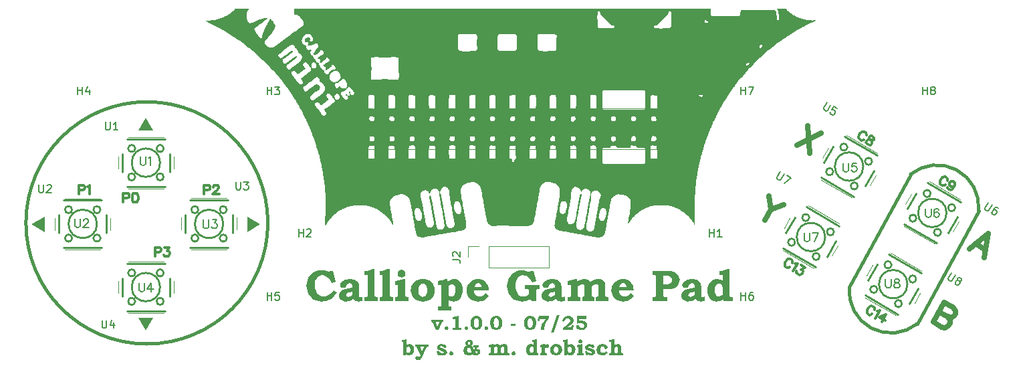
<source format=gbr>
%TF.GenerationSoftware,KiCad,Pcbnew,9.0.3*%
%TF.CreationDate,2025-07-14T12:36:22+02:00*%
%TF.ProjectId,CalliopeGamePad,43616c6c-696f-4706-9547-616d65506164,rev?*%
%TF.SameCoordinates,Original*%
%TF.FileFunction,Legend,Top*%
%TF.FilePolarity,Positive*%
%FSLAX46Y46*%
G04 Gerber Fmt 4.6, Leading zero omitted, Abs format (unit mm)*
G04 Created by KiCad (PCBNEW 9.0.3) date 2025-07-14 12:36:22*
%MOMM*%
%LPD*%
G01*
G04 APERTURE LIST*
%ADD10C,0.300000*%
%ADD11C,0.152400*%
%ADD12C,0.700000*%
%ADD13C,0.254000*%
%ADD14C,0.400000*%
%ADD15C,0.000000*%
%ADD16C,0.150000*%
%ADD17C,0.120000*%
G04 APERTURE END LIST*
D10*
G36*
X140855863Y-117970050D02*
G01*
X141508724Y-117970050D01*
X141508724Y-118209212D01*
X141412883Y-118214158D01*
X141392597Y-118223760D01*
X141369139Y-118243504D01*
X141347873Y-118270699D01*
X141323087Y-118315605D01*
X140920929Y-119194000D01*
X140591421Y-119194000D01*
X140172117Y-118289006D01*
X140133979Y-118236250D01*
X140093422Y-118214158D01*
X140003736Y-118209212D01*
X140003736Y-117970050D01*
X140757494Y-117970050D01*
X140757494Y-118209212D01*
X140718147Y-118209212D01*
X140652523Y-118212921D01*
X140628351Y-118220203D01*
X140610514Y-118237505D01*
X140604940Y-118258122D01*
X140620987Y-118315605D01*
X140811570Y-118782499D01*
X141009516Y-118315495D01*
X141026772Y-118255594D01*
X141020599Y-118234653D01*
X141000943Y-118218994D01*
X140975290Y-118212408D01*
X140913675Y-118209212D01*
X140855863Y-118209212D01*
X140855863Y-117970050D01*
G37*
G36*
X141939678Y-118764914D02*
G01*
X142000078Y-118772449D01*
X142053350Y-118794540D01*
X142101355Y-118831958D01*
X142138779Y-118879961D01*
X142160867Y-118933198D01*
X142168400Y-118993525D01*
X142160869Y-119053856D01*
X142138783Y-119107131D01*
X142101355Y-119155202D01*
X142053358Y-119192554D01*
X142000086Y-119214611D01*
X141939678Y-119222136D01*
X141878468Y-119214581D01*
X141824773Y-119192493D01*
X141776683Y-119155202D01*
X141739321Y-119107139D01*
X141717268Y-119053863D01*
X141709748Y-118993525D01*
X141717270Y-118933191D01*
X141739325Y-118879953D01*
X141776683Y-118831958D01*
X141824781Y-118794601D01*
X141878475Y-118772479D01*
X141939678Y-118764914D01*
G37*
G36*
X143458954Y-117449519D02*
G01*
X143458954Y-118794040D01*
X143461546Y-118872810D01*
X143466318Y-118898344D01*
X143481828Y-118924720D01*
X143505666Y-118941978D01*
X143539991Y-118950829D01*
X143610190Y-118954837D01*
X143783517Y-118954837D01*
X143783517Y-119194000D01*
X142723551Y-119194000D01*
X142723551Y-118954837D01*
X142898197Y-118954837D01*
X142982205Y-118950996D01*
X143016240Y-118943187D01*
X143038740Y-118927939D01*
X143054928Y-118905158D01*
X143063716Y-118871472D01*
X143067897Y-118794150D01*
X143067897Y-117836400D01*
X142723551Y-117836400D01*
X142723551Y-117597237D01*
X142949855Y-117566463D01*
X143069209Y-117539369D01*
X143200668Y-117502496D01*
X143338384Y-117449519D01*
X143458954Y-117449519D01*
G37*
G36*
X144459678Y-118764914D02*
G01*
X144520078Y-118772449D01*
X144573350Y-118794540D01*
X144621355Y-118831958D01*
X144658779Y-118879961D01*
X144680867Y-118933198D01*
X144688400Y-118993525D01*
X144680869Y-119053856D01*
X144658783Y-119107131D01*
X144621355Y-119155202D01*
X144573358Y-119192554D01*
X144520086Y-119214611D01*
X144459678Y-119222136D01*
X144398468Y-119214581D01*
X144344773Y-119192493D01*
X144296683Y-119155202D01*
X144259321Y-119107139D01*
X144237268Y-119053863D01*
X144229748Y-118993525D01*
X144237270Y-118933191D01*
X144259325Y-118879953D01*
X144296683Y-118831958D01*
X144344781Y-118794601D01*
X144398475Y-118772479D01*
X144459678Y-118764914D01*
G37*
G36*
X145872797Y-117461342D02*
G01*
X146003056Y-117495155D01*
X146117220Y-117549647D01*
X146218526Y-117625210D01*
X146304515Y-117720240D01*
X146376057Y-117837169D01*
X146425678Y-117965454D01*
X146457850Y-118122534D01*
X146469480Y-118314286D01*
X146458080Y-118532296D01*
X146427803Y-118696524D01*
X146383421Y-118818000D01*
X146309013Y-118943436D01*
X146221666Y-119043098D01*
X146120847Y-119120250D01*
X146006492Y-119175319D01*
X145872441Y-119209906D01*
X145714513Y-119222136D01*
X145560586Y-119210282D01*
X145429742Y-119176742D01*
X145317960Y-119123328D01*
X145219320Y-119048471D01*
X145134037Y-118952039D01*
X145061542Y-118830969D01*
X145011319Y-118698516D01*
X144978708Y-118536118D01*
X144966910Y-118337696D01*
X144966982Y-118336487D01*
X145397315Y-118336487D01*
X145404841Y-118516206D01*
X145424689Y-118650147D01*
X145453362Y-118747588D01*
X145488319Y-118816571D01*
X145539473Y-118879789D01*
X145593871Y-118921978D01*
X145652437Y-118946557D01*
X145717041Y-118954837D01*
X145782079Y-118946396D01*
X145841391Y-118921259D01*
X145896853Y-118877951D01*
X145949389Y-118812834D01*
X145985624Y-118741925D01*
X146015033Y-118643925D01*
X146035211Y-118511569D01*
X146042812Y-118336487D01*
X146034868Y-118161000D01*
X146013609Y-118026069D01*
X145982294Y-117924070D01*
X145943234Y-117848380D01*
X145893685Y-117789095D01*
X145839307Y-117748841D01*
X145779045Y-117724972D01*
X145710886Y-117716819D01*
X145648848Y-117725014D01*
X145592012Y-117749488D01*
X145538574Y-117791826D01*
X145487660Y-117855744D01*
X145452956Y-117924943D01*
X145424487Y-118022592D01*
X145404784Y-118156697D01*
X145397315Y-118336487D01*
X144966982Y-118336487D01*
X144978708Y-118138296D01*
X145011191Y-117976472D01*
X145060992Y-117845742D01*
X145133141Y-117726450D01*
X145219942Y-117629426D01*
X145322247Y-117552175D01*
X145437815Y-117496352D01*
X145570245Y-117461667D01*
X145723086Y-117449519D01*
X145872797Y-117461342D01*
G37*
G36*
X146979678Y-118764914D02*
G01*
X147040078Y-118772449D01*
X147093350Y-118794540D01*
X147141355Y-118831958D01*
X147178779Y-118879961D01*
X147200867Y-118933198D01*
X147208400Y-118993525D01*
X147200869Y-119053856D01*
X147178783Y-119107131D01*
X147141355Y-119155202D01*
X147093358Y-119192554D01*
X147040086Y-119214611D01*
X146979678Y-119222136D01*
X146918468Y-119214581D01*
X146864773Y-119192493D01*
X146816683Y-119155202D01*
X146779321Y-119107139D01*
X146757268Y-119053863D01*
X146749748Y-118993525D01*
X146757270Y-118933191D01*
X146779325Y-118879953D01*
X146816683Y-118831958D01*
X146864781Y-118794601D01*
X146918475Y-118772479D01*
X146979678Y-118764914D01*
G37*
G36*
X148392797Y-117461342D02*
G01*
X148523056Y-117495155D01*
X148637220Y-117549647D01*
X148738526Y-117625210D01*
X148824515Y-117720240D01*
X148896057Y-117837169D01*
X148945678Y-117965454D01*
X148977850Y-118122534D01*
X148989480Y-118314286D01*
X148978080Y-118532296D01*
X148947803Y-118696524D01*
X148903421Y-118818000D01*
X148829013Y-118943436D01*
X148741666Y-119043098D01*
X148640847Y-119120250D01*
X148526492Y-119175319D01*
X148392441Y-119209906D01*
X148234513Y-119222136D01*
X148080586Y-119210282D01*
X147949742Y-119176742D01*
X147837960Y-119123328D01*
X147739320Y-119048471D01*
X147654037Y-118952039D01*
X147581542Y-118830969D01*
X147531319Y-118698516D01*
X147498708Y-118536118D01*
X147486910Y-118337696D01*
X147486982Y-118336487D01*
X147917315Y-118336487D01*
X147924841Y-118516206D01*
X147944689Y-118650147D01*
X147973362Y-118747588D01*
X148008319Y-118816571D01*
X148059473Y-118879789D01*
X148113871Y-118921978D01*
X148172437Y-118946557D01*
X148237041Y-118954837D01*
X148302079Y-118946396D01*
X148361391Y-118921259D01*
X148416853Y-118877951D01*
X148469389Y-118812834D01*
X148505624Y-118741925D01*
X148535033Y-118643925D01*
X148555211Y-118511569D01*
X148562812Y-118336487D01*
X148554868Y-118161000D01*
X148533609Y-118026069D01*
X148502294Y-117924070D01*
X148463234Y-117848380D01*
X148413685Y-117789095D01*
X148359307Y-117748841D01*
X148299045Y-117724972D01*
X148230886Y-117716819D01*
X148168848Y-117725014D01*
X148112012Y-117749488D01*
X148058574Y-117791826D01*
X148007660Y-117855744D01*
X147972956Y-117924943D01*
X147944487Y-118022592D01*
X147924784Y-118156697D01*
X147917315Y-118336487D01*
X147486982Y-118336487D01*
X147498708Y-118138296D01*
X147531191Y-117976472D01*
X147580992Y-117845742D01*
X147653141Y-117726450D01*
X147739942Y-117629426D01*
X147842247Y-117552175D01*
X147957815Y-117496352D01*
X148090245Y-117461667D01*
X148243086Y-117449519D01*
X148392797Y-117461342D01*
G37*
G36*
X150047466Y-118420238D02*
G01*
X150713956Y-118420238D01*
X150713956Y-118715674D01*
X150047466Y-118715674D01*
X150047466Y-118420238D01*
G37*
G36*
X152674862Y-117461342D02*
G01*
X152805122Y-117495155D01*
X152919286Y-117549647D01*
X153020592Y-117625210D01*
X153106580Y-117720240D01*
X153178122Y-117837169D01*
X153227744Y-117965454D01*
X153259916Y-118122534D01*
X153271545Y-118314286D01*
X153260145Y-118532296D01*
X153229869Y-118696524D01*
X153185486Y-118818000D01*
X153111078Y-118943436D01*
X153023732Y-119043098D01*
X152922913Y-119120250D01*
X152808557Y-119175319D01*
X152674507Y-119209906D01*
X152516578Y-119222136D01*
X152362652Y-119210282D01*
X152231808Y-119176742D01*
X152120026Y-119123328D01*
X152021385Y-119048471D01*
X151936103Y-118952039D01*
X151863607Y-118830969D01*
X151813384Y-118698516D01*
X151780773Y-118536118D01*
X151768975Y-118337696D01*
X151769047Y-118336487D01*
X152199380Y-118336487D01*
X152206906Y-118516206D01*
X152226755Y-118650147D01*
X152255427Y-118747588D01*
X152290385Y-118816571D01*
X152341539Y-118879789D01*
X152395936Y-118921978D01*
X152454502Y-118946557D01*
X152519106Y-118954837D01*
X152584144Y-118946396D01*
X152643457Y-118921259D01*
X152698919Y-118877951D01*
X152751454Y-118812834D01*
X152787689Y-118741925D01*
X152817099Y-118643925D01*
X152837277Y-118511569D01*
X152844877Y-118336487D01*
X152836933Y-118161000D01*
X152815675Y-118026069D01*
X152784359Y-117924070D01*
X152745300Y-117848380D01*
X152695751Y-117789095D01*
X152641373Y-117748841D01*
X152581110Y-117724972D01*
X152512951Y-117716819D01*
X152450914Y-117725014D01*
X152394078Y-117749488D01*
X152340639Y-117791826D01*
X152289726Y-117855744D01*
X152255021Y-117924943D01*
X152226553Y-118022592D01*
X152206849Y-118156697D01*
X152199380Y-118336487D01*
X151769047Y-118336487D01*
X151780774Y-118138296D01*
X151813256Y-117976472D01*
X151863058Y-117845742D01*
X151935206Y-117726450D01*
X152022008Y-117629426D01*
X152124312Y-117552175D01*
X152239881Y-117496352D01*
X152372311Y-117461667D01*
X152525151Y-117449519D01*
X152674862Y-117461342D01*
G37*
G36*
X153623145Y-117428417D02*
G01*
X153785481Y-117428417D01*
X153802737Y-117484690D01*
X154949970Y-117484690D01*
X154949970Y-117721215D01*
X154797392Y-117880180D01*
X154686188Y-118018959D01*
X154591790Y-118166658D01*
X154500441Y-118345500D01*
X154424286Y-118531041D01*
X154373166Y-118695891D01*
X154336739Y-118881367D01*
X154298208Y-119194000D01*
X153856812Y-119194000D01*
X153882796Y-118991728D01*
X153916515Y-118824874D01*
X153956390Y-118688637D01*
X154009445Y-118557045D01*
X154083433Y-118411849D01*
X154181374Y-118251418D01*
X154289662Y-118098291D01*
X154398691Y-117965208D01*
X154508464Y-117850468D01*
X153949026Y-117850468D01*
X153851200Y-117854454D01*
X153808892Y-117862778D01*
X153778891Y-117878910D01*
X153756025Y-117902126D01*
X153738091Y-117938062D01*
X153711732Y-118023685D01*
X153685903Y-118123153D01*
X153451027Y-118067869D01*
X153623145Y-117428417D01*
G37*
G36*
X156271629Y-117386212D02*
G01*
X155525345Y-119545709D01*
X155195727Y-119545709D01*
X155942121Y-117386212D01*
X156271629Y-117386212D01*
G37*
G36*
X156894485Y-118159973D02*
G01*
X156646090Y-118188110D01*
X156632571Y-118065231D01*
X156642337Y-117948528D01*
X156670463Y-117845719D01*
X156716212Y-117754298D01*
X156779469Y-117673885D01*
X156864130Y-117601094D01*
X156973839Y-117535798D01*
X157092515Y-117488364D01*
X157220778Y-117459431D01*
X157360500Y-117449519D01*
X157489158Y-117458138D01*
X157606444Y-117483194D01*
X157714078Y-117524038D01*
X157813986Y-117580768D01*
X157892285Y-117645009D01*
X157952032Y-117716819D01*
X157997057Y-117798430D01*
X158023260Y-117880842D01*
X158031936Y-117965543D01*
X158025561Y-118051991D01*
X158006703Y-118133728D01*
X157975333Y-118211740D01*
X157927298Y-118292589D01*
X157860072Y-118374934D01*
X157770572Y-118459366D01*
X157589932Y-118592214D01*
X157198164Y-118842290D01*
X157611313Y-118842290D01*
X157703161Y-118838850D01*
X157739248Y-118831958D01*
X157763787Y-118817219D01*
X157785959Y-118791402D01*
X157802486Y-118755065D01*
X157819152Y-118687098D01*
X157829043Y-118631264D01*
X158067547Y-118631264D01*
X157955659Y-119250273D01*
X157793323Y-119250273D01*
X157778595Y-119194000D01*
X156646090Y-119194000D01*
X156646090Y-118957255D01*
X156909240Y-118771760D01*
X157279387Y-118478930D01*
X157407312Y-118364832D01*
X157491108Y-118272980D01*
X157541301Y-118199321D01*
X157577360Y-118110890D01*
X157589221Y-118019069D01*
X157579292Y-117950453D01*
X157549841Y-117889735D01*
X157498766Y-117834532D01*
X157434596Y-117793885D01*
X157355390Y-117768233D01*
X157257185Y-117759024D01*
X157150281Y-117769782D01*
X157062866Y-117800020D01*
X156989195Y-117849872D01*
X156933832Y-117916744D01*
X156898647Y-117995164D01*
X156887121Y-118076882D01*
X156894485Y-118159973D01*
G37*
G36*
X158435083Y-118419359D02*
G01*
X158480586Y-117484690D01*
X159346231Y-117484690D01*
X159420035Y-117480647D01*
X159450095Y-117472381D01*
X159467716Y-117455851D01*
X159476584Y-117428417D01*
X159641338Y-117428417D01*
X159641338Y-117850468D01*
X158745027Y-117850468D01*
X158733927Y-118068528D01*
X159005622Y-118054460D01*
X159172830Y-118063580D01*
X159311503Y-118088899D01*
X159426135Y-118127989D01*
X159532446Y-118185000D01*
X159614410Y-118250752D01*
X159675739Y-118325277D01*
X159720306Y-118411000D01*
X159747544Y-118506623D01*
X159756962Y-118614448D01*
X159747279Y-118726724D01*
X159719256Y-118826558D01*
X159673396Y-118916280D01*
X159608813Y-118997595D01*
X159523295Y-119071451D01*
X159415740Y-119136133D01*
X159296637Y-119183038D01*
X159164027Y-119212065D01*
X159015514Y-119222136D01*
X158884149Y-119214161D01*
X158765016Y-119191067D01*
X158656441Y-119153663D01*
X158554212Y-119101360D01*
X158476237Y-119044336D01*
X158418487Y-118982864D01*
X158373731Y-118911700D01*
X158348562Y-118843583D01*
X158340451Y-118776894D01*
X158346831Y-118724106D01*
X158365355Y-118678444D01*
X158396395Y-118638188D01*
X158436566Y-118606940D01*
X158481703Y-118588387D01*
X158533452Y-118582025D01*
X158588793Y-118590103D01*
X158639185Y-118614338D01*
X158682090Y-118654825D01*
X158722826Y-118722159D01*
X158775073Y-118817771D01*
X158816249Y-118872845D01*
X158863042Y-118913962D01*
X158917035Y-118944176D01*
X158977222Y-118962529D01*
X159046179Y-118968905D01*
X159137268Y-118959276D01*
X159215879Y-118931536D01*
X159282428Y-118886605D01*
X159328975Y-118829650D01*
X159357321Y-118761485D01*
X159367114Y-118681822D01*
X159359601Y-118614304D01*
X159337701Y-118554661D01*
X159301103Y-118501032D01*
X159247862Y-118452332D01*
X159187422Y-118417129D01*
X159107798Y-118389417D01*
X159004350Y-118370848D01*
X158871643Y-118363965D01*
X158719927Y-118370250D01*
X158574631Y-118388814D01*
X158435083Y-118419359D01*
G37*
G36*
X127150732Y-111755903D02*
G01*
X127538590Y-111755903D01*
X127913014Y-113130258D01*
X127404745Y-113278513D01*
X127221514Y-112956455D01*
X127063177Y-112732228D01*
X126926517Y-112584375D01*
X126706629Y-112424380D01*
X126483671Y-112333060D01*
X126251674Y-112303007D01*
X126079072Y-112319321D01*
X125914649Y-112368033D01*
X125755617Y-112450530D01*
X125615226Y-112561587D01*
X125493382Y-112704821D01*
X125389497Y-112885038D01*
X125316196Y-113080591D01*
X125270279Y-113303099D01*
X125254187Y-113557194D01*
X125274648Y-113848119D01*
X125333945Y-114110775D01*
X125430409Y-114349580D01*
X125564375Y-114568115D01*
X125735585Y-114757008D01*
X125925040Y-114886979D01*
X126136661Y-114964869D01*
X126377215Y-114991632D01*
X126585372Y-114971743D01*
X126789215Y-114911657D01*
X126991974Y-114808695D01*
X127224363Y-114642118D01*
X127436242Y-114440023D01*
X127628715Y-114199309D01*
X128052233Y-114511939D01*
X127760209Y-114876015D01*
X127510954Y-115128378D01*
X127298011Y-115292540D01*
X127027070Y-115441178D01*
X126742943Y-115546864D01*
X126442785Y-115610813D01*
X126123203Y-115632526D01*
X125771467Y-115603141D01*
X125448613Y-115517042D01*
X125148918Y-115374605D01*
X124879391Y-115180959D01*
X124648452Y-114941871D01*
X124453558Y-114652623D01*
X124309646Y-114334760D01*
X124223211Y-113998815D01*
X124193928Y-113639748D01*
X124222687Y-113282537D01*
X124307081Y-112952718D01*
X124446720Y-112644947D01*
X124636961Y-112365823D01*
X124865443Y-112133793D01*
X125135240Y-111944703D01*
X125434529Y-111805948D01*
X125756565Y-111722018D01*
X126106838Y-111693377D01*
X126463359Y-111720134D01*
X126778953Y-111797129D01*
X127060362Y-111921744D01*
X127150732Y-111755903D01*
G37*
G36*
X129972628Y-112802600D02*
G01*
X130186152Y-112844842D01*
X130367899Y-112911172D01*
X130537360Y-113005221D01*
X130657993Y-113103517D01*
X130739392Y-113205973D01*
X130793289Y-113325647D01*
X130830461Y-113494811D01*
X130844661Y-113728408D01*
X130844661Y-114710509D01*
X130850949Y-114875500D01*
X130863712Y-114942295D01*
X130892280Y-114988227D01*
X130945778Y-115031444D01*
X131011668Y-115060104D01*
X131085240Y-115069790D01*
X131167023Y-115060450D01*
X131290160Y-115026071D01*
X131290160Y-115558764D01*
X131058951Y-115614692D01*
X130844661Y-115632526D01*
X130604908Y-115610735D01*
X130415771Y-115550704D01*
X130253207Y-115448771D01*
X130117794Y-115304752D01*
X129846630Y-115462141D01*
X129621981Y-115557543D01*
X129399719Y-115614351D01*
X129191625Y-115632526D01*
X128939629Y-115606194D01*
X128732376Y-115531862D01*
X128560258Y-115411730D01*
X128425890Y-115251618D01*
X128346887Y-115072357D01*
X128319923Y-114867069D01*
X128329850Y-114783538D01*
X129224354Y-114783538D01*
X129244741Y-114883037D01*
X129306175Y-114965254D01*
X129399197Y-115019065D01*
X129527704Y-115038527D01*
X129620274Y-115028017D01*
X129736775Y-114992365D01*
X130003244Y-114856810D01*
X130003244Y-114382002D01*
X129672299Y-114439300D01*
X129497662Y-114486538D01*
X129365366Y-114549922D01*
X129287124Y-114619406D01*
X129239287Y-114702506D01*
X129224354Y-114783538D01*
X128329850Y-114783538D01*
X128341007Y-114689666D01*
X128403210Y-114529525D01*
X128504812Y-114387872D01*
X128651849Y-114260614D01*
X128843218Y-114159625D01*
X129162805Y-114056182D01*
X129527761Y-113982511D01*
X130003244Y-113928688D01*
X130003244Y-113726454D01*
X129993919Y-113560129D01*
X129973203Y-113477571D01*
X129932213Y-113416493D01*
X129863782Y-113364242D01*
X129778240Y-113331099D01*
X129667166Y-113319057D01*
X129579681Y-113326865D01*
X129503035Y-113349344D01*
X129435167Y-113384851D01*
X129385554Y-113426524D01*
X129343769Y-113486057D01*
X129284438Y-113608729D01*
X129199012Y-113761701D01*
X129108094Y-113854193D01*
X128997947Y-113909607D01*
X128866294Y-113928688D01*
X128705113Y-113900439D01*
X128579309Y-113818778D01*
X128495646Y-113696190D01*
X128467445Y-113546448D01*
X128496171Y-113372470D01*
X128582240Y-113219162D01*
X128694461Y-113105756D01*
X128844086Y-113002048D01*
X129038485Y-112908729D01*
X129244035Y-112842707D01*
X129470709Y-112801764D01*
X129721632Y-112787585D01*
X129972628Y-112802600D01*
G37*
G36*
X132821563Y-111552693D02*
G01*
X132821563Y-114751542D01*
X132835240Y-114942784D01*
X132864884Y-114988970D01*
X132919993Y-115022163D01*
X133141277Y-115038527D01*
X133237020Y-115038527D01*
X133237020Y-115570000D01*
X131545638Y-115570000D01*
X131545638Y-115038527D01*
X131649441Y-115038527D01*
X131798808Y-115031776D01*
X131859734Y-115018011D01*
X131900044Y-114991321D01*
X131927878Y-114952554D01*
X131942665Y-114893834D01*
X131949860Y-114752030D01*
X131949860Y-112318639D01*
X131545638Y-112318639D01*
X131545638Y-111787166D01*
X131868279Y-111747486D01*
X132204521Y-111670273D01*
X132556559Y-111552693D01*
X132821563Y-111552693D01*
G37*
G36*
X134724703Y-111552693D02*
G01*
X134724703Y-114751542D01*
X134738381Y-114942784D01*
X134768024Y-114988970D01*
X134823133Y-115022163D01*
X135044417Y-115038527D01*
X135140160Y-115038527D01*
X135140160Y-115570000D01*
X133448778Y-115570000D01*
X133448778Y-115038527D01*
X133552581Y-115038527D01*
X133701948Y-115031776D01*
X133762875Y-115018011D01*
X133803184Y-114991321D01*
X133831018Y-114952554D01*
X133845806Y-114893834D01*
X133853000Y-114752030D01*
X133853000Y-112318639D01*
X133448778Y-112318639D01*
X133448778Y-111787166D01*
X133771419Y-111747486D01*
X134107661Y-111670273D01*
X134459699Y-111552693D01*
X134724703Y-111552693D01*
G37*
G36*
X136245359Y-111599588D02*
G01*
X136377911Y-111615798D01*
X136494444Y-111663205D01*
X136599023Y-111743203D01*
X136680741Y-111846390D01*
X136728906Y-111960890D01*
X136745324Y-112090760D01*
X136728839Y-112222245D01*
X136680609Y-112337522D01*
X136599023Y-112440760D01*
X136494444Y-112520757D01*
X136377911Y-112568164D01*
X136245359Y-112584375D01*
X136112799Y-112568169D01*
X135996180Y-112520766D01*
X135891451Y-112440760D01*
X135809879Y-112337590D01*
X135761789Y-112223089D01*
X135745394Y-112093203D01*
X135762040Y-111965433D01*
X135811274Y-111850953D01*
X135895603Y-111745889D01*
X136002784Y-111663702D01*
X136118168Y-111615748D01*
X136245359Y-111599588D01*
G37*
G36*
X136687927Y-112787585D02*
G01*
X136687927Y-114794040D01*
X136704291Y-114970628D01*
X136762909Y-115020942D01*
X136953175Y-115038527D01*
X137100697Y-115038527D01*
X137100697Y-115570000D01*
X135412002Y-115570000D01*
X135412002Y-115038527D01*
X135556838Y-115038527D01*
X135738555Y-115023872D01*
X135797173Y-114974047D01*
X135810353Y-114930178D01*
X135816468Y-114834340D01*
X135816468Y-113553531D01*
X135412002Y-113553531D01*
X135412002Y-113022058D01*
X135825994Y-112976873D01*
X136179658Y-112894075D01*
X136428297Y-112787585D01*
X136687927Y-112787585D01*
G37*
G36*
X139242713Y-112809134D02*
G01*
X139512168Y-112870791D01*
X139749755Y-112969790D01*
X139966130Y-113108082D01*
X140142798Y-113273018D01*
X140283914Y-113466336D01*
X140386234Y-113682787D01*
X140449323Y-113926133D01*
X140471249Y-114201995D01*
X140443702Y-114513807D01*
X140364621Y-114785287D01*
X140236093Y-115024011D01*
X140055792Y-115235387D01*
X139837353Y-115405054D01*
X139584406Y-115528312D01*
X139290339Y-115605379D01*
X138946441Y-115632526D01*
X138595467Y-115605068D01*
X138296560Y-115527275D01*
X138040623Y-115403152D01*
X137820725Y-115232700D01*
X137646807Y-115029953D01*
X137521565Y-114795176D01*
X137443659Y-114522085D01*
X137416259Y-114201995D01*
X137416373Y-114200530D01*
X138367341Y-114200530D01*
X138387505Y-114471624D01*
X138441102Y-114672407D01*
X138532026Y-114839417D01*
X138644556Y-114949134D01*
X138781147Y-115016255D01*
X138930076Y-115038527D01*
X139081387Y-115016530D01*
X139217203Y-114950910D01*
X139342602Y-114836538D01*
X139432109Y-114691386D01*
X139492114Y-114488268D01*
X139514794Y-114208590D01*
X139493899Y-113937500D01*
X139438213Y-113736409D01*
X139354815Y-113589190D01*
X139236276Y-113472276D01*
X139102141Y-113404594D01*
X138946441Y-113381584D01*
X138796633Y-113404327D01*
X138654082Y-113473907D01*
X138535082Y-113584919D01*
X138442323Y-113745017D01*
X138387868Y-113937888D01*
X138367341Y-114200530D01*
X137416373Y-114200530D01*
X137438087Y-113922246D01*
X137500418Y-113679551D01*
X137600662Y-113467557D01*
X137739741Y-113278643D01*
X137916234Y-113114540D01*
X138134822Y-112973942D01*
X138374342Y-112872002D01*
X138639563Y-112809278D01*
X138935450Y-112787585D01*
X139242713Y-112809134D01*
G37*
G36*
X142066887Y-113084584D02*
G01*
X142363477Y-112919517D01*
X142543649Y-112842540D01*
X142713103Y-112801589D01*
X142897557Y-112787585D01*
X143129578Y-112810343D01*
X143333096Y-112876127D01*
X143514007Y-112984343D01*
X143676203Y-113138562D01*
X143823775Y-113348292D01*
X143930783Y-113585897D01*
X143997320Y-113856483D01*
X144020586Y-114166580D01*
X144000274Y-114464412D01*
X143942042Y-114727101D01*
X143848440Y-114960006D01*
X143719923Y-115167487D01*
X143570109Y-115337508D01*
X143405481Y-115466064D01*
X143224116Y-115557415D01*
X143022632Y-115613243D01*
X142796441Y-115632526D01*
X142616961Y-115621728D01*
X142471109Y-115591981D01*
X142331686Y-115537944D01*
X142168004Y-115444947D01*
X142168004Y-115987655D01*
X142173741Y-116134157D01*
X142184368Y-116182072D01*
X142209136Y-116216797D01*
X142245673Y-116240202D01*
X142303686Y-116251862D01*
X142457676Y-116257787D01*
X142586147Y-116257787D01*
X142586147Y-116789260D01*
X140886461Y-116789260D01*
X140886461Y-116257787D01*
X140979274Y-116257787D01*
X141207397Y-116242644D01*
X141242133Y-116220412D01*
X141270411Y-116179874D01*
X141286186Y-116119685D01*
X141293614Y-115984724D01*
X141293614Y-113631688D01*
X142168004Y-113631688D01*
X142168004Y-114529525D01*
X142180089Y-114725437D01*
X142207571Y-114827745D01*
X142260119Y-114904606D01*
X142344103Y-114968429D01*
X142446778Y-115008866D01*
X142567096Y-115022896D01*
X142704501Y-115000893D01*
X142825197Y-114935226D01*
X142934438Y-114819441D01*
X143010043Y-114675734D01*
X143061312Y-114475364D01*
X143080739Y-114201018D01*
X143063668Y-113945600D01*
X143018885Y-113760817D01*
X142953489Y-113629979D01*
X142858012Y-113523139D01*
X142755262Y-113463720D01*
X142640858Y-113444110D01*
X142503802Y-113462238D01*
X142348136Y-113521331D01*
X142168004Y-113631688D01*
X141293614Y-113631688D01*
X141293614Y-113537899D01*
X140886461Y-113537899D01*
X140886461Y-113016196D01*
X141170226Y-112975416D01*
X141389113Y-112930223D01*
X141596178Y-112869618D01*
X141809944Y-112787585D01*
X142066887Y-112787585D01*
X142066887Y-113084584D01*
G37*
G36*
X146216372Y-112808125D02*
G01*
X146448360Y-112866964D01*
X146659761Y-112964322D01*
X146840369Y-113094354D01*
X146991304Y-113256673D01*
X147110746Y-113451681D01*
X147197467Y-113665393D01*
X147251674Y-113885457D01*
X147268039Y-114241318D01*
X145429134Y-114241318D01*
X145455712Y-114461762D01*
X145524048Y-114643792D01*
X145632588Y-114795505D01*
X145775889Y-114913928D01*
X145935592Y-114983536D01*
X146117655Y-115007264D01*
X146301845Y-114981673D01*
X146516748Y-114897110D01*
X146724831Y-114763741D01*
X146942951Y-114563963D01*
X147317376Y-114938143D01*
X147090680Y-115169222D01*
X146872143Y-115343364D01*
X146660118Y-115468394D01*
X146432209Y-115559234D01*
X146192283Y-115613979D01*
X145937404Y-115632526D01*
X145633368Y-115605364D01*
X145360999Y-115526426D01*
X145114079Y-115396516D01*
X144888136Y-115212428D01*
X144699952Y-114988792D01*
X144568350Y-114747925D01*
X144489047Y-114485730D01*
X144461933Y-114196378D01*
X144483553Y-113940606D01*
X144524460Y-113788004D01*
X145475540Y-113788004D01*
X146396336Y-113788004D01*
X146365253Y-113633240D01*
X146318422Y-113527397D01*
X146249732Y-113442088D01*
X146159909Y-113375722D01*
X146057249Y-113333054D01*
X145951081Y-113319057D01*
X145839066Y-113333330D01*
X145729553Y-113376943D01*
X145633377Y-113445439D01*
X145558827Y-113534235D01*
X145507363Y-113642945D01*
X145475540Y-113788004D01*
X144524460Y-113788004D01*
X144547234Y-113703047D01*
X144653175Y-113479769D01*
X144796930Y-113278936D01*
X144972545Y-113110225D01*
X145183182Y-112971256D01*
X145415414Y-112870470D01*
X145669878Y-112808809D01*
X145951081Y-112787585D01*
X146216372Y-112808125D01*
G37*
G36*
X151869574Y-113537899D02*
G01*
X153730216Y-113537899D01*
X153730216Y-114069371D01*
X153590997Y-114069371D01*
X153465215Y-114077050D01*
X153403663Y-114094040D01*
X153359806Y-114125494D01*
X153328436Y-114171953D01*
X153311693Y-114237430D01*
X153304012Y-114375408D01*
X153304012Y-115570000D01*
X152743963Y-115570000D01*
X152599127Y-115299134D01*
X152335484Y-115445855D01*
X152066189Y-115549239D01*
X151785873Y-115611542D01*
X151492463Y-115632526D01*
X151151499Y-115603756D01*
X150836263Y-115519180D01*
X150541381Y-115378757D01*
X150276386Y-115187927D01*
X150050949Y-114952866D01*
X149862386Y-114668988D01*
X149724838Y-114356605D01*
X149641178Y-114018176D01*
X149612526Y-113648053D01*
X149641036Y-113281385D01*
X149723938Y-112949438D01*
X149859699Y-112646168D01*
X150046679Y-112371845D01*
X150275879Y-112140475D01*
X150551151Y-111948611D01*
X150855590Y-111806783D01*
X151174996Y-111722000D01*
X151514200Y-111693377D01*
X151764594Y-111709279D01*
X152015631Y-111757369D01*
X152253701Y-111834115D01*
X152443300Y-111927117D01*
X152544417Y-111755903D01*
X152926901Y-111755903D01*
X153271284Y-113021814D01*
X152768387Y-113186189D01*
X152517846Y-112809445D01*
X152362700Y-112621988D01*
X152202687Y-112488322D01*
X152021004Y-112387515D01*
X151827660Y-112323420D01*
X151645359Y-112303007D01*
X151476729Y-112319592D01*
X151316004Y-112369191D01*
X151160293Y-112453461D01*
X151023499Y-112565917D01*
X150904772Y-112710496D01*
X150803698Y-112892121D01*
X150733313Y-113088699D01*
X150688475Y-113319448D01*
X150672540Y-113590411D01*
X150689753Y-113888609D01*
X150738591Y-114147441D01*
X150815910Y-114372477D01*
X150926686Y-114582101D01*
X151052054Y-114743114D01*
X151191800Y-114863161D01*
X151352665Y-114952271D01*
X151521880Y-115005098D01*
X151702756Y-115022896D01*
X151894844Y-115002900D01*
X152075715Y-114943272D01*
X152232082Y-114852808D01*
X152317515Y-114764487D01*
X152365286Y-114654347D01*
X152383217Y-114498018D01*
X152383217Y-114357822D01*
X152376871Y-114225513D01*
X152364166Y-114173907D01*
X152328450Y-114125989D01*
X152283565Y-114094284D01*
X152220729Y-114077248D01*
X152085484Y-114069371D01*
X151869574Y-114069371D01*
X151869574Y-113537899D01*
G37*
G36*
X155608357Y-112802600D02*
G01*
X155821882Y-112844842D01*
X156003628Y-112911172D01*
X156173089Y-113005221D01*
X156293722Y-113103517D01*
X156375122Y-113205973D01*
X156429018Y-113325647D01*
X156466190Y-113494811D01*
X156480390Y-113728408D01*
X156480390Y-114710509D01*
X156486679Y-114875500D01*
X156499441Y-114942295D01*
X156528009Y-114988227D01*
X156581507Y-115031444D01*
X156647398Y-115060104D01*
X156720969Y-115069790D01*
X156802752Y-115060450D01*
X156925889Y-115026071D01*
X156925889Y-115558764D01*
X156694681Y-115614692D01*
X156480390Y-115632526D01*
X156240637Y-115610735D01*
X156051500Y-115550704D01*
X155888936Y-115448771D01*
X155753524Y-115304752D01*
X155482359Y-115462141D01*
X155257711Y-115557543D01*
X155035448Y-115614351D01*
X154827355Y-115632526D01*
X154575358Y-115606194D01*
X154368105Y-115531862D01*
X154195987Y-115411730D01*
X154061619Y-115251618D01*
X153982616Y-115072357D01*
X153955652Y-114867069D01*
X153965579Y-114783538D01*
X154860083Y-114783538D01*
X154880471Y-114883037D01*
X154941905Y-114965254D01*
X155034926Y-115019065D01*
X155163433Y-115038527D01*
X155256003Y-115028017D01*
X155372505Y-114992365D01*
X155638974Y-114856810D01*
X155638974Y-114382002D01*
X155308028Y-114439300D01*
X155133391Y-114486538D01*
X155001095Y-114549922D01*
X154922854Y-114619406D01*
X154875016Y-114702506D01*
X154860083Y-114783538D01*
X153965579Y-114783538D01*
X153976736Y-114689666D01*
X154038939Y-114529525D01*
X154140542Y-114387872D01*
X154287578Y-114260614D01*
X154478947Y-114159625D01*
X154798534Y-114056182D01*
X155163490Y-113982511D01*
X155638974Y-113928688D01*
X155638974Y-113726454D01*
X155629648Y-113560129D01*
X155608932Y-113477571D01*
X155567942Y-113416493D01*
X155499511Y-113364242D01*
X155413970Y-113331099D01*
X155302896Y-113319057D01*
X155215410Y-113326865D01*
X155138764Y-113349344D01*
X155070896Y-113384851D01*
X155021284Y-113426524D01*
X154979499Y-113486057D01*
X154920167Y-113608729D01*
X154834741Y-113761701D01*
X154743824Y-113854193D01*
X154633677Y-113909607D01*
X154502023Y-113928688D01*
X154340842Y-113900439D01*
X154215038Y-113818778D01*
X154131376Y-113696190D01*
X154103175Y-113546448D01*
X154131900Y-113372470D01*
X154217969Y-113219162D01*
X154330190Y-113105756D01*
X154479815Y-113002048D01*
X154674214Y-112908729D01*
X154879765Y-112842707D01*
X155106439Y-112801764D01*
X155357362Y-112787585D01*
X155608357Y-112802600D01*
G37*
G36*
X158476587Y-112787585D02*
G01*
X158476587Y-113149797D01*
X158720360Y-112988217D01*
X158960188Y-112877466D01*
X159209074Y-112809890D01*
X159460153Y-112787585D01*
X159618863Y-112799578D01*
X159770341Y-112835212D01*
X159910491Y-112891735D01*
X160018981Y-112959043D01*
X160111844Y-113046154D01*
X160200697Y-113165917D01*
X160468571Y-112987978D01*
X160708967Y-112876001D01*
X160955127Y-112809532D01*
X161203558Y-112787585D01*
X161414774Y-112807885D01*
X161599720Y-112866475D01*
X161762502Y-112960488D01*
X161887927Y-113079455D01*
X161979840Y-113220993D01*
X162031542Y-113371325D01*
X162053279Y-113656357D01*
X162053279Y-114780607D01*
X162059965Y-114906877D01*
X162073796Y-114959881D01*
X162100718Y-114995058D01*
X162143405Y-115022163D01*
X162342951Y-115038527D01*
X162463119Y-115038527D01*
X162463119Y-115570000D01*
X160864549Y-115570000D01*
X160864549Y-115038527D01*
X161088520Y-115020942D01*
X161129401Y-114997353D01*
X161156908Y-114963789D01*
X161171751Y-114912613D01*
X161178890Y-114791353D01*
X161178890Y-113805345D01*
X161171447Y-113648542D01*
X161155687Y-113578688D01*
X161123003Y-113528636D01*
X161065561Y-113483677D01*
X160993911Y-113454454D01*
X160905582Y-113444110D01*
X160798071Y-113455375D01*
X160675994Y-113491737D01*
X160541276Y-113557433D01*
X160312805Y-113699344D01*
X160312805Y-114761556D01*
X160320059Y-114904605D01*
X160334542Y-114959881D01*
X160363505Y-114994737D01*
X160411235Y-115022163D01*
X160626901Y-115038527D01*
X160626901Y-115570000D01*
X159126762Y-115570000D01*
X159126762Y-115038527D01*
X159353663Y-115019720D01*
X159389506Y-114996985D01*
X159416434Y-114960125D01*
X159431192Y-114902866D01*
X159438415Y-114762533D01*
X159438415Y-113833921D01*
X159426221Y-113638284D01*
X159400069Y-113549623D01*
X159351598Y-113492490D01*
X159283007Y-113457115D01*
X159187090Y-113444110D01*
X159025645Y-113463161D01*
X158859071Y-113522512D01*
X158634856Y-113663440D01*
X158572086Y-113703984D01*
X158572086Y-114762533D01*
X158588450Y-114952065D01*
X158611599Y-114985493D01*
X158652686Y-115014347D01*
X158709594Y-115031167D01*
X158818039Y-115038527D01*
X158891800Y-115038527D01*
X158891800Y-115570000D01*
X157296161Y-115570000D01*
X157296161Y-115038527D01*
X157402651Y-115038527D01*
X157556406Y-115032679D01*
X157614166Y-115021186D01*
X157651174Y-114997173D01*
X157678401Y-114959148D01*
X157693222Y-114901457D01*
X157700383Y-114764242D01*
X157700383Y-113553531D01*
X157296161Y-113553531D01*
X157296161Y-113022058D01*
X157625447Y-112974058D01*
X157932472Y-112895638D01*
X158219644Y-112787585D01*
X158476587Y-112787585D01*
G37*
G36*
X164579526Y-112808125D02*
G01*
X164811514Y-112866964D01*
X165022915Y-112964322D01*
X165203524Y-113094354D01*
X165354458Y-113256673D01*
X165473900Y-113451681D01*
X165560621Y-113665393D01*
X165614829Y-113885457D01*
X165631193Y-114241318D01*
X163792288Y-114241318D01*
X163818866Y-114461762D01*
X163887202Y-114643792D01*
X163995743Y-114795505D01*
X164139043Y-114913928D01*
X164298746Y-114983536D01*
X164480809Y-115007264D01*
X164665000Y-114981673D01*
X164879902Y-114897110D01*
X165087985Y-114763741D01*
X165306106Y-114563963D01*
X165680530Y-114938143D01*
X165453834Y-115169222D01*
X165235297Y-115343364D01*
X165023272Y-115468394D01*
X164795364Y-115559234D01*
X164555437Y-115613979D01*
X164300558Y-115632526D01*
X163996522Y-115605364D01*
X163724154Y-115526426D01*
X163477233Y-115396516D01*
X163251290Y-115212428D01*
X163063106Y-114988792D01*
X162931504Y-114747925D01*
X162852201Y-114485730D01*
X162825087Y-114196378D01*
X162846707Y-113940606D01*
X162887614Y-113788004D01*
X163838695Y-113788004D01*
X164759490Y-113788004D01*
X164728407Y-113633240D01*
X164681577Y-113527397D01*
X164612887Y-113442088D01*
X164523063Y-113375722D01*
X164420403Y-113333054D01*
X164314235Y-113319057D01*
X164202221Y-113333330D01*
X164092707Y-113376943D01*
X163996531Y-113445439D01*
X163921981Y-113534235D01*
X163870517Y-113642945D01*
X163838695Y-113788004D01*
X162887614Y-113788004D01*
X162910388Y-113703047D01*
X163016329Y-113479769D01*
X163160084Y-113278936D01*
X163335699Y-113110225D01*
X163546336Y-112971256D01*
X163778569Y-112870470D01*
X164033032Y-112808809D01*
X164314235Y-112787585D01*
X164579526Y-112808125D01*
G37*
G36*
X170379572Y-111777339D02*
G01*
X170649162Y-111833817D01*
X170886660Y-111932984D01*
X171083670Y-112069755D01*
X171244748Y-112242986D01*
X171363817Y-112445157D01*
X171437524Y-112667982D01*
X171462247Y-112904822D01*
X171438434Y-113140692D01*
X171368863Y-113352456D01*
X171253072Y-113545544D01*
X171086357Y-113723524D01*
X170890887Y-113862279D01*
X170658082Y-113965075D01*
X170380673Y-114030437D01*
X170049546Y-114053740D01*
X169399127Y-114053740D01*
X169399127Y-114767662D01*
X169405452Y-114889503D01*
X169418178Y-114937411D01*
X169449411Y-114982506D01*
X169493405Y-115013859D01*
X169552992Y-115031063D01*
X169664131Y-115038527D01*
X169858304Y-115038527D01*
X169858304Y-115570000D01*
X168000104Y-115570000D01*
X168000104Y-115038527D01*
X168128576Y-115038527D01*
X168283742Y-115030694D01*
X168352791Y-115014103D01*
X168400071Y-114982213D01*
X168431926Y-114936434D01*
X168448675Y-114869037D01*
X168456594Y-114716859D01*
X168456594Y-113459741D01*
X169399127Y-113459741D01*
X169724214Y-113459741D01*
X170001573Y-113441359D01*
X170161409Y-113397704D01*
X170287088Y-113318964D01*
X170385624Y-113206950D01*
X170448443Y-113069045D01*
X170470376Y-112901646D01*
X170447219Y-112734774D01*
X170380571Y-112597157D01*
X170268143Y-112481549D01*
X170161534Y-112420958D01*
X170016798Y-112380629D01*
X169822644Y-112365533D01*
X169399127Y-112365533D01*
X169399127Y-113459741D01*
X168456594Y-113459741D01*
X168456594Y-112625408D01*
X168449525Y-112465715D01*
X168434612Y-112395087D01*
X168405907Y-112346158D01*
X168365003Y-112313265D01*
X168306058Y-112295465D01*
X168183286Y-112287376D01*
X168000104Y-112287376D01*
X168000104Y-111755903D01*
X170013886Y-111755903D01*
X170379572Y-111777339D01*
G37*
G36*
X173303263Y-112802600D02*
G01*
X173516787Y-112844842D01*
X173698534Y-112911172D01*
X173867995Y-113005221D01*
X173988628Y-113103517D01*
X174070027Y-113205973D01*
X174123924Y-113325647D01*
X174161096Y-113494811D01*
X174175296Y-113728408D01*
X174175296Y-114710509D01*
X174181585Y-114875500D01*
X174194347Y-114942295D01*
X174222915Y-114988227D01*
X174276413Y-115031444D01*
X174342304Y-115060104D01*
X174415875Y-115069790D01*
X174497658Y-115060450D01*
X174620795Y-115026071D01*
X174620795Y-115558764D01*
X174389587Y-115614692D01*
X174175296Y-115632526D01*
X173935543Y-115610735D01*
X173746406Y-115550704D01*
X173583842Y-115448771D01*
X173448429Y-115304752D01*
X173177265Y-115462141D01*
X172952616Y-115557543D01*
X172730354Y-115614351D01*
X172522260Y-115632526D01*
X172270264Y-115606194D01*
X172063011Y-115531862D01*
X171890893Y-115411730D01*
X171756525Y-115251618D01*
X171677522Y-115072357D01*
X171650558Y-114867069D01*
X171660485Y-114783538D01*
X172554989Y-114783538D01*
X172575376Y-114883037D01*
X172636810Y-114965254D01*
X172729832Y-115019065D01*
X172858339Y-115038527D01*
X172950909Y-115028017D01*
X173067411Y-114992365D01*
X173333879Y-114856810D01*
X173333879Y-114382002D01*
X173002934Y-114439300D01*
X172828297Y-114486538D01*
X172696001Y-114549922D01*
X172617759Y-114619406D01*
X172569922Y-114702506D01*
X172554989Y-114783538D01*
X171660485Y-114783538D01*
X171671642Y-114689666D01*
X171733845Y-114529525D01*
X171835447Y-114387872D01*
X171982484Y-114260614D01*
X172173853Y-114159625D01*
X172493440Y-114056182D01*
X172858396Y-113982511D01*
X173333879Y-113928688D01*
X173333879Y-113726454D01*
X173324554Y-113560129D01*
X173303838Y-113477571D01*
X173262848Y-113416493D01*
X173194417Y-113364242D01*
X173108876Y-113331099D01*
X172997801Y-113319057D01*
X172910316Y-113326865D01*
X172833670Y-113349344D01*
X172765802Y-113384851D01*
X172716189Y-113426524D01*
X172674404Y-113486057D01*
X172615073Y-113608729D01*
X172529647Y-113761701D01*
X172438729Y-113854193D01*
X172328582Y-113909607D01*
X172196929Y-113928688D01*
X172035748Y-113900439D01*
X171909944Y-113818778D01*
X171826282Y-113696190D01*
X171798080Y-113546448D01*
X171826806Y-113372470D01*
X171912875Y-113219162D01*
X172025096Y-113105756D01*
X172174721Y-113002048D01*
X172369120Y-112908729D01*
X172574670Y-112842707D01*
X172801344Y-112801764D01*
X173052267Y-112787585D01*
X173303263Y-112802600D01*
G37*
G36*
X177761758Y-114732247D02*
G01*
X177778122Y-114960614D01*
X177834054Y-115019476D01*
X177889682Y-115032042D01*
X178043126Y-115038527D01*
X178171598Y-115038527D01*
X178171598Y-115570000D01*
X176985554Y-115616894D01*
X176985554Y-115327711D01*
X176732197Y-115479348D01*
X176534682Y-115565847D01*
X176339441Y-115616081D01*
X176146824Y-115632526D01*
X175942238Y-115613515D01*
X175750677Y-115557176D01*
X175568702Y-115462533D01*
X175407788Y-115334962D01*
X175264067Y-115168808D01*
X175137124Y-114958171D01*
X175044679Y-114729834D01*
X174988362Y-114483457D01*
X174969085Y-114215429D01*
X174970746Y-114192470D01*
X175909176Y-114192470D01*
X175929725Y-114438793D01*
X175986653Y-114637103D01*
X176075750Y-114796971D01*
X176172327Y-114897578D01*
X176284374Y-114955999D01*
X176417445Y-114976001D01*
X176508533Y-114968134D01*
X176595010Y-114944738D01*
X176887369Y-114783049D01*
X176887369Y-113872756D01*
X176879821Y-113714602D01*
X176862700Y-113631688D01*
X176811765Y-113541504D01*
X176713712Y-113457055D01*
X176591591Y-113400577D01*
X176455547Y-113381584D01*
X176314149Y-113403404D01*
X176182240Y-113469755D01*
X176072783Y-113577102D01*
X175982937Y-113739644D01*
X175929221Y-113933984D01*
X175909176Y-114192470D01*
X174970746Y-114192470D01*
X174988713Y-113944088D01*
X175045966Y-113695655D01*
X175139811Y-113466336D01*
X175269179Y-113255319D01*
X175417452Y-113088076D01*
X175585310Y-112959043D01*
X175774545Y-112864156D01*
X175977793Y-112807037D01*
X176198848Y-112787585D01*
X176371111Y-112798111D01*
X176533461Y-112829106D01*
X176695218Y-112883630D01*
X176887369Y-112975163D01*
X176887369Y-112318639D01*
X176488276Y-112318639D01*
X176488276Y-111787166D01*
X176810719Y-111747169D01*
X177038799Y-111703147D01*
X177253357Y-111641953D01*
X177496755Y-111552693D01*
X177761758Y-111552693D01*
X177761758Y-114732247D01*
G37*
D11*
X193624570Y-99205009D02*
X193469630Y-99205009D01*
X95168310Y-106255490D02*
X95272450Y-106255490D01*
D12*
X204302960Y-116935519D02*
X205367630Y-117550199D01*
D11*
X94855890Y-105165830D02*
X94855890Y-105945610D01*
D10*
X185626880Y-110360979D02*
X185437700Y-110251759D01*
D11*
X203652980Y-104614259D02*
X203706320Y-104822539D01*
D10*
X196093710Y-94940629D02*
X195979590Y-94813149D01*
D11*
X198704500Y-113181219D02*
X198808640Y-113234559D01*
X112701900Y-105709390D02*
X112806040Y-105760190D01*
X204224480Y-103938619D02*
X204069540Y-103887819D01*
D10*
X195349460Y-116435319D02*
X195213570Y-116670669D01*
X101000000Y-101933430D02*
X101000000Y-103078970D01*
D13*
X189192150Y-109931549D02*
G75*
G02*
X188297570Y-109931549I-447290J0D01*
G01*
X188297570Y-109931549D02*
G75*
G02*
X189192150Y-109931549I447290J0D01*
G01*
D11*
X197685960Y-113856859D02*
X197843440Y-113907659D01*
D10*
X105727940Y-109281620D02*
X105672060Y-109337500D01*
X195650610Y-95819849D02*
X195575550Y-95838109D01*
D12*
X189367200Y-94357289D02*
X186281710Y-95881319D01*
D10*
X106522960Y-109228280D02*
X106688060Y-109228280D01*
D11*
X203706320Y-104459319D02*
X203652980Y-104614259D01*
D10*
X102559560Y-103078970D02*
X102722120Y-103023090D01*
D11*
X197531020Y-113597779D02*
X197581820Y-113752719D01*
D10*
X111892910Y-101463540D02*
X111730350Y-101516880D01*
X184798280Y-111140839D02*
X184864930Y-111243839D01*
X195581210Y-116252359D02*
X195480400Y-116320279D01*
D11*
X112910180Y-106072610D02*
X112856840Y-106227550D01*
D10*
X101000000Y-101933430D02*
X101490220Y-101933430D01*
D13*
X106120400Y-96265220D02*
G75*
G02*
X105225820Y-96265220I-447290J0D01*
G01*
X105225820Y-96265220D02*
G75*
G02*
X106120400Y-96265220I447290J0D01*
G01*
D10*
X112908910Y-101516880D02*
X112362810Y-102062970D01*
D11*
X111111860Y-105292830D02*
X111111860Y-106072610D01*
D13*
X105673110Y-98065070D02*
G75*
G02*
X102072910Y-98065070I-1800100J0D01*
G01*
X102072910Y-98065070D02*
G75*
G02*
X105673110Y-98065070I1800100J0D01*
G01*
D10*
X204530170Y-100848359D02*
X204719350Y-100957579D01*
D11*
X204018740Y-104304379D02*
X203965400Y-104304379D01*
X104573930Y-113293810D02*
X104573930Y-114383470D01*
D10*
X196142500Y-116702549D02*
X196148720Y-116580019D01*
D11*
X199276000Y-113806059D02*
X199225200Y-113856859D01*
D10*
X112853030Y-100917440D02*
X112962250Y-100970780D01*
X205806970Y-100450469D02*
X205956150Y-100410489D01*
X195422770Y-95122259D02*
X195591500Y-95155159D01*
D11*
X111528420Y-106382490D02*
X111683360Y-106331690D01*
X198757840Y-113336159D02*
X198912780Y-113285359D01*
D10*
X184766710Y-110870379D02*
X184758300Y-110991639D01*
D14*
X119315950Y-105684050D02*
G75*
G02*
X88684050Y-105684050I-15315950J0D01*
G01*
X88684050Y-105684050D02*
G75*
G02*
X119315950Y-105684050I15315950J0D01*
G01*
D11*
X203652980Y-104355179D02*
X203652980Y-104614259D01*
D10*
X194432350Y-95242609D02*
X194554880Y-95248829D01*
D13*
X201671520Y-113948179D02*
X200524610Y-115934709D01*
D11*
X198102520Y-113856859D02*
X198206660Y-113752719D01*
X204018740Y-104977479D02*
X204173680Y-104926679D01*
D10*
X187338250Y-111349039D02*
X186836040Y-111563569D01*
D11*
X96550070Y-105269970D02*
X96600870Y-105374110D01*
D10*
X102887220Y-102423650D02*
X102831340Y-102151870D01*
X194243170Y-95133389D02*
X194432350Y-95242609D01*
D11*
X112285340Y-106331690D02*
X112234540Y-106280890D01*
D10*
X106578840Y-109936940D02*
X106413740Y-109936940D01*
D13*
X194712080Y-98552609D02*
G75*
G02*
X191111880Y-98552609I-1800100J0D01*
G01*
X191111880Y-98552609D02*
G75*
G02*
X194712080Y-98552609I1800100J0D01*
G01*
D11*
X103822210Y-98220010D02*
X103873010Y-98065070D01*
D10*
X204600750Y-100070819D02*
X204464860Y-100306179D01*
D13*
X191257550Y-107979199D02*
X190110640Y-109965729D01*
D11*
X111266800Y-106331690D02*
X111424280Y-106382490D01*
D10*
X101490220Y-101933430D02*
X101652780Y-101986770D01*
X112472030Y-101026660D02*
X112525370Y-100970780D01*
D11*
X103659530Y-114228530D02*
X103710330Y-114073590D01*
X193469630Y-98478569D02*
X193624570Y-98478569D01*
D10*
X197609220Y-117235519D02*
X196755280Y-117622389D01*
D11*
X94906690Y-106100550D02*
X95010830Y-106204690D01*
D10*
X205504640Y-101410969D02*
X205389600Y-101280039D01*
X196826120Y-116783399D02*
X196253350Y-117775469D01*
X96126900Y-101298440D02*
X96073560Y-101407660D01*
X106850620Y-109771840D02*
X106741400Y-109881060D01*
D11*
X199067720Y-113907659D02*
X198861980Y-113907659D01*
D10*
X205943830Y-101412289D02*
X205767960Y-101498479D01*
X194315940Y-94357109D02*
X194180050Y-94592469D01*
X105019280Y-108791400D02*
X105509500Y-108791400D01*
X205769280Y-101059289D02*
X205655160Y-100931829D01*
D13*
X98120420Y-107612160D02*
G75*
G02*
X97225840Y-107612160I-447290J0D01*
G01*
X97225840Y-107612160D02*
G75*
G02*
X98120420Y-107612160I447290J0D01*
G01*
D11*
X188291770Y-106941709D02*
X189020750Y-106941709D01*
D10*
X101652780Y-102479530D02*
X101490220Y-102532870D01*
X186187910Y-110872619D02*
X186412170Y-110814369D01*
D11*
X111787500Y-106227550D02*
X111838300Y-106072610D01*
X103146570Y-97285290D02*
X103146570Y-98065070D01*
D10*
X206263060Y-100966039D02*
X206125900Y-101203609D01*
D11*
X203965400Y-104304379D02*
X203810460Y-104355179D01*
X203155140Y-104926679D02*
X203259280Y-104822539D01*
D13*
X98277010Y-108812000D02*
X93468790Y-108812000D01*
X196083570Y-99059239D02*
X194936660Y-101045769D01*
D12*
X210502800Y-107029339D02*
X208125640Y-108962309D01*
X206384470Y-116876079D02*
X206367350Y-117180049D01*
D11*
X197531020Y-112817999D02*
X197531020Y-113597779D01*
D10*
X205292120Y-99965509D02*
X205102940Y-99856289D01*
D11*
X112752700Y-106331690D02*
X112597760Y-106382490D01*
D10*
X105781280Y-109009840D02*
X105781280Y-109172400D01*
D11*
X96600870Y-105374110D02*
X96600870Y-105478250D01*
X95010830Y-106204690D02*
X95168310Y-106255490D01*
X103197370Y-98220010D02*
X103301510Y-98324150D01*
D10*
X113018130Y-101354320D02*
X112908910Y-101516880D01*
D12*
X205224960Y-118884439D02*
X205041060Y-118933709D01*
D13*
X203241400Y-101965599D02*
G75*
G02*
X202346820Y-101965599I-447290J0D01*
G01*
X202346820Y-101965599D02*
G75*
G02*
X203241400Y-101965599I447290J0D01*
G01*
D11*
X96186850Y-105165830D02*
X96392590Y-105165830D01*
X112234540Y-106280890D02*
X112181200Y-106176750D01*
X198861980Y-112817999D02*
X198704500Y-112868799D01*
D10*
X96126900Y-101135880D02*
X96126900Y-101298440D01*
X206326100Y-100750189D02*
X206263060Y-100966039D01*
D13*
X98872900Y-104665100D02*
X98872900Y-106958920D01*
D10*
X196108750Y-116430819D02*
X196040830Y-116330009D01*
X105672060Y-108844740D02*
X105727940Y-108900620D01*
D11*
X102983890Y-113293810D02*
X102983890Y-114073590D01*
D10*
X187065200Y-111821989D02*
X187030100Y-111989429D01*
D11*
X96082710Y-105216630D02*
X96186850Y-105165830D01*
D10*
X105727940Y-108900620D02*
X105781280Y-109009840D01*
X206172000Y-100473509D02*
X206286120Y-100600989D01*
D13*
X100872890Y-99211960D02*
X100872890Y-96918130D01*
D11*
X187534850Y-108031369D02*
X187638990Y-108031369D01*
X95531530Y-106100550D02*
X95582330Y-105945610D01*
D10*
X102722120Y-101986770D02*
X102559560Y-101933430D01*
D11*
X193936990Y-98790989D02*
X193936990Y-98895129D01*
D10*
X195686090Y-95209769D02*
X195801130Y-95340699D01*
D11*
X103555390Y-114332670D02*
X103659530Y-114228530D01*
D13*
X106872880Y-96918130D02*
X106872880Y-99211960D01*
D12*
X206367350Y-117180049D02*
X206230190Y-117417609D01*
D10*
X205615200Y-100782629D02*
X205649340Y-100611709D01*
D11*
X204069540Y-103887819D02*
X203965400Y-103887819D01*
D10*
X206134330Y-101082349D02*
X205985130Y-101122329D01*
X111948790Y-101407660D02*
X111892910Y-101463540D01*
X185728550Y-110733529D02*
X185734780Y-110610999D01*
X95364900Y-100917440D02*
X95855120Y-100917440D01*
D11*
X96445930Y-105737330D02*
X95925230Y-106255490D01*
D10*
X204731690Y-99955779D02*
X204600750Y-100070819D01*
X194144970Y-94759929D02*
X194136560Y-94881189D01*
X204464860Y-100306179D02*
X204431970Y-100474909D01*
D12*
X184649540Y-103383169D02*
X183023880Y-104019589D01*
D10*
X106850620Y-109337500D02*
X106906500Y-109500060D01*
D11*
X187948870Y-107721489D02*
X187948870Y-106941709D01*
X203000200Y-104977479D02*
X203155140Y-104926679D01*
D14*
X201576150Y-118429219D02*
G75*
G02*
X192946774Y-113826026I-3352150J4106019D01*
G01*
D11*
X203810460Y-103938619D02*
X203706320Y-104096099D01*
X104320050Y-97440230D02*
X104477530Y-97285290D01*
D10*
X102176020Y-102151870D02*
X102122680Y-102423650D01*
X196755280Y-117622389D02*
X197465790Y-118032599D01*
D11*
X192710170Y-99154209D02*
X192814310Y-99050069D01*
D12*
X205790360Y-117635869D02*
X205367630Y-117550199D01*
D11*
X197581820Y-113752719D02*
X197685960Y-113856859D01*
X193779510Y-99154209D02*
X193624570Y-99205009D01*
X198600360Y-113701919D02*
X198600360Y-113544439D01*
X96600870Y-105478250D02*
X96550070Y-105582390D01*
X198600360Y-113544439D02*
X198653700Y-113440299D01*
D10*
X184864930Y-111243839D02*
X185054110Y-111353059D01*
X195005120Y-94250539D02*
X194815940Y-94141319D01*
D11*
X95582330Y-105945610D02*
X95582330Y-105165830D01*
X193624570Y-98478569D02*
X193779510Y-98531909D01*
D10*
X96073560Y-101407660D02*
X96017680Y-101463540D01*
D11*
X192865110Y-98895129D02*
X192865110Y-98115349D01*
D12*
X205975530Y-117584409D02*
X205790360Y-117635869D01*
X210502800Y-107029339D02*
X210015170Y-110053239D01*
D13*
X188668040Y-111272589D02*
X184504020Y-108868479D01*
D11*
X111162660Y-106227550D02*
X111266800Y-106331690D01*
D10*
X195465360Y-94830089D02*
X195456930Y-94951349D01*
X102122680Y-102588750D02*
X102176020Y-102860530D01*
X185066430Y-110351259D02*
X184935490Y-110466289D01*
X195083090Y-95492189D02*
X195089290Y-95369659D01*
D11*
X95978570Y-105424910D02*
X95978570Y-105374110D01*
D13*
X98120420Y-104012220D02*
G75*
G02*
X97225840Y-104012220I-447290J0D01*
G01*
X97225840Y-104012220D02*
G75*
G02*
X98120420Y-104012220I447290J0D01*
G01*
D10*
X195213570Y-116670669D02*
X195180680Y-116839409D01*
D13*
X97673120Y-105812070D02*
G75*
G02*
X94072920Y-105812070I-1800100J0D01*
G01*
X94072920Y-105812070D02*
G75*
G02*
X97673120Y-105812070I1800100J0D01*
G01*
D11*
X204277820Y-104822539D02*
X204328620Y-104667599D01*
D13*
X106120400Y-112012210D02*
G75*
G02*
X105225820Y-112012210I-447290J0D01*
G01*
X105225820Y-112012210D02*
G75*
G02*
X106120400Y-112012210I447290J0D01*
G01*
D11*
X193936990Y-98895129D02*
X193883650Y-99050069D01*
D10*
X196601860Y-116841639D02*
X196826120Y-116783399D01*
X205985130Y-101122329D02*
X205817670Y-101087229D01*
X105672060Y-109337500D02*
X105509500Y-109390840D01*
X205393790Y-100338049D02*
X205400010Y-100215519D01*
D11*
X187898070Y-107876429D02*
X187948870Y-107721489D01*
D10*
X195739790Y-117288329D02*
X195842780Y-117221679D01*
D13*
X93468790Y-102812020D02*
X98277010Y-102812020D01*
D10*
X195929880Y-95224399D02*
X196032880Y-95157749D01*
D11*
X199276000Y-112972939D02*
X199225200Y-112868799D01*
D10*
X112002130Y-101135880D02*
X112002130Y-101298440D01*
D15*
G36*
X118346720Y-105862840D02*
G01*
X116693180Y-106817880D01*
X116693180Y-104907800D01*
X118346720Y-105862840D01*
G37*
D10*
X195519970Y-94735499D02*
X195465360Y-94830089D01*
D11*
X203259280Y-104822539D02*
X203310080Y-104667599D01*
D13*
X100872890Y-114958880D02*
X100872890Y-112665060D01*
X102520200Y-112011950D02*
G75*
G02*
X101625620Y-112011950I-447290J0D01*
G01*
X101625620Y-112011950D02*
G75*
G02*
X102520200Y-112011950I447290J0D01*
G01*
D10*
X195751420Y-95751929D02*
X195650610Y-95819849D01*
X195591500Y-95155159D02*
X195807350Y-95218169D01*
D11*
X202738580Y-104926679D02*
X202896060Y-104977479D01*
X195990410Y-113708089D02*
X195939610Y-113657289D01*
X193261350Y-99103409D02*
X193208010Y-98999269D01*
X203706320Y-104822539D02*
X203810460Y-104926679D01*
D10*
X196479330Y-116835419D02*
X196601860Y-116841639D01*
X186698830Y-112238119D02*
X186527890Y-112203959D01*
D11*
X199225200Y-112868799D02*
X199067720Y-112817999D01*
X192814310Y-99050069D02*
X192865110Y-98895129D01*
D10*
X102450340Y-101933430D02*
X102285240Y-101986770D01*
D13*
X94520220Y-104011970D02*
G75*
G02*
X93625640Y-104011970I-447290J0D01*
G01*
X93625640Y-104011970D02*
G75*
G02*
X94520220Y-104011970I447290J0D01*
G01*
X106872880Y-112665060D02*
X106872880Y-114958880D01*
D11*
X103873010Y-98065070D02*
X103873010Y-97285290D01*
D10*
X195172270Y-116960669D02*
X195212250Y-117109869D01*
X186065380Y-110866389D02*
X186187910Y-110872619D01*
X186387120Y-112122679D02*
X186272090Y-111991739D01*
D11*
X199329340Y-113544439D02*
X199329340Y-113701919D01*
D10*
X111892910Y-100970780D02*
X111948790Y-101026660D01*
D13*
X106120400Y-115612150D02*
G75*
G02*
X105225820Y-115612150I-447290J0D01*
G01*
X105225820Y-115612150D02*
G75*
G02*
X106120400Y-115612150I447290J0D01*
G01*
D11*
X104573930Y-113293810D02*
X104053230Y-114020250D01*
D14*
X209314660Y-104151979D02*
X201576120Y-118429189D01*
D10*
X101652780Y-101986770D02*
X101708660Y-102042650D01*
D13*
X105673110Y-113812050D02*
G75*
G02*
X102072910Y-113812050I-1800100J0D01*
G01*
X102072910Y-113812050D02*
G75*
G02*
X105673110Y-113812050I1800100J0D01*
G01*
D11*
X203810460Y-104355179D02*
X203706320Y-104459319D01*
D10*
X194554880Y-95248829D02*
X194704070Y-95208849D01*
D13*
X192700400Y-96093629D02*
G75*
G02*
X191805820Y-96093629I-447290J0D01*
G01*
X191805820Y-96093629D02*
G75*
G02*
X192700400Y-96093629I447290J0D01*
G01*
D10*
X105781280Y-109172400D02*
X105727940Y-109281620D01*
X205767960Y-101498479D02*
X205599230Y-101465579D01*
D11*
X198653700Y-113806059D02*
X198600360Y-113701919D01*
X193261350Y-98582709D02*
X193312150Y-98531909D01*
D10*
X106797280Y-109281620D02*
X106850620Y-109337500D01*
D13*
X202870990Y-100624359D02*
X207035010Y-103028459D01*
D11*
X112856840Y-106227550D02*
X112752700Y-106331690D01*
D10*
X106251180Y-109881060D02*
X106195300Y-109827720D01*
D13*
X114120130Y-104012220D02*
G75*
G02*
X113225550Y-104012220I-447290J0D01*
G01*
X113225550Y-104012220D02*
G75*
G02*
X114120130Y-104012220I447290J0D01*
G01*
D10*
X185437700Y-110251759D02*
X185316440Y-110243359D01*
D11*
X112597760Y-106382490D02*
X112442820Y-106382490D01*
X203965400Y-104977479D02*
X204018740Y-104977479D01*
D13*
X206359250Y-103765959D02*
G75*
G02*
X205464670Y-103765959I-447290J0D01*
G01*
X205464670Y-103765959D02*
G75*
G02*
X206359250Y-103765959I447290J0D01*
G01*
D11*
X104215910Y-97493570D02*
X104320050Y-97440230D01*
D10*
X206286120Y-100600989D02*
X206326100Y-100750189D01*
D11*
X204328620Y-104614259D02*
X204277820Y-104459319D01*
D10*
X113018130Y-101026660D02*
X113071470Y-101135880D01*
D13*
X184914510Y-106965739D02*
X186061420Y-104979209D01*
D10*
X185167240Y-110283339D02*
X185066430Y-110351259D01*
D11*
X193883650Y-98633509D02*
X193936990Y-98790989D01*
D10*
X101762000Y-102151870D02*
X101762000Y-102314430D01*
D13*
X101468780Y-110811970D02*
X106277000Y-110811970D01*
D11*
X193779510Y-98531909D02*
X193883650Y-98633509D01*
D10*
X195106790Y-94623079D02*
X195113010Y-94500549D01*
X205676010Y-100565509D02*
X205806970Y-100450469D01*
D13*
X110519930Y-107612160D02*
G75*
G02*
X109625350Y-107612160I-447290J0D01*
G01*
X109625350Y-107612160D02*
G75*
G02*
X110519930Y-107612160I447290J0D01*
G01*
D10*
X185734780Y-110610999D02*
X185694800Y-110461799D01*
D12*
X208959490Y-108340949D02*
X210138540Y-109021669D01*
D11*
X103400450Y-114383470D02*
X103555390Y-114332670D01*
D10*
X96017680Y-100970780D02*
X96073560Y-101026660D01*
X204991070Y-100923829D02*
X205094070Y-100857179D01*
X205649340Y-100611709D02*
X205676010Y-100565509D01*
D13*
X197917990Y-109641329D02*
X202082010Y-112045439D01*
D10*
X96073560Y-101026660D02*
X96126900Y-101135880D01*
D11*
X187222430Y-107721489D02*
X187273230Y-107876429D01*
D10*
X105509500Y-109390840D02*
X105019280Y-109390840D01*
X112962250Y-100970780D02*
X113018130Y-101026660D01*
X205599230Y-101465579D02*
X205504640Y-101410969D01*
D11*
X95978570Y-105374110D02*
X96029370Y-105269970D01*
D13*
X195818250Y-97893979D02*
G75*
G02*
X194923670Y-97893979I-447290J0D01*
G01*
X194923670Y-97893979D02*
G75*
G02*
X195818250Y-97893979I447290J0D01*
G01*
D10*
X206263060Y-100966039D02*
X206134330Y-101082349D01*
X204719350Y-100957579D02*
X204841880Y-100963809D01*
X102122680Y-102423650D02*
X102122680Y-102588750D01*
D11*
X199225200Y-113181219D02*
X199276000Y-113077079D01*
D10*
X195801130Y-95340699D02*
X195841110Y-95489899D01*
X186848030Y-112198139D02*
X186698830Y-112238119D01*
X194545500Y-94172889D02*
X194444690Y-94240809D01*
D12*
X182759980Y-102292239D02*
X183023880Y-104019589D01*
D10*
X195212250Y-117109869D02*
X195278880Y-117212859D01*
X195273590Y-95162239D02*
X195422770Y-95122259D01*
D11*
X198653700Y-112972939D02*
X198653700Y-113077079D01*
X198912780Y-113285359D02*
X199121060Y-113234559D01*
D12*
X205041060Y-118933709D02*
X204618330Y-118848009D01*
D15*
G36*
X91049850Y-106817880D02*
G01*
X89396310Y-105862840D01*
X91049850Y-104907800D01*
X91049850Y-106817880D01*
G37*
D13*
X110519930Y-104011970D02*
G75*
G02*
X109625350Y-104011970I-447290J0D01*
G01*
X109625350Y-104011970D02*
G75*
G02*
X110519930Y-104011970I447290J0D01*
G01*
D11*
X112285340Y-105292830D02*
X112856840Y-105292830D01*
D10*
X196087490Y-95063159D02*
X196093710Y-94940629D01*
X102887220Y-102588750D02*
X102887220Y-102423650D01*
X185054110Y-111353059D02*
X185176640Y-111359279D01*
X204981700Y-99847879D02*
X204832500Y-99887859D01*
D11*
X197947580Y-113907659D02*
X198102520Y-113856859D01*
D10*
X101708660Y-102042650D02*
X101762000Y-102151870D01*
X96759360Y-100917440D02*
X96759360Y-102062970D01*
X194180050Y-94592469D02*
X194144970Y-94759929D01*
D11*
X193312150Y-98531909D02*
X193469630Y-98478569D01*
D15*
G36*
X175377051Y-79010960D02*
G01*
X175380601Y-79107480D01*
X175387721Y-79186730D01*
X175398381Y-79251240D01*
X175413621Y-79304580D01*
X175434451Y-79349290D01*
X175460871Y-79388400D01*
X175494401Y-79424980D01*
X175554851Y-79484920D01*
X178926951Y-79484920D01*
X179119991Y-79310680D01*
X179167241Y-78763060D01*
X183486251Y-78779310D01*
X183583281Y-78880400D01*
X183610201Y-78903770D01*
X183632051Y-78919520D01*
X183659481Y-78931710D01*
X183671161Y-78950510D01*
X183682851Y-78980480D01*
X183703681Y-79071920D01*
X183720441Y-79198410D01*
X183732631Y-79352840D01*
X183739241Y-79527600D01*
X183741271Y-79764830D01*
X183744321Y-79874050D01*
X183751941Y-79952790D01*
X183765141Y-80004610D01*
X183785971Y-80033560D01*
X183816451Y-80043720D01*
X183857601Y-80038640D01*
X183910941Y-80023400D01*
X183994251Y-79995970D01*
X184002891Y-79651040D01*
X184002381Y-79486450D01*
X183994251Y-79323380D01*
X183979011Y-79166920D01*
X183957681Y-79022640D01*
X183931261Y-78895640D01*
X183901291Y-78792010D01*
X183884521Y-78750360D01*
X183867761Y-78716830D01*
X183849981Y-78691430D01*
X183831691Y-78675680D01*
X183802741Y-78655870D01*
X183784961Y-78639100D01*
X183778861Y-78623860D01*
X183785971Y-78611670D01*
X183806291Y-78601000D01*
X183841341Y-78592370D01*
X183891131Y-78585260D01*
X183957171Y-78579670D01*
X184140561Y-78573570D01*
X184397601Y-78571540D01*
X184705451Y-78573060D01*
X184886811Y-78579160D01*
X184940151Y-78584750D01*
X184973171Y-78592880D01*
X184989931Y-78602530D01*
X185005171Y-78640120D01*
X185033111Y-78680760D01*
X185072231Y-78731050D01*
X185166721Y-78837730D01*
X185211421Y-78882440D01*
X185247491Y-78913420D01*
X185284571Y-78933240D01*
X185352641Y-78988610D01*
X185449671Y-79073950D01*
X185509111Y-79119160D01*
X185568041Y-79159300D01*
X185666081Y-79214670D01*
X185710271Y-79242610D01*
X185746851Y-79270040D01*
X185801211Y-79318810D01*
X185853021Y-79352840D01*
X185919571Y-79391450D01*
X186067401Y-79467140D01*
X186187801Y-79534710D01*
X186255871Y-79581440D01*
X186308191Y-79610910D01*
X186373721Y-79643420D01*
X186449421Y-79677460D01*
X186618071Y-79746040D01*
X186788761Y-79807500D01*
X186935571Y-79851190D01*
X186992471Y-79863890D01*
X187060541Y-79870500D01*
X187124041Y-79888280D01*
X187199221Y-79921800D01*
X187258151Y-79941620D01*
X187327241Y-79960410D01*
X187402931Y-79977680D01*
X187481161Y-79992420D01*
X187558891Y-80003590D01*
X187632551Y-80011210D01*
X187773771Y-80018320D01*
X187867751Y-80028480D01*
X187969351Y-80042710D01*
X188065361Y-80060490D01*
X188282791Y-80105190D01*
X188445851Y-80058460D01*
X188551011Y-80033060D01*
X188620101Y-80028990D01*
X188657691Y-80046770D01*
X188669381Y-80087920D01*
X188658201Y-80117890D01*
X188626701Y-80141770D01*
X188578441Y-80157010D01*
X188517481Y-80162600D01*
X188490561Y-80167170D01*
X188459571Y-80179870D01*
X188428581Y-80198660D01*
X188368131Y-80246420D01*
X188322921Y-80270800D01*
X188271101Y-80292140D01*
X188167981Y-80321090D01*
X188118701Y-80339380D01*
X188076541Y-80359190D01*
X188018121Y-80398310D01*
X187975451Y-80419140D01*
X187925661Y-80438950D01*
X187824061Y-80470950D01*
X187781391Y-80489240D01*
X187749901Y-80508540D01*
X187718911Y-80543600D01*
X187687411Y-80563920D01*
X187644741Y-80583730D01*
X187546191Y-80618270D01*
X187503011Y-80639100D01*
X187471001Y-80660940D01*
X187454751Y-80680250D01*
X187444081Y-80696500D01*
X187427821Y-80710220D01*
X187407501Y-80719360D01*
X187355691Y-80729520D01*
X187310981Y-80748320D01*
X187257641Y-80776260D01*
X187147411Y-80844840D01*
X187095081Y-80872780D01*
X187050381Y-80892080D01*
X186994501Y-80904780D01*
X186960971Y-80921040D01*
X186924401Y-80944410D01*
X186853271Y-81001810D01*
X186816191Y-81025180D01*
X186781651Y-81040930D01*
X186730851Y-81051090D01*
X186707481Y-81062770D01*
X186686141Y-81079540D01*
X186650081Y-81124240D01*
X186614521Y-81149130D01*
X186569811Y-81171990D01*
X186473291Y-81206030D01*
X186434681Y-81223300D01*
X186408771Y-81239560D01*
X186388961Y-81268510D01*
X186361531Y-81289850D01*
X186321401Y-81315760D01*
X186087211Y-81435640D01*
X185992221Y-81490000D01*
X185921601Y-81535210D01*
X185870801Y-81572800D01*
X185799681Y-81613440D01*
X185729581Y-81647480D01*
X185699611Y-81667800D01*
X185676241Y-81689640D01*
X185653891Y-81726730D01*
X185642201Y-81740950D01*
X185628991Y-81750600D01*
X185589371Y-81763300D01*
X185540601Y-81787180D01*
X185405981Y-81862870D01*
X185272381Y-81945170D01*
X185225641Y-81977680D01*
X185187541Y-82011720D01*
X185162141Y-82030000D01*
X184970121Y-82144300D01*
X184862421Y-82215930D01*
X184785211Y-82275370D01*
X184763871Y-82297210D01*
X184749141Y-82324140D01*
X184729841Y-82338870D01*
X184701391Y-82354620D01*
X184631791Y-82383060D01*
X184603341Y-82399320D01*
X184584041Y-82415580D01*
X184568801Y-82445040D01*
X184546451Y-82463840D01*
X184513941Y-82484160D01*
X184473801Y-82502950D01*
X184423001Y-82530380D01*
X184361541Y-82573560D01*
X184296511Y-82626900D01*
X184236571Y-82683800D01*
X184101951Y-82822480D01*
X183755491Y-82859060D01*
X183728061Y-82967770D01*
X183711801Y-83017560D01*
X183691481Y-83054640D01*
X183665071Y-83079020D01*
X183605121Y-83103920D01*
X183579721Y-83121700D01*
X183558901Y-83143540D01*
X183535021Y-83190780D01*
X183518261Y-83212630D01*
X183497431Y-83230410D01*
X183450181Y-83251740D01*
X183420721Y-83268000D01*
X183391261Y-83287810D01*
X183275431Y-83381280D01*
X182991461Y-83602770D01*
X182858871Y-83715550D01*
X182682601Y-83869980D01*
X181934311Y-84506500D01*
X181827121Y-84602010D01*
X181678791Y-84741710D01*
X181273401Y-85133380D01*
X180812651Y-85587020D01*
X180405741Y-85994440D01*
X180256901Y-86147340D01*
X180162921Y-86248440D01*
X179800201Y-86672620D01*
X179432921Y-87095270D01*
X179283571Y-87259860D01*
X179219561Y-87336060D01*
X178908661Y-87742970D01*
X178825351Y-87838990D01*
X178732391Y-87941600D01*
X178670921Y-88017290D01*
X178653651Y-88051330D01*
X178631301Y-88084860D01*
X178483981Y-88278910D01*
X178461621Y-88313460D01*
X178447911Y-88345460D01*
X178411841Y-88393210D01*
X178355961Y-88454170D01*
X178296021Y-88527830D01*
X178215751Y-88644670D01*
X178053191Y-88870220D01*
X177510651Y-89677940D01*
X177416671Y-89825770D01*
X177290181Y-90040150D01*
X177238361Y-90122440D01*
X177215501Y-90151400D01*
X177178921Y-90189500D01*
X177145901Y-90237760D01*
X177104761Y-90304310D01*
X177013821Y-90462800D01*
X176936611Y-90591840D01*
X176897491Y-90649750D01*
X176857361Y-90727980D01*
X176820281Y-90813830D01*
X176798941Y-90851420D01*
X176777601Y-90880890D01*
X176744081Y-90910860D01*
X176731381Y-90926610D01*
X176723251Y-90943880D01*
X176714611Y-90984010D01*
X176698861Y-91018560D01*
X176676511Y-91059700D01*
X176591171Y-91197370D01*
X176568821Y-91242080D01*
X176540881Y-91310150D01*
X176519031Y-91349770D01*
X176492621Y-91389900D01*
X176436741Y-91464580D01*
X176410831Y-91508780D01*
X176390001Y-91553990D01*
X176366631Y-91630700D01*
X176351391Y-91665750D01*
X176334121Y-91695210D01*
X176297541Y-91736870D01*
X176276721Y-91770900D01*
X176256401Y-91812560D01*
X176221341Y-91904510D01*
X176197981Y-91954290D01*
X176172581Y-91999500D01*
X176126861Y-92065040D01*
X176109081Y-92093990D01*
X176097391Y-92118380D01*
X176087231Y-92159020D01*
X176049131Y-92255030D01*
X175901811Y-92572020D01*
X175869301Y-92634500D01*
X175831201Y-92701050D01*
X175765161Y-92835160D01*
X175694551Y-92992640D01*
X175641721Y-93124720D01*
X175618861Y-93197370D01*
X175607171Y-93223280D01*
X175594981Y-93240550D01*
X175584311Y-93247150D01*
X175570601Y-93259340D01*
X175551801Y-93292360D01*
X175530461Y-93341640D01*
X175465441Y-93520460D01*
X175446141Y-93563640D01*
X175414641Y-93618500D01*
X175352661Y-93751600D01*
X175276971Y-93930920D01*
X175212461Y-94096020D01*
X175176901Y-94199650D01*
X175131681Y-94301760D01*
X175084951Y-94391170D01*
X175063101Y-94442980D01*
X175044821Y-94496320D01*
X175020941Y-94588780D01*
X175005701Y-94635520D01*
X174988431Y-94677680D01*
X174951851Y-94746260D01*
X174931531Y-94797060D01*
X174911211Y-94856500D01*
X174877181Y-94976890D01*
X174857361Y-95034800D01*
X174837551Y-95084590D01*
X174801481Y-95154690D01*
X174782181Y-95208030D01*
X174762881Y-95272550D01*
X174730361Y-95405640D01*
X174713091Y-95464570D01*
X174696841Y-95510800D01*
X174666861Y-95566680D01*
X174646041Y-95621040D01*
X174622161Y-95692670D01*
X174573391Y-95859800D01*
X174520051Y-96029470D01*
X174479921Y-96142240D01*
X174465191Y-96194060D01*
X174455031Y-96241300D01*
X174445881Y-96314460D01*
X174433181Y-96365760D01*
X174414391Y-96424180D01*
X174366641Y-96550680D01*
X174340731Y-96632970D01*
X174316851Y-96718820D01*
X174281801Y-96872750D01*
X174261991Y-96945900D01*
X174241671Y-97008380D01*
X174205091Y-97098300D01*
X174185791Y-97166370D01*
X174166991Y-97247650D01*
X174135501Y-97417830D01*
X174116701Y-97501140D01*
X174096381Y-97572770D01*
X174059301Y-97676400D01*
X174038471Y-97755140D01*
X174018151Y-97849120D01*
X173984111Y-98044700D01*
X173964301Y-98136140D01*
X173944491Y-98210820D01*
X173908421Y-98310390D01*
X173888611Y-98397260D01*
X173869811Y-98505970D01*
X173846441Y-98686310D01*
X173827651Y-98810260D01*
X173806311Y-98924560D01*
X173785481Y-99015490D01*
X173766181Y-99080520D01*
X173745351Y-99175000D01*
X173725031Y-99294890D01*
X173707251Y-99425960D01*
X173693541Y-99557530D01*
X173676261Y-99691130D01*
X173656451Y-99815590D01*
X173636641Y-99915160D01*
X173617841Y-99989330D01*
X173598031Y-100104140D01*
X173578221Y-100255520D01*
X173561461Y-100425190D01*
X173547741Y-100598420D01*
X173530471Y-100776730D01*
X173509641Y-100944370D01*
X173488811Y-101080510D01*
X173467981Y-101189730D01*
X173454271Y-101302510D01*
X173442081Y-101451860D01*
X173430901Y-101634230D01*
X173420741Y-101846070D01*
X173403981Y-102346450D01*
X173392801Y-102927600D01*
X173389241Y-103320790D01*
X173387721Y-103896360D01*
X173390261Y-104316980D01*
X173399911Y-105125710D01*
X173400931Y-105490960D01*
X173397371Y-105755120D01*
X173388231Y-105922760D01*
X173381621Y-105972040D01*
X173374001Y-105998960D01*
X173369431Y-106004550D01*
X173364351Y-106004550D01*
X173359271Y-105999470D01*
X173348101Y-105974070D01*
X173334891Y-105928350D01*
X173310501Y-105827260D01*
X173288151Y-105772900D01*
X173249041Y-105712960D01*
X173137281Y-105567160D01*
X173097651Y-105510770D01*
X173065651Y-105460480D01*
X173033141Y-105398500D01*
X172991481Y-105333990D01*
X172931031Y-105255250D01*
X172855341Y-105164820D01*
X172767451Y-105065260D01*
X172670421Y-104961120D01*
X172567301Y-104854440D01*
X172461131Y-104748770D01*
X172354961Y-104647680D01*
X172252341Y-104554210D01*
X172155821Y-104471400D01*
X172068951Y-104402820D01*
X171786001Y-104206240D01*
X171592961Y-104078730D01*
X171540121Y-104047740D01*
X171508631Y-104034530D01*
X171483231Y-104029450D01*
X171464431Y-104020820D01*
X171444621Y-104008120D01*
X171388741Y-103965440D01*
X171325751Y-103929380D01*
X171245481Y-103887720D01*
X171066671Y-103803900D01*
X170985391Y-103769860D01*
X170920871Y-103747000D01*
X170855851Y-103733800D01*
X170823341Y-103721600D01*
X170789301Y-103703820D01*
X170757301Y-103681980D01*
X170716661Y-103658610D01*
X170660271Y-103635750D01*
X170595751Y-103617460D01*
X170460121Y-103591560D01*
X170384931Y-103571240D01*
X170313301Y-103546850D01*
X170253871Y-103520940D01*
X170132961Y-103457950D01*
X168101981Y-103457950D01*
X167997331Y-103520940D01*
X167942471Y-103546340D01*
X167870841Y-103570730D01*
X167792101Y-103590030D01*
X167641731Y-103613910D01*
X167574171Y-103629660D01*
X167520321Y-103647940D01*
X167486791Y-103666740D01*
X167458341Y-103686550D01*
X167417701Y-103707380D01*
X167370461Y-103727190D01*
X167271401Y-103759200D01*
X167219081Y-103781550D01*
X167171831Y-103805930D01*
X167102741Y-103851650D01*
X167069221Y-103868920D01*
X167038231Y-103881120D01*
X166985901Y-103891280D01*
X166948821Y-103906520D01*
X166906661Y-103929380D01*
X166818771Y-103987290D01*
X166768481Y-104014210D01*
X166719201Y-104035550D01*
X166641481Y-104059430D01*
X166610491Y-104074160D01*
X166586621Y-104090920D01*
X166563761Y-104123430D01*
X166545471Y-104142740D01*
X166518541Y-104165090D01*
X166439801Y-104220460D01*
X166231021Y-104344920D01*
X166158881Y-104399270D01*
X166069981Y-104476480D01*
X165967871Y-104570460D01*
X165857641Y-104677650D01*
X165742831Y-104793480D01*
X165629041Y-104912860D01*
X165519311Y-105031730D01*
X165419231Y-105145010D01*
X165332361Y-105248140D01*
X165263281Y-105336530D01*
X165216541Y-105406630D01*
X165183011Y-105469620D01*
X165157611Y-105505690D01*
X165130181Y-105535660D01*
X165079891Y-105577320D01*
X165056521Y-105607800D01*
X165037721Y-105643870D01*
X165025021Y-105681460D01*
X164995051Y-105753600D01*
X164958481Y-105775440D01*
X164931551Y-105749530D01*
X164931041Y-105675870D01*
X164939171Y-105616440D01*
X164958481Y-105416280D01*
X164971681Y-105242040D01*
X164984891Y-105127230D01*
X165001661Y-105025630D01*
X165019941Y-104948920D01*
X165049411Y-104871710D01*
X165068201Y-104808720D01*
X165084971Y-104737090D01*
X165099701Y-104658860D01*
X165111891Y-104576560D01*
X165121041Y-104492740D01*
X165127131Y-104409430D01*
X165133231Y-104251450D01*
X165145931Y-104175760D01*
X165166761Y-104103110D01*
X165195711Y-104034530D01*
X165262261Y-103900420D01*
X165263781Y-102807710D01*
X165140851Y-102646680D01*
X165091571Y-102588260D01*
X165041281Y-102533390D01*
X164990481Y-102482590D01*
X164938661Y-102435350D01*
X164885321Y-102391150D01*
X164831481Y-102351020D01*
X164776611Y-102314440D01*
X164720731Y-102281420D01*
X164663841Y-102251450D01*
X164605921Y-102225540D01*
X164546491Y-102202680D01*
X164486041Y-102183380D01*
X164424061Y-102167630D01*
X164361071Y-102155440D01*
X164098941Y-102119370D01*
X163842911Y-102077210D01*
X163787541Y-102071110D01*
X163734201Y-102068060D01*
X163682381Y-102068570D01*
X163631071Y-102072640D01*
X163580271Y-102080260D01*
X163529981Y-102091940D01*
X163479181Y-102106670D01*
X163427361Y-102125980D01*
X163374021Y-102148840D01*
X163319161Y-102175250D01*
X163262261Y-102206240D01*
X163192161Y-102248910D01*
X163126631Y-102294630D01*
X163065161Y-102342890D01*
X163008261Y-102393690D01*
X162956961Y-102446520D01*
X162910731Y-102500370D01*
X162870601Y-102555240D01*
X162836561Y-102610610D01*
X162809641Y-102665980D01*
X162789321Y-102720840D01*
X162776111Y-102774690D01*
X162766961Y-102852420D01*
X162757311Y-102885940D01*
X162717181Y-102983480D01*
X162707531Y-103018020D01*
X162687721Y-103112510D01*
X162669431Y-103230370D01*
X162648091Y-103422900D01*
X162630821Y-103547870D01*
X162611521Y-103655560D01*
X162591201Y-103732780D01*
X162572401Y-103780020D01*
X162551571Y-103860290D01*
X162530241Y-103972560D01*
X162511441Y-104103110D01*
X162495691Y-104239260D01*
X162476901Y-104372350D01*
X162456071Y-104489180D01*
X162435241Y-104575540D01*
X162416951Y-104629390D01*
X162406791Y-104666470D01*
X162386981Y-104764520D01*
X162368181Y-104883390D01*
X162346851Y-105073380D01*
X162329581Y-105198860D01*
X162309261Y-105309600D01*
X162288941Y-105393420D01*
X162269631Y-105448800D01*
X162259981Y-105487910D01*
X162239661Y-105591040D01*
X162220861Y-105716510D01*
X162200041Y-105917680D01*
X162183271Y-106046200D01*
X162163461Y-106157460D01*
X162143651Y-106236700D01*
X162124851Y-106283950D01*
X162104021Y-106358620D01*
X162083701Y-106461750D01*
X162065921Y-106580110D01*
X162048651Y-106719810D01*
X162035441Y-106795000D01*
X162020201Y-106867130D01*
X162001411Y-106935200D01*
X161980581Y-106999720D01*
X161956701Y-107060680D01*
X161930291Y-107117580D01*
X161901331Y-107170410D01*
X161870341Y-107219180D01*
X161836311Y-107264390D01*
X161800241Y-107304520D01*
X161761121Y-107341100D01*
X161720481Y-107373100D01*
X161677301Y-107400530D01*
X161632091Y-107423390D01*
X161464961Y-107487400D01*
X161415181Y-107510260D01*
X161351681Y-107546840D01*
X161321701Y-107558520D01*
X161287671Y-107565120D01*
X161247541Y-107566140D01*
X161198771Y-107561570D01*
X161138821Y-107550900D01*
X160925461Y-107500610D01*
X160810151Y-107477750D01*
X160685181Y-107456410D01*
X160566311Y-107440660D01*
X160411881Y-107424410D01*
X160310281Y-107408660D01*
X160220871Y-107391390D01*
X160124351Y-107364970D01*
X160030371Y-107343640D01*
X159906421Y-107320270D01*
X159767221Y-107297920D01*
X159627011Y-107278610D01*
X159497481Y-107258290D01*
X159391301Y-107238480D01*
X159321711Y-107221720D01*
X159286151Y-107209020D01*
X159214011Y-107192250D01*
X159103781Y-107172950D01*
X158969161Y-107152630D01*
X158823361Y-107133320D01*
X158678071Y-107110970D01*
X158549551Y-107087100D01*
X158452521Y-107065250D01*
X158391051Y-107046960D01*
X158307231Y-107028680D01*
X158202081Y-107011400D01*
X158088281Y-106997690D01*
X157922681Y-106981430D01*
X157821081Y-106966700D01*
X157739291Y-106949940D01*
X157665121Y-106924540D01*
X157629051Y-106914380D01*
X157526441Y-106892020D01*
X157393851Y-106868660D01*
X157031641Y-106816330D01*
X156915311Y-106796010D01*
X156837081Y-106778740D01*
X156766471Y-106757910D01*
X156681121Y-106740130D01*
X156571401Y-106721340D01*
X156371751Y-106691360D01*
X156297581Y-106676120D01*
X156226971Y-106658340D01*
X156159921Y-106638020D01*
X156096421Y-106614660D01*
X156036981Y-106588750D01*
X155981101Y-106560300D01*
X155929281Y-106529310D01*
X155881021Y-106495780D01*
X155836831Y-106460220D01*
X155796701Y-106422120D01*
X155760631Y-106381480D01*
X155728621Y-106338810D01*
X155700681Y-106294110D01*
X155676811Y-106247370D01*
X155657001Y-106198600D01*
X155641761Y-106147800D01*
X155631091Y-106094970D01*
X155624481Y-106040620D01*
X155622451Y-105984230D01*
X155624991Y-105926320D01*
X155631601Y-105866370D01*
X155643281Y-105805410D01*
X155672241Y-105684000D01*
X155685441Y-105600690D01*
X155697131Y-105503660D01*
X155710841Y-105352280D01*
X155719591Y-105281660D01*
X157203351Y-105281660D01*
X157204871Y-105325860D01*
X157210971Y-105373610D01*
X157221131Y-105425430D01*
X157235861Y-105480800D01*
X157255161Y-105540740D01*
X157279041Y-105604750D01*
X157301901Y-105655550D01*
X157328821Y-105700760D01*
X157358801Y-105740390D01*
X157392321Y-105774420D01*
X157427881Y-105802870D01*
X157465981Y-105826240D01*
X157506121Y-105844530D01*
X157547771Y-105857740D01*
X157591461Y-105866370D01*
X157635661Y-105869930D01*
X157680361Y-105868910D01*
X157726081Y-105863320D01*
X157771291Y-105853670D01*
X157817011Y-105839450D01*
X157861721Y-105820650D01*
X157905401Y-105798300D01*
X157948081Y-105771880D01*
X157989221Y-105741400D01*
X158028851Y-105707370D01*
X158065931Y-105669770D01*
X158100481Y-105628630D01*
X158132481Y-105583920D01*
X158160931Y-105536170D01*
X158186331Y-105485370D01*
X158207661Y-105431520D01*
X158225441Y-105374630D01*
X158238141Y-105315190D01*
X158257961Y-105157200D01*
X158274211Y-105069320D01*
X158291991Y-104998710D01*
X158319931Y-104935210D01*
X158339741Y-104863070D01*
X158359051Y-104757410D01*
X158375811Y-104627870D01*
X158398671Y-104416540D01*
X158419501Y-104282440D01*
X158442871Y-104169660D01*
X158455061Y-104125460D01*
X158478431Y-104057900D01*
X158490111Y-104015740D01*
X158500781Y-103965950D01*
X158520591Y-103850130D01*
X158536341Y-103719570D01*
X158547011Y-103582410D01*
X158560721Y-103459980D01*
X158578001Y-103363460D01*
X158597301Y-103297420D01*
X158618131Y-103256280D01*
X158628291Y-103225800D01*
X158638451Y-103185660D01*
X158657751Y-103081020D01*
X158675021Y-102950460D01*
X158688741Y-102808730D01*
X158705001Y-102678680D01*
X158723791Y-102568950D01*
X158742591Y-102492750D01*
X158769001Y-102428240D01*
X158789321Y-102365750D01*
X158809641Y-102292090D01*
X158862481Y-102034540D01*
X159035191Y-102009640D01*
X159035191Y-102153410D01*
X159031641Y-102215890D01*
X159021991Y-102280410D01*
X159007761Y-102338830D01*
X158980331Y-102407410D01*
X158959001Y-102486150D01*
X158938171Y-102595370D01*
X158919371Y-102721860D01*
X158904641Y-102852920D01*
X158886861Y-102980430D01*
X158866541Y-103091680D01*
X158846221Y-103173470D01*
X158827931Y-103224270D01*
X158818281Y-103261360D01*
X158798471Y-103362960D01*
X158779671Y-103489450D01*
X158748681Y-103764280D01*
X158729381Y-103887210D01*
X158708551Y-103983730D01*
X158697881Y-104017770D01*
X158666901Y-104099560D01*
X158655721Y-104144260D01*
X158633881Y-104255510D01*
X158613561Y-104386060D01*
X158597301Y-104521700D01*
X158578501Y-104649710D01*
X158558691Y-104756900D01*
X158540401Y-104830050D01*
X158524151Y-104870180D01*
X158506371Y-104943840D01*
X158488081Y-105051540D01*
X158471821Y-105180060D01*
X158457601Y-105317730D01*
X158439311Y-105457430D01*
X158418481Y-105584940D01*
X158397151Y-105685520D01*
X158370731Y-105777470D01*
X158358541Y-105832840D01*
X158350921Y-105887710D01*
X158346861Y-105941050D01*
X158347361Y-105992860D01*
X158351431Y-106043660D01*
X158359051Y-106092430D01*
X158369721Y-106139170D01*
X158383941Y-106184380D01*
X158401211Y-106227560D01*
X158421021Y-106268710D01*
X158443881Y-106307820D01*
X158468781Y-106344400D01*
X158496721Y-106378940D01*
X158526181Y-106410440D01*
X158557671Y-106439400D01*
X158590691Y-106465810D01*
X158625751Y-106489180D01*
X158661821Y-106510010D01*
X158699411Y-106527280D01*
X158738011Y-106541500D01*
X158777131Y-106552170D01*
X158817261Y-106559790D01*
X158857901Y-106563860D01*
X158898541Y-106563860D01*
X158939691Y-106560300D01*
X158980331Y-106553190D01*
X159020971Y-106541500D01*
X159061101Y-106526260D01*
X159100731Y-106506450D01*
X159139341Y-106482580D01*
X159177441Y-106454130D01*
X159214011Y-106421110D01*
X159249571Y-106383520D01*
X159283101Y-106340840D01*
X159315101Y-106293600D01*
X159346091Y-106239750D01*
X159642761Y-106239750D01*
X159644291Y-106300710D01*
X159651911Y-106399770D01*
X159659021Y-106434320D01*
X159676801Y-106486130D01*
X159698641Y-106532870D01*
X159724551Y-106575540D01*
X159754521Y-106613640D01*
X159787541Y-106647670D01*
X159823611Y-106677650D01*
X159862221Y-106703550D01*
X159903371Y-106724890D01*
X159946551Y-106742670D01*
X159990741Y-106755880D01*
X160036461Y-106765020D01*
X160082691Y-106770610D01*
X160129941Y-106771630D01*
X160176671Y-106769090D01*
X160223411Y-106762480D01*
X160269131Y-106752320D01*
X160314341Y-106738100D01*
X160357521Y-106720320D01*
X160399171Y-106698480D01*
X160438801Y-106673080D01*
X160475881Y-106643610D01*
X160509921Y-106611100D01*
X160540911Y-106574520D01*
X160568341Y-106534900D01*
X160591711Y-106491210D01*
X160610501Y-106444480D01*
X160624731Y-106393680D01*
X160645561Y-106261090D01*
X160663341Y-106171680D01*
X160684671Y-106083800D01*
X160729881Y-105924790D01*
X160751731Y-105819130D01*
X160769511Y-105704830D01*
X160786781Y-105540740D01*
X160802531Y-105424410D01*
X160822851Y-105309100D01*
X160845201Y-105208000D01*
X160868571Y-105126720D01*
X160890921Y-105026140D01*
X160905881Y-104941810D01*
X161216551Y-104941810D01*
X161221121Y-105004800D01*
X161237881Y-105071350D01*
X161266841Y-105138920D01*
X161306971Y-105207500D01*
X161358281Y-105275060D01*
X161420761Y-105341100D01*
X161540651Y-105455400D01*
X161665111Y-105439140D01*
X161705241Y-105430510D01*
X161743851Y-105415270D01*
X161781951Y-105393930D01*
X161818531Y-105366500D01*
X161854091Y-105333990D01*
X161888121Y-105296400D01*
X161920641Y-105254230D01*
X161951621Y-105208000D01*
X161981091Y-105158220D01*
X162009031Y-105104880D01*
X162034941Y-105048490D01*
X162081161Y-104928100D01*
X162118761Y-104800590D01*
X162148221Y-104669020D01*
X162167521Y-104536940D01*
X162176671Y-104406380D01*
X162177181Y-104343400D01*
X162174641Y-104281930D01*
X162169561Y-104222490D01*
X162160921Y-104165600D01*
X162149741Y-104111750D01*
X162135011Y-104060950D01*
X162117231Y-104014210D01*
X162095901Y-103971540D01*
X162071511Y-103932930D01*
X162043061Y-103899910D01*
X162011571Y-103871460D01*
X161970421Y-103843520D01*
X161929781Y-103820660D01*
X161889651Y-103803390D01*
X161849521Y-103791200D01*
X161809891Y-103784090D01*
X161770781Y-103782060D01*
X161732681Y-103784600D01*
X161695591Y-103792220D01*
X161659021Y-103804410D01*
X161623461Y-103821170D01*
X161589421Y-103842510D01*
X161556401Y-103867910D01*
X161524901Y-103897880D01*
X161494931Y-103931920D01*
X161466991Y-103970020D01*
X161440071Y-104012180D01*
X161415681Y-104057900D01*
X161392821Y-104107680D01*
X161372501Y-104161020D01*
X161354221Y-104217920D01*
X161337961Y-104278370D01*
X161324241Y-104342380D01*
X161313581Y-104409430D01*
X161291731Y-104597390D01*
X161276491Y-104702040D01*
X161260741Y-104782300D01*
X161246521Y-104827510D01*
X161225181Y-104881870D01*
X161216551Y-104941810D01*
X160905881Y-104941810D01*
X160925971Y-104795510D01*
X160935621Y-104688320D01*
X160950861Y-104574530D01*
X160970681Y-104462770D01*
X160993031Y-104366260D01*
X161015891Y-104289550D01*
X161038751Y-104193030D01*
X161059071Y-104081270D01*
X161074821Y-103966970D01*
X161085481Y-103860800D01*
X161101231Y-103749540D01*
X161121041Y-103641850D01*
X161143401Y-103551930D01*
X161165751Y-103481830D01*
X161187591Y-103386830D01*
X161207401Y-103271520D01*
X161223151Y-103149090D01*
X161234841Y-103008370D01*
X161253631Y-102870700D01*
X161267861Y-102807200D01*
X161285641Y-102743200D01*
X161307991Y-102675630D01*
X161335931Y-102600450D01*
X161492391Y-102220970D01*
X161436511Y-102058920D01*
X161408061Y-101986280D01*
X161375041Y-101920240D01*
X161336941Y-101859280D01*
X161293761Y-101803400D01*
X161245001Y-101753100D01*
X161190131Y-101707380D01*
X161129681Y-101666240D01*
X161062621Y-101629150D01*
X161013861Y-101608320D01*
X160963561Y-101593080D01*
X160911241Y-101583430D01*
X160857901Y-101579370D01*
X160804051Y-101579880D01*
X160750201Y-101584960D01*
X160696861Y-101595120D01*
X160644031Y-101609340D01*
X160593231Y-101627120D01*
X160543451Y-101649470D01*
X160496711Y-101674870D01*
X160452511Y-101703830D01*
X160411371Y-101735830D01*
X160374281Y-101770880D01*
X160341771Y-101807970D01*
X160313321Y-101848100D01*
X160290461Y-101890260D01*
X160273701Y-101933950D01*
X160262521Y-101979670D01*
X160258461Y-102026410D01*
X160246271Y-102598420D01*
X160240681Y-102732020D01*
X160234081Y-102825490D01*
X160224931Y-102888990D01*
X160213251Y-102931660D01*
X160198011Y-102963160D01*
X160175661Y-103001260D01*
X160152291Y-103069840D01*
X160132481Y-103168900D01*
X160114691Y-103298440D01*
X160100471Y-103441190D01*
X160083201Y-103570220D01*
X160063391Y-103683500D01*
X160043071Y-103767320D01*
X160023761Y-103820660D01*
X160002941Y-103908040D01*
X159983121Y-104027930D01*
X159965851Y-104165090D01*
X159951631Y-104310380D01*
X159934351Y-104446510D01*
X159914541Y-104558270D01*
X159893721Y-104636500D01*
X159872891Y-104683750D01*
X159852061Y-104759950D01*
X159831741Y-104867140D01*
X159813961Y-104992610D01*
X159800241Y-105123680D01*
X159782971Y-105251690D01*
X159762141Y-105364470D01*
X159740811Y-105448290D01*
X159718961Y-105507720D01*
X159707281Y-105550900D01*
X159685941Y-105663680D01*
X159668161Y-105800330D01*
X159653941Y-105950190D01*
X159645301Y-106100560D01*
X159642761Y-106239750D01*
X159346091Y-106239750D01*
X159378101Y-106169140D01*
X159392831Y-106123930D01*
X159405021Y-106073130D01*
X159426861Y-105946130D01*
X159452261Y-105749530D01*
X159471571Y-105643360D01*
X159491381Y-105559540D01*
X159518301Y-105488420D01*
X159537101Y-105413740D01*
X159555901Y-105306560D01*
X159572151Y-105179050D01*
X159585361Y-105042900D01*
X159602631Y-104912860D01*
X159622441Y-104802620D01*
X159643271Y-104724390D01*
X159663591Y-104676640D01*
X159683911Y-104597390D01*
X159703221Y-104486140D01*
X159719981Y-104351020D01*
X159733191Y-104202680D01*
X159749951Y-104066030D01*
X159769761Y-103953250D01*
X159791101Y-103872480D01*
X159812441Y-103821680D01*
X159833771Y-103741420D01*
X159854091Y-103630160D01*
X159871361Y-103499610D01*
X159885081Y-103362960D01*
X159902351Y-103234430D01*
X159922161Y-103124200D01*
X159941981Y-103045460D01*
X159970931Y-102968750D01*
X159990741Y-102882900D01*
X160008521Y-102776720D01*
X160037991Y-102526280D01*
X160055771Y-102431280D01*
X160078121Y-102367780D01*
X160107581Y-102326640D01*
X160137561Y-102289040D01*
X160160921Y-102242820D01*
X160178701Y-102189480D01*
X160190391Y-102129530D01*
X160196481Y-102065520D01*
X160196481Y-101998980D01*
X160190901Y-101930900D01*
X160179721Y-101862830D01*
X160162451Y-101796280D01*
X160140101Y-101733290D01*
X160112161Y-101674870D01*
X160078631Y-101622550D01*
X160040531Y-101576830D01*
X159998871Y-101535170D01*
X159954171Y-101498600D01*
X159906921Y-101466590D01*
X159857141Y-101439160D01*
X159805831Y-101416300D01*
X159752491Y-101398010D01*
X159698641Y-101383790D01*
X159644291Y-101374640D01*
X159589421Y-101369560D01*
X159535071Y-101368550D01*
X159481221Y-101372610D01*
X159428391Y-101380230D01*
X159377081Y-101392420D01*
X159327801Y-101408680D01*
X159281071Y-101429000D01*
X159236361Y-101453380D01*
X159195721Y-101481830D01*
X159158131Y-101514340D01*
X159124601Y-101550410D01*
X159095651Y-101591050D01*
X159071261Y-101634740D01*
X159052471Y-101683000D01*
X159039261Y-101734310D01*
X159013351Y-101866900D01*
X158991001Y-101744470D01*
X158979821Y-101697730D01*
X158963061Y-101649470D01*
X158940711Y-101600700D01*
X158914291Y-101550920D01*
X158882801Y-101501640D01*
X158848251Y-101453380D01*
X158810151Y-101406140D01*
X158769001Y-101360930D01*
X158725821Y-101318760D01*
X158680611Y-101279650D01*
X158633881Y-101244600D01*
X158586121Y-101213610D01*
X158530241Y-101183640D01*
X158474871Y-101159250D01*
X158420011Y-101140960D01*
X158366161Y-101128770D01*
X158313331Y-101121660D01*
X158261001Y-101121150D01*
X158210201Y-101125720D01*
X158160931Y-101136390D01*
X158113181Y-101152650D01*
X158066441Y-101174490D01*
X158021741Y-101201920D01*
X157979061Y-101234940D01*
X157937921Y-101273550D01*
X157898801Y-101317240D01*
X157861721Y-101367020D01*
X157827171Y-101421890D01*
X157757581Y-101542790D01*
X157736241Y-102083300D01*
X157723031Y-102269740D01*
X157705761Y-102431280D01*
X157685951Y-102557270D01*
X157664101Y-102645660D01*
X157640231Y-102757420D01*
X157615841Y-102892040D01*
X157594001Y-103033260D01*
X157575711Y-103168900D01*
X157554381Y-103304030D01*
X157531521Y-103427470D01*
X157510181Y-103524500D01*
X157491891Y-103591560D01*
X157471061Y-103684520D01*
X157449221Y-103800850D01*
X157429411Y-103926840D01*
X157404521Y-104108700D01*
X157386741Y-104217920D01*
X157369971Y-104304280D01*
X157342541Y-104410950D01*
X157324251Y-104506960D01*
X157303931Y-104630410D01*
X157274981Y-104838690D01*
X157236371Y-105092690D01*
X157206401Y-105241530D01*
X157203351Y-105281660D01*
X155719591Y-105281660D01*
X155735231Y-105180570D01*
X155757581Y-105068810D01*
X155805841Y-104880340D01*
X155830221Y-104762490D01*
X155851051Y-104637010D01*
X155879501Y-104406380D01*
X155897791Y-104296660D01*
X155918111Y-104201160D01*
X155957731Y-104066540D01*
X155967941Y-104018780D01*
X155976747Y-103964430D01*
X156230021Y-103964430D01*
X156230021Y-104018780D01*
X156233071Y-104072120D01*
X156239161Y-104123940D01*
X156248311Y-104173720D01*
X156259991Y-104221480D01*
X156274721Y-104267700D01*
X156292001Y-104310880D01*
X156311811Y-104351520D01*
X156334161Y-104389620D01*
X156359051Y-104424160D01*
X156385471Y-104455660D01*
X156414421Y-104483600D01*
X156444901Y-104507980D01*
X156477421Y-104528300D01*
X156511961Y-104544560D01*
X156547521Y-104556240D01*
X156584601Y-104563350D01*
X156623211Y-104565380D01*
X156663341Y-104562840D01*
X156703981Y-104554720D01*
X156746151Y-104541000D01*
X156788821Y-104521700D01*
X156843181Y-104490200D01*
X156891441Y-104454640D01*
X156934111Y-104415020D01*
X156970181Y-104371840D01*
X157000151Y-104325110D01*
X157023521Y-104274820D01*
X157040791Y-104220970D01*
X157062631Y-104096000D01*
X157079901Y-104017770D01*
X157100221Y-103939540D01*
X157145441Y-103802380D01*
X157164231Y-103735830D01*
X157179471Y-103670800D01*
X157191161Y-103607300D01*
X157199281Y-103546340D01*
X157203351Y-103486910D01*
X157203861Y-103430010D01*
X157200811Y-103375150D01*
X157193701Y-103322320D01*
X157183031Y-103272530D01*
X157168801Y-103224780D01*
X157150521Y-103179570D01*
X157128671Y-103136900D01*
X157103271Y-103097270D01*
X157074321Y-103060190D01*
X157041801Y-103026150D01*
X156992531Y-102985510D01*
X156941731Y-102954020D01*
X156889401Y-102931160D01*
X156837081Y-102917440D01*
X156784761Y-102911850D01*
X156732431Y-102914390D01*
X156682141Y-102924550D01*
X156633371Y-102942840D01*
X156586641Y-102968240D01*
X156542951Y-103000750D01*
X156502821Y-103039870D01*
X156467261Y-103085590D01*
X156435761Y-103137910D01*
X156409851Y-103195820D01*
X156389531Y-103259830D01*
X156362101Y-103411220D01*
X156344321Y-103494020D01*
X156325021Y-103567170D01*
X156283871Y-103679440D01*
X156265581Y-103737350D01*
X156251361Y-103794760D01*
X156240691Y-103852160D01*
X156233581Y-103908550D01*
X156230021Y-103964430D01*
X155976747Y-103964430D01*
X155993291Y-103862320D01*
X156017171Y-103635240D01*
X156035961Y-103514850D01*
X156058321Y-103404100D01*
X156106071Y-103229350D01*
X156129941Y-103117080D01*
X156150771Y-102994150D01*
X156172111Y-102817360D01*
X156189891Y-102695950D01*
X156211221Y-102578600D01*
X156234081Y-102479540D01*
X156254911Y-102409440D01*
X156271171Y-102340350D01*
X156282851Y-102259070D01*
X156290981Y-102160010D01*
X156296571Y-102037080D01*
X156299111Y-101883150D01*
X156301651Y-101307080D01*
X156208681Y-101175510D01*
X156187351Y-101138930D01*
X156172621Y-101108450D01*
X156167541Y-101088640D01*
X156157881Y-101066800D01*
X156132481Y-101031240D01*
X156095911Y-100987550D01*
X156008531Y-100895600D01*
X155966881Y-100857500D01*
X155933351Y-100830580D01*
X155895761Y-100814830D01*
X155831751Y-100776220D01*
X155792631Y-100747770D01*
X155744371Y-100718310D01*
X155685951Y-100690880D01*
X155623981Y-100669540D01*
X155502061Y-100645660D01*
X155425351Y-100628390D01*
X155345081Y-100607560D01*
X155209961Y-100567430D01*
X155144931Y-100551180D01*
X155077881Y-100537460D01*
X154939701Y-100517140D01*
X154802031Y-100505460D01*
X154671481Y-100502920D01*
X154554641Y-100510030D01*
X154503331Y-100517140D01*
X154458121Y-100526280D01*
X154419511Y-100537970D01*
X154388521Y-100552190D01*
X154312831Y-100609090D01*
X154239171Y-100652780D01*
X154168051Y-100697990D01*
X154128421Y-100728980D01*
X154045621Y-100801620D01*
X153965361Y-100883410D01*
X153928781Y-100925570D01*
X153905921Y-100959100D01*
X153881541Y-101003800D01*
X153857151Y-101058670D01*
X153832771Y-101121660D01*
X153808891Y-101191760D01*
X153763681Y-101346700D01*
X153743871Y-101428490D01*
X153710851Y-101593080D01*
X153698661Y-101672840D01*
X153683421Y-101810510D01*
X153667161Y-101930900D01*
X153648361Y-102038600D01*
X153628551Y-102119880D01*
X153609251Y-102173730D01*
X153599091Y-102211830D01*
X153577751Y-102312410D01*
X153557431Y-102434840D01*
X153533051Y-102631440D01*
X153514251Y-102758940D01*
X153494441Y-102870200D01*
X153474631Y-102952490D01*
X153447201Y-103040380D01*
X153427381Y-103137400D01*
X153408081Y-103256780D01*
X153376081Y-103514340D01*
X153356261Y-103639820D01*
X153334931Y-103746500D01*
X153304961Y-103851140D01*
X153285141Y-103941570D01*
X153265331Y-104056880D01*
X153248571Y-104183880D01*
X153235871Y-104309870D01*
X153219101Y-104433300D01*
X153199291Y-104543540D01*
X153178971Y-104626850D01*
X153149001Y-104718290D01*
X153128171Y-104814810D01*
X153108361Y-104930640D01*
X153075851Y-105183110D01*
X153054511Y-105297920D01*
X153029621Y-105391900D01*
X153015901Y-105430000D01*
X152978311Y-105509250D01*
X152959011Y-105554970D01*
X152945801Y-105592560D01*
X152935641Y-105638790D01*
X152919381Y-105666220D01*
X152893981Y-105698730D01*
X152861471Y-105734800D01*
X152777651Y-105814050D01*
X152679611Y-105894310D01*
X152628301Y-105931400D01*
X152528221Y-105994900D01*
X152482001Y-106018770D01*
X152307751Y-106100050D01*
X151465491Y-106063980D01*
X151201841Y-106060940D01*
X151108871Y-106062970D01*
X151049441Y-106067540D01*
X151007781Y-106077700D01*
X150968661Y-106083290D01*
X150860971Y-106092430D01*
X150722281Y-106097510D01*
X150563281Y-106099540D01*
X150396151Y-106098020D01*
X150231561Y-106093450D01*
X150080181Y-106085830D01*
X149954201Y-106075670D01*
X149863261Y-106062970D01*
X149835321Y-106055860D01*
X149820081Y-106047730D01*
X149796721Y-106030460D01*
X149772841Y-106021820D01*
X149738301Y-106015720D01*
X149688511Y-106012170D01*
X149619421Y-106010640D01*
X149526971Y-106012170D01*
X149257221Y-106022330D01*
X148845741Y-106043660D01*
X147778431Y-106103610D01*
X147525451Y-105985240D01*
X147468041Y-105953750D01*
X147414701Y-105920730D01*
X147364921Y-105886180D01*
X147319201Y-105849610D01*
X147276531Y-105811000D01*
X147237921Y-105770360D01*
X147202361Y-105727180D01*
X147170361Y-105681970D01*
X147141401Y-105633710D01*
X147116001Y-105583420D01*
X147093141Y-105530080D01*
X147073331Y-105473690D01*
X147056061Y-105413740D01*
X147041831Y-105351260D01*
X147012371Y-105183110D01*
X146970711Y-104987020D01*
X146942771Y-104884410D01*
X146922451Y-104792460D01*
X146901621Y-104676640D01*
X146882831Y-104551670D01*
X146867081Y-104428730D01*
X146848791Y-104309360D01*
X146828981Y-104205220D01*
X146810181Y-104128000D01*
X146793421Y-104078730D01*
X146774621Y-103997450D01*
X146754301Y-103885690D01*
X146735511Y-103757160D01*
X146719251Y-103624580D01*
X146700461Y-103494020D01*
X146680141Y-103379210D01*
X146660831Y-103293870D01*
X146643561Y-103239510D01*
X146624761Y-103156200D01*
X146604951Y-103044440D01*
X146586161Y-102918460D01*
X146570411Y-102790440D01*
X146551611Y-102664960D01*
X146530281Y-102554220D01*
X146509961Y-102471920D01*
X146484561Y-102398260D01*
X146470841Y-102343910D01*
X146461701Y-102288540D01*
X146456621Y-102200650D01*
X146445441Y-102092960D01*
X146426641Y-101959860D01*
X146403281Y-101817620D01*
X146377881Y-101685540D01*
X146353491Y-101579880D01*
X146328601Y-101496060D01*
X146264081Y-101230880D01*
X146239701Y-101161280D01*
X146211761Y-101097780D01*
X146183311Y-101048510D01*
X146141151Y-100992120D01*
X146089841Y-100930650D01*
X145977061Y-100808220D01*
X145874961Y-100712210D01*
X145837361Y-100683760D01*
X145814501Y-100673600D01*
X145789611Y-100667510D01*
X145693601Y-100626360D01*
X145588951Y-100575560D01*
X145537641Y-100558290D01*
X145481761Y-100544060D01*
X145421821Y-100533400D01*
X145358321Y-100525780D01*
X145292281Y-100521710D01*
X145224721Y-100521200D01*
X145155631Y-100523740D01*
X145086541Y-100529840D01*
X145017451Y-100539490D01*
X144949891Y-100552700D01*
X144813741Y-100588260D01*
X144637471Y-100627380D01*
X144495741Y-100656330D01*
X144437321Y-100674110D01*
X144379401Y-100696460D01*
X144321491Y-100723390D01*
X144264601Y-100753870D01*
X144208721Y-100788410D01*
X144154871Y-100826000D01*
X144103561Y-100866140D01*
X144054281Y-100909320D01*
X144008561Y-100954020D01*
X143966401Y-101000760D01*
X143927791Y-101049020D01*
X143894261Y-101098290D01*
X143865311Y-101148080D01*
X143841431Y-101197860D01*
X143807401Y-101298440D01*
X143767771Y-101391920D01*
X143749481Y-101423920D01*
X143732721Y-101463540D01*
X143721041Y-101520950D01*
X143713921Y-101591050D01*
X143711381Y-101669280D01*
X143713921Y-101749040D01*
X143721541Y-101826260D01*
X143733231Y-101894330D01*
X143759141Y-101974590D01*
X143779461Y-102059940D01*
X143800281Y-102177280D01*
X143820101Y-102312410D01*
X143836861Y-102452620D01*
X143856671Y-102586220D01*
X143878011Y-102701030D01*
X143898331Y-102782310D01*
X143925761Y-102864610D01*
X143946081Y-102962140D01*
X143965381Y-103084570D01*
X143989261Y-103286250D01*
X144007041Y-103418330D01*
X144026851Y-103532630D01*
X144046161Y-103616450D01*
X144063941Y-103667760D01*
X144083241Y-103747510D01*
X144103051Y-103855210D01*
X144120321Y-103977640D01*
X144135061Y-104103110D01*
X144152841Y-104229100D01*
X144172651Y-104342380D01*
X144192461Y-104430260D01*
X144210751Y-104490200D01*
X144231071Y-104579100D01*
X144251391Y-104694420D01*
X144270181Y-104822430D01*
X144285931Y-104950960D01*
X144305241Y-105076940D01*
X144327081Y-105188700D01*
X144348921Y-105272520D01*
X144370261Y-105330430D01*
X144380421Y-105370560D01*
X144397691Y-105478770D01*
X144404301Y-105547860D01*
X144415471Y-105716000D01*
X144434271Y-106229080D01*
X144276791Y-106413490D01*
X144232081Y-106459720D01*
X144186871Y-106500860D01*
X144140141Y-106536930D01*
X144091881Y-106568430D01*
X144041081Y-106595860D01*
X143986211Y-106619740D01*
X143926781Y-106640560D01*
X143861751Y-106658850D01*
X143790121Y-106674600D01*
X143710881Y-106688320D01*
X143557461Y-106709650D01*
X143427411Y-106730990D01*
X143312601Y-106753850D01*
X143226751Y-106775690D01*
X143137341Y-106803630D01*
X143046921Y-106821410D01*
X142939221Y-106836650D01*
X142769551Y-106852400D01*
X142642551Y-106867640D01*
X142513521Y-106887960D01*
X142398711Y-106910310D01*
X142303211Y-106933680D01*
X142183831Y-106958570D01*
X142047681Y-106981940D01*
X141911031Y-107001240D01*
X141729171Y-107023090D01*
X141624011Y-107039340D01*
X141543751Y-107055090D01*
X141480761Y-107074900D01*
X141401001Y-107092180D01*
X141278571Y-107113000D01*
X141128201Y-107134340D01*
X140966151Y-107154660D01*
X140815791Y-107176000D01*
X140693861Y-107195810D01*
X140615121Y-107212570D01*
X140579561Y-107225270D01*
X140511491Y-107241530D01*
X140408371Y-107260320D01*
X140282381Y-107280140D01*
X140147771Y-107298420D01*
X140020771Y-107318740D01*
X139915101Y-107338560D01*
X139843981Y-107356340D01*
X139781501Y-107378180D01*
X139706821Y-107394440D01*
X139610811Y-107410180D01*
X139448251Y-107430500D01*
X139323791Y-107449810D01*
X139196791Y-107473680D01*
X139082491Y-107499080D01*
X138825951Y-107571220D01*
X138481521Y-107447780D01*
X138394661Y-107411710D01*
X138329121Y-107380210D01*
X138293561Y-107357350D01*
X138249881Y-107309090D01*
X138209241Y-107254740D01*
X138172661Y-107194280D01*
X138139131Y-107127740D01*
X138110181Y-107056110D01*
X138085281Y-106978890D01*
X138063951Y-106897100D01*
X138028901Y-106710160D01*
X138008581Y-106622280D01*
X137989271Y-106556240D01*
X137973021Y-106521180D01*
X137957781Y-106481560D01*
X137941521Y-106403840D01*
X137926281Y-106299190D01*
X137902401Y-106060430D01*
X137881581Y-105879070D01*
X137870911Y-105812520D01*
X137859731Y-105759180D01*
X137848051Y-105717530D01*
X137835351Y-105687050D01*
X137821631Y-105664700D01*
X137808931Y-105627100D01*
X137793691Y-105548870D01*
X137778451Y-105441680D01*
X137757621Y-105251180D01*
X137739841Y-105119610D01*
X137720031Y-105001250D01*
X137699711Y-104909300D01*
X137680411Y-104847320D01*
X137670251Y-104807190D01*
X137649421Y-104705590D01*
X137630121Y-104586720D01*
X137598051Y-104334760D01*
X137874461Y-104334760D01*
X137877511Y-104391650D01*
X137883611Y-104446510D01*
X137893261Y-104499850D01*
X137905961Y-104549130D01*
X137941011Y-104648700D01*
X137959301Y-104721850D01*
X137975051Y-104804140D01*
X137997911Y-104958070D01*
X138013151Y-105026140D01*
X138031941Y-105090150D01*
X138054801Y-105149580D01*
X138080711Y-105204450D01*
X138110181Y-105254740D01*
X138142181Y-105299950D01*
X138176721Y-105339580D01*
X138213811Y-105374120D01*
X138252421Y-105403580D01*
X138292551Y-105426950D01*
X138334201Y-105444220D01*
X138376881Y-105455400D01*
X138420061Y-105459970D01*
X138464251Y-105458450D01*
X138507941Y-105449810D01*
X138551631Y-105434570D01*
X138594811Y-105411710D01*
X138637481Y-105381740D01*
X138678631Y-105344150D01*
X138705041Y-105311130D01*
X138729431Y-105268960D01*
X138750261Y-105218670D01*
X138768541Y-105161270D01*
X138784291Y-105098780D01*
X138796991Y-105030710D01*
X138806141Y-104959590D01*
X138812741Y-104885420D01*
X138815791Y-104809730D01*
X138815791Y-104733530D01*
X138812231Y-104658350D01*
X138805631Y-104584180D01*
X138795471Y-104513060D01*
X138781751Y-104445500D01*
X138764481Y-104382500D01*
X138707581Y-104223000D01*
X138681171Y-104118350D01*
X138655261Y-104042150D01*
X138609541Y-103972560D01*
X138545021Y-103911600D01*
X138462221Y-103859780D01*
X138407861Y-103834890D01*
X138355541Y-103816600D01*
X138305251Y-103804920D01*
X138257501Y-103799330D01*
X138211271Y-103800340D01*
X138167071Y-103808470D01*
X138124911Y-103822190D01*
X138084271Y-103843020D01*
X138046171Y-103869940D01*
X138010101Y-103903980D01*
X137976061Y-103944110D01*
X137943551Y-103990840D01*
X137924251Y-104026910D01*
X137907991Y-104069580D01*
X137895291Y-104116830D01*
X137885131Y-104168140D01*
X137878531Y-104221980D01*
X137874971Y-104278370D01*
X137874461Y-104334760D01*
X137598051Y-104334760D01*
X137570681Y-104169660D01*
X137550871Y-104082290D01*
X137533091Y-104021320D01*
X137513281Y-103933440D01*
X137493461Y-103820660D01*
X137475181Y-103697220D01*
X137459941Y-103572760D01*
X137439621Y-103439660D01*
X137414721Y-103309110D01*
X137388821Y-103197350D01*
X137353261Y-103074410D01*
X137334971Y-102997200D01*
X137322271Y-102931160D01*
X137314141Y-102837180D01*
X137304491Y-102788920D01*
X137288741Y-102739640D01*
X137267401Y-102690360D01*
X137240991Y-102640580D01*
X137210001Y-102590800D01*
X137173931Y-102541520D01*
X137134311Y-102492750D01*
X137091131Y-102445510D01*
X137044391Y-102399280D01*
X136995121Y-102355080D01*
X136943301Y-102312410D01*
X136889961Y-102272280D01*
X136777691Y-102200140D01*
X136694321Y-102156460D01*
X138618181Y-102156460D01*
X138620721Y-102257040D01*
X138628841Y-102336290D01*
X138643581Y-102397760D01*
X138676601Y-102465320D01*
X138706061Y-102547620D01*
X138741621Y-102668520D01*
X138780231Y-102817360D01*
X138819341Y-102980940D01*
X138855921Y-103148070D01*
X138886401Y-103306060D01*
X138909261Y-103442710D01*
X138927041Y-103580380D01*
X138952951Y-103729730D01*
X138972761Y-103805930D01*
X139014421Y-104026400D01*
X139063181Y-104337300D01*
X139111951Y-104612120D01*
X139130751Y-104697460D01*
X139151581Y-104770110D01*
X139167831Y-104849860D01*
X139184601Y-104948920D01*
X139215081Y-105171430D01*
X139255211Y-105411200D01*
X139274511Y-105506200D01*
X139349701Y-105843000D01*
X139365951Y-105902950D01*
X139387291Y-105959340D01*
X139412181Y-106010640D01*
X139441141Y-106057890D01*
X139474161Y-106101070D01*
X139509721Y-106139680D01*
X139548321Y-106173710D01*
X139588961Y-106203180D01*
X139632141Y-106228070D01*
X139676851Y-106248390D01*
X139723081Y-106263630D01*
X139769811Y-106274300D01*
X139817561Y-106279880D01*
X139865321Y-106280900D01*
X139913071Y-106276840D01*
X139960311Y-106267180D01*
X140006541Y-106252960D01*
X140051751Y-106233660D01*
X140095441Y-106208760D01*
X140137101Y-106178280D01*
X140176211Y-106142720D01*
X140213301Y-106102080D01*
X140246821Y-106055350D01*
X140276801Y-106003530D01*
X140290001Y-105970000D01*
X140301181Y-105927330D01*
X140309311Y-105876530D01*
X140318451Y-105754100D01*
X140318451Y-105611360D01*
X140309311Y-105455400D01*
X140292041Y-105295380D01*
X140266641Y-105139930D01*
X140233621Y-104996170D01*
X140208221Y-104907270D01*
X140190951Y-104824970D01*
X140171131Y-104710160D01*
X140109661Y-104312410D01*
X140089341Y-104207760D01*
X140072071Y-104138160D01*
X140052261Y-104078730D01*
X140036511Y-104003040D01*
X140020261Y-103903980D01*
X139968951Y-103494020D01*
X139947611Y-103370070D01*
X139926791Y-103292340D01*
X139910021Y-103249670D01*
X139894271Y-103172960D01*
X139874461Y-103052570D01*
X139853121Y-102902200D01*
X139791661Y-102419090D01*
X139874971Y-102244340D01*
X139894781Y-102214880D01*
X139907991Y-102203700D01*
X139914081Y-102213860D01*
X139920691Y-102247900D01*
X139936951Y-102300730D01*
X140004001Y-102475990D01*
X140037021Y-102585720D01*
X140068521Y-102719830D01*
X140095951Y-102864100D01*
X140137611Y-103129780D01*
X140157921Y-103233420D01*
X140174691Y-103301490D01*
X140193991Y-103362960D01*
X140210761Y-103445760D01*
X140228031Y-103554980D01*
X140271211Y-103877050D01*
X140292041Y-104000500D01*
X140311851Y-104100060D01*
X140329121Y-104171180D01*
X140348421Y-104263640D01*
X140368741Y-104375390D01*
X140420561Y-104719310D01*
X140441391Y-104827000D01*
X140461201Y-104914380D01*
X140479491Y-104979910D01*
X140501331Y-105079990D01*
X140524701Y-105210040D01*
X140585661Y-105626600D01*
X140603441Y-105729720D01*
X140617161Y-105793220D01*
X140632401Y-105835890D01*
X140647131Y-105892280D01*
X140692851Y-106119360D01*
X140709111Y-106180320D01*
X140728411Y-106236700D01*
X140749741Y-106288520D01*
X140774641Y-106336270D01*
X140801561Y-106378940D01*
X140831531Y-106417550D01*
X140863541Y-106452090D01*
X140898591Y-106481560D01*
X140935671Y-106506450D01*
X140975301Y-106526770D01*
X141016951Y-106542010D01*
X141060641Y-106553190D01*
X141106871Y-106559280D01*
X141155131Y-106560810D01*
X141205421Y-106557250D01*
X141257741Y-106549120D01*
X141312101Y-106535410D01*
X141367981Y-106517630D01*
X141425891Y-106494260D01*
X141460951Y-106477500D01*
X141492951Y-106459210D01*
X141522411Y-106437870D01*
X141549341Y-106415010D01*
X141573211Y-106389100D01*
X141594551Y-106360150D01*
X141613341Y-106328650D01*
X141629601Y-106294110D01*
X141643321Y-106256010D01*
X141654491Y-106214350D01*
X141663131Y-106169140D01*
X141672271Y-106066520D01*
X141673291Y-106008610D01*
X141667701Y-105879580D01*
X141652461Y-105731240D01*
X141627571Y-105561570D01*
X141593021Y-105369040D01*
X141534101Y-105079990D01*
X141502091Y-104910820D01*
X141424881Y-104457180D01*
X141327341Y-103845560D01*
X141303461Y-103717030D01*
X141281111Y-103617970D01*
X141248601Y-103504180D01*
X141228281Y-103403600D01*
X141206951Y-103273550D01*
X141155641Y-102913880D01*
X141134301Y-102794000D01*
X141115501Y-102710180D01*
X141101281Y-102660390D01*
X141086041Y-102563360D01*
X141071821Y-102420110D01*
X141059121Y-102247900D01*
X141036361Y-101786130D01*
X141141921Y-101786130D01*
X141143451Y-101837430D01*
X141149031Y-101889250D01*
X141158181Y-101941060D01*
X141171381Y-101992880D01*
X141189161Y-102044190D01*
X141242001Y-102169160D01*
X141270451Y-102253990D01*
X141292801Y-102339340D01*
X141306511Y-102414010D01*
X141317181Y-102487670D01*
X141348681Y-102651760D01*
X141375091Y-102757420D01*
X141396431Y-102859020D01*
X141419801Y-102987040D01*
X141461961Y-103259830D01*
X141502091Y-103500620D01*
X141519361Y-103581400D01*
X141539681Y-103662170D01*
X141573211Y-103858260D01*
X141596581Y-104033010D01*
X141614871Y-104152900D01*
X141635191Y-104264660D01*
X141655001Y-104354060D01*
X141673291Y-104420100D01*
X141694621Y-104519160D01*
X141717991Y-104648190D01*
X141781491Y-105065760D01*
X141801811Y-105177020D01*
X141819081Y-105253720D01*
X141839911Y-105322810D01*
X141856171Y-105401550D01*
X141872931Y-105501120D01*
X141887661Y-105609320D01*
X141912561Y-105768330D01*
X141927801Y-105839960D01*
X141945581Y-105906500D01*
X141964881Y-105968480D01*
X141986721Y-106024870D01*
X142010601Y-106076180D01*
X142037021Y-106122910D01*
X142065461Y-106165080D01*
X142095951Y-106202160D01*
X142128961Y-106234670D01*
X142164521Y-106262610D01*
X142202621Y-106285980D01*
X142242761Y-106304780D01*
X142285941Y-106319510D01*
X142331151Y-106329670D01*
X142386521Y-106337290D01*
X142439351Y-106340340D01*
X142490151Y-106339320D01*
X142538921Y-106333730D01*
X142585661Y-106324590D01*
X142629851Y-106311380D01*
X142672021Y-106294620D01*
X142711131Y-106274300D01*
X142748221Y-106250420D01*
X142782251Y-106222990D01*
X142813751Y-106192510D01*
X142841691Y-106158980D01*
X142867091Y-106122400D01*
X142889441Y-106083290D01*
X142908741Y-106041120D01*
X142924491Y-105996420D01*
X142937191Y-105949180D01*
X142945831Y-105899900D01*
X142951421Y-105848590D01*
X142952941Y-105794740D01*
X142950911Y-105739370D01*
X142944811Y-105681970D01*
X142934651Y-105623040D01*
X142911281Y-105524490D01*
X142890961Y-105426440D01*
X142870141Y-105311130D01*
X142827971Y-105022070D01*
X142808161Y-104906760D01*
X142787841Y-104803130D01*
X142748721Y-104641080D01*
X142725861Y-104520680D01*
X142702501Y-104380470D01*
X142641541Y-103972050D01*
X142622231Y-103874000D01*
X142591751Y-103759200D01*
X142560251Y-103588000D01*
X142886391Y-103588000D01*
X142887921Y-103643880D01*
X142897571Y-103758180D01*
X142916361Y-103876040D01*
X142944811Y-103996430D01*
X142983931Y-104117840D01*
X143033201Y-104239260D01*
X143065721Y-104301740D01*
X143102801Y-104358130D01*
X143144461Y-104408410D01*
X143189671Y-104452100D01*
X143237931Y-104489180D01*
X143287711Y-104519660D01*
X143339021Y-104543540D01*
X143390841Y-104559800D01*
X143442141Y-104568940D01*
X143492941Y-104570460D01*
X143541201Y-104564370D01*
X143587431Y-104550140D01*
X143630101Y-104527790D01*
X143668711Y-104497310D01*
X143702751Y-104458700D01*
X143730691Y-104410950D01*
X143798761Y-104264150D01*
X143819591Y-104211320D01*
X143832801Y-104166610D01*
X143839401Y-104127500D01*
X143839401Y-104089400D01*
X143834321Y-104049260D01*
X143818061Y-103971030D01*
X143782001Y-103768850D01*
X143740341Y-103502660D01*
X143724591Y-103423920D01*
X143706811Y-103350760D01*
X143687511Y-103284220D01*
X143666171Y-103223760D01*
X143642301Y-103169410D01*
X143616901Y-103120640D01*
X143589461Y-103077970D01*
X143559491Y-103040880D01*
X143527491Y-103009390D01*
X143493451Y-102983990D01*
X143456881Y-102963160D01*
X143416241Y-102946400D01*
X143377121Y-102934200D01*
X143339021Y-102926080D01*
X143301941Y-102922010D01*
X143265871Y-102922520D01*
X143231831Y-102927090D01*
X143198301Y-102935220D01*
X143166811Y-102946900D01*
X143136841Y-102962650D01*
X143107881Y-102981960D01*
X143080451Y-103004310D01*
X143055051Y-103029710D01*
X143031171Y-103058160D01*
X143008821Y-103089650D01*
X142987991Y-103123690D01*
X142969201Y-103160770D01*
X142937191Y-103241550D01*
X142912301Y-103331460D01*
X142903161Y-103379720D01*
X142890461Y-103480810D01*
X142886391Y-103588000D01*
X142560251Y-103588000D01*
X142498791Y-103171950D01*
X142479481Y-103062220D01*
X142463231Y-102991100D01*
X142444941Y-102934200D01*
X142429701Y-102859020D01*
X142413441Y-102759960D01*
X142390581Y-102587750D01*
X142371281Y-102459730D01*
X142349441Y-102333240D01*
X142327081Y-102224530D01*
X142294061Y-102083810D01*
X142284921Y-102009140D01*
X142287971Y-101946140D01*
X142314891Y-101835400D01*
X142322511Y-101791210D01*
X142325561Y-101754120D01*
X142323021Y-101729740D01*
X142276791Y-101565140D01*
X142259011Y-101513330D01*
X142233101Y-101460500D01*
X142200081Y-101408170D01*
X142159451Y-101356860D01*
X142113221Y-101307590D01*
X142061401Y-101260850D01*
X142005011Y-101217670D01*
X141944561Y-101178560D01*
X141899861Y-101155700D01*
X141855661Y-101137410D01*
X141811461Y-101124710D01*
X141767271Y-101116580D01*
X141723071Y-101113530D01*
X141679891Y-101114550D01*
X141636711Y-101120140D01*
X141594551Y-101129790D01*
X141553401Y-101143000D01*
X141513271Y-101160270D01*
X141474661Y-101181100D01*
X141437071Y-101204970D01*
X141401001Y-101232400D01*
X141366961Y-101262380D01*
X141334451Y-101295400D01*
X141303971Y-101330960D01*
X141275521Y-101369060D01*
X141249621Y-101409190D01*
X141204911Y-101495040D01*
X141186621Y-101540760D01*
X141171381Y-101587500D01*
X141159191Y-101635760D01*
X141150051Y-101685030D01*
X141144461Y-101735320D01*
X141141921Y-101786130D01*
X141036361Y-101786130D01*
X141032701Y-101709420D01*
X140920941Y-101574290D01*
X140872681Y-101519420D01*
X140823911Y-101469640D01*
X140780731Y-101430520D01*
X140748221Y-101407660D01*
X140696401Y-101384300D01*
X140641541Y-101368040D01*
X140585151Y-101357880D01*
X140526731Y-101354320D01*
X140467301Y-101356360D01*
X140407861Y-101363980D01*
X140348931Y-101377690D01*
X140290511Y-101396490D01*
X140234121Y-101420360D01*
X140179261Y-101448810D01*
X140127451Y-101482340D01*
X140079181Y-101519930D01*
X140034991Y-101561590D01*
X139994861Y-101607820D01*
X139960311Y-101657090D01*
X139900881Y-101770880D01*
X139868361Y-101828800D01*
X139836871Y-101878070D01*
X139810961Y-101911600D01*
X139758641Y-101969000D01*
X139692091Y-101827270D01*
X139664151Y-101777490D01*
X139631131Y-101732280D01*
X139593031Y-101692650D01*
X139550361Y-101658110D01*
X139504131Y-101628640D01*
X139454341Y-101604260D01*
X139402021Y-101585460D01*
X139347161Y-101571750D01*
X139290771Y-101563110D01*
X139233361Y-101559560D01*
X139174941Y-101561590D01*
X139116521Y-101569210D01*
X139058611Y-101581400D01*
X139001721Y-101599180D01*
X138946341Y-101622040D01*
X138893001Y-101650490D01*
X138842201Y-101684020D01*
X138794451Y-101723130D01*
X138750261Y-101767330D01*
X138710631Y-101816600D01*
X138619191Y-101943100D01*
X138618181Y-102156460D01*
X136694321Y-102156460D01*
X136603961Y-102116830D01*
X136546041Y-102097020D01*
X136489151Y-102081780D01*
X136433271Y-102070600D01*
X136378911Y-102065020D01*
X136326591Y-102065020D01*
X136247851Y-102074670D01*
X135786581Y-102141220D01*
X135656541Y-102169670D01*
X135533091Y-102207260D01*
X135474161Y-102229100D01*
X135360881Y-102279390D01*
X135307031Y-102307330D01*
X135255721Y-102337300D01*
X135158191Y-102402840D01*
X135069291Y-102474460D01*
X134989531Y-102552190D01*
X134919431Y-102635500D01*
X134887931Y-102678680D01*
X134858981Y-102723380D01*
X134809191Y-102814820D01*
X134788361Y-102862070D01*
X134770581Y-102910330D01*
X134755341Y-102959100D01*
X134742641Y-103008370D01*
X134733501Y-103058160D01*
X134727401Y-103108450D01*
X134723851Y-103159250D01*
X134723851Y-103210560D01*
X134726901Y-103261860D01*
X134732991Y-103313680D01*
X134742641Y-103364990D01*
X134755851Y-103416800D01*
X134772621Y-103468110D01*
X134802081Y-103546850D01*
X134811731Y-103583940D01*
X134832561Y-103683000D01*
X134852371Y-103802880D01*
X134883361Y-104058410D01*
X134902661Y-104181850D01*
X134922981Y-104285480D01*
X134951431Y-104386570D01*
X134971751Y-104476990D01*
X134992581Y-104594850D01*
X135011381Y-104725910D01*
X135026621Y-104857480D01*
X135044901Y-104984480D01*
X135064721Y-105095740D01*
X135084021Y-105177520D01*
X135104851Y-105237980D01*
X135116531Y-105283700D01*
X135127201Y-105337540D01*
X135144981Y-105462510D01*
X135157171Y-105595100D01*
X135162761Y-105718540D01*
X135158701Y-105815570D01*
X135153111Y-105849100D01*
X135132791Y-105930890D01*
X135076401Y-105806940D01*
X135052021Y-105758680D01*
X135028141Y-105719560D01*
X135006801Y-105692640D01*
X134991061Y-105682980D01*
X134977851Y-105677900D01*
X134964131Y-105663680D01*
X134951431Y-105642340D01*
X134924511Y-105576300D01*
X134895041Y-105522460D01*
X134857451Y-105460990D01*
X134773121Y-105337540D01*
X134734521Y-105287760D01*
X134703531Y-105253720D01*
X134671521Y-105233910D01*
X134653241Y-105214610D01*
X134593801Y-105121640D01*
X134562811Y-105082020D01*
X134473911Y-104980420D01*
X134365711Y-104866630D01*
X134258011Y-104760460D01*
X134170641Y-104682220D01*
X134140661Y-104659870D01*
X134101041Y-104639040D01*
X134057351Y-104603990D01*
X133998421Y-104552680D01*
X133861771Y-104426700D01*
X133798781Y-104374880D01*
X133749001Y-104340350D01*
X133719021Y-104327650D01*
X133699721Y-104324090D01*
X133677371Y-104315460D01*
X133655521Y-104302760D01*
X133612851Y-104267700D01*
X133540211Y-104219950D01*
X133462481Y-104176770D01*
X133432001Y-104154930D01*
X133411681Y-104134610D01*
X133393911Y-104103110D01*
X133366981Y-104081270D01*
X133326341Y-104055870D01*
X133042881Y-103912610D01*
X133008841Y-103898900D01*
X132977341Y-103889240D01*
X132929591Y-103881120D01*
X132900131Y-103869430D01*
X132869141Y-103851140D01*
X132806151Y-103806440D01*
X132761441Y-103784090D01*
X132712171Y-103765800D01*
X132615651Y-103741420D01*
X132567391Y-103723130D01*
X132524211Y-103700780D01*
X132454611Y-103653020D01*
X132400261Y-103631690D01*
X132332181Y-103614920D01*
X132175721Y-103590540D01*
X132096471Y-103570730D01*
X132024841Y-103546340D01*
X131969981Y-103520940D01*
X131865841Y-103457950D01*
X130103081Y-103457950D01*
X129983701Y-103520440D01*
X129920711Y-103546340D01*
X129839941Y-103570220D01*
X129750531Y-103588510D01*
X129568161Y-103612380D01*
X129484341Y-103629660D01*
X129412711Y-103652010D01*
X129357841Y-103678420D01*
X129316701Y-103701790D01*
X129277071Y-103720590D01*
X129243541Y-103733290D01*
X129192741Y-103744970D01*
X129076411Y-103789680D01*
X128923001Y-103856730D01*
X128787871Y-103922260D01*
X128717261Y-103962900D01*
X128537931Y-104056380D01*
X128450051Y-104105650D01*
X128340321Y-104172710D01*
X128054321Y-104360670D01*
X127948651Y-104442450D01*
X127815561Y-104550140D01*
X127677381Y-104665460D01*
X127556981Y-104769090D01*
X127476721Y-104842750D01*
X127359371Y-104984990D01*
X127275551Y-105081000D01*
X127205451Y-105157200D01*
X127162781Y-105199370D01*
X127146011Y-105222230D01*
X127134841Y-105244070D01*
X127125691Y-105282170D01*
X127110961Y-105308080D01*
X127089621Y-105337040D01*
X127029681Y-105402570D01*
X126989041Y-105453370D01*
X126903191Y-105573250D01*
X126832071Y-105687050D01*
X126810221Y-105728700D01*
X126797521Y-105769850D01*
X126785331Y-105791700D01*
X126767041Y-105817600D01*
X126720311Y-105875010D01*
X126696431Y-105916660D01*
X126675601Y-105962380D01*
X126653761Y-106032490D01*
X126640041Y-106063980D01*
X126633951Y-106071100D01*
X126627851Y-106072620D01*
X126622261Y-106069060D01*
X126616681Y-106060430D01*
X126607021Y-106027920D01*
X126598391Y-105977120D01*
X126585181Y-105828780D01*
X126581121Y-105734290D01*
X126576541Y-105512800D01*
X126579081Y-105258800D01*
X126587721Y-104986520D01*
X126598901Y-104777730D01*
X126626331Y-104428220D01*
X126634461Y-104235700D01*
X126639031Y-103997450D01*
X126638011Y-103573780D01*
X126633441Y-103259830D01*
X126618201Y-102679700D01*
X126598901Y-102180840D01*
X126566381Y-101567680D01*
X126548101Y-101303020D01*
X126529301Y-101077970D01*
X126509491Y-100901190D01*
X126489681Y-100781300D01*
X126479521Y-100745740D01*
X126467831Y-100714240D01*
X126452081Y-100629920D01*
X126435831Y-100499870D01*
X126420591Y-100340860D01*
X126407381Y-100167130D01*
X126390621Y-99994410D01*
X126370801Y-99840480D01*
X126350991Y-99724150D01*
X126332201Y-99649980D01*
X126311371Y-99550920D01*
X126290541Y-99427990D01*
X126271741Y-99295400D01*
X126256501Y-99166880D01*
X126238221Y-99042420D01*
X126218401Y-98933200D01*
X126198591Y-98852930D01*
X126171671Y-98769620D01*
X126151861Y-98681230D01*
X126132551Y-98574550D01*
X126100041Y-98349000D01*
X126080741Y-98241810D01*
X126060421Y-98152910D01*
X126053991Y-98132590D01*
X126022821Y-98037080D01*
X126002501Y-97956820D01*
X125982181Y-97862330D01*
X125948661Y-97668780D01*
X125928341Y-97576840D01*
X125907511Y-97500130D01*
X125868901Y-97398020D01*
X125848071Y-97325880D01*
X125828771Y-97241050D01*
X125789691Y-97036830D01*
X132060911Y-97036830D01*
X132067011Y-97345190D01*
X132074121Y-97454410D01*
X132083771Y-97520960D01*
X132089871Y-97535180D01*
X132113741Y-97549400D01*
X132157431Y-97561090D01*
X132216361Y-97570230D01*
X132286971Y-97576840D01*
X132365201Y-97580900D01*
X132529291Y-97581410D01*
X132607521Y-97577850D01*
X132678131Y-97571760D01*
X132737061Y-97563120D01*
X132780241Y-97551440D01*
X132804121Y-97537720D01*
X132813261Y-97519940D01*
X132821391Y-97491490D01*
X132834601Y-97404620D01*
X132843741Y-97284740D01*
X132849331Y-97138940D01*
X132850471Y-97039370D01*
X134603961Y-97039370D01*
X134609551Y-97348240D01*
X134615641Y-97456440D01*
X134623261Y-97520960D01*
X134628341Y-97534160D01*
X134651201Y-97547880D01*
X134693881Y-97559060D01*
X134751791Y-97568200D01*
X134821381Y-97575310D01*
X134899111Y-97579380D01*
X135063701Y-97581410D01*
X135216101Y-97573280D01*
X135278081Y-97565150D01*
X135326341Y-97554480D01*
X135356821Y-97541780D01*
X135367991Y-97528070D01*
X135378661Y-97505210D01*
X135388311Y-97474220D01*
X135396441Y-97435100D01*
X135409141Y-97337060D01*
X135418281Y-97216160D01*
X135423871Y-96992640D01*
X137156151Y-96992640D01*
X137159201Y-97234950D01*
X137167841Y-97469650D01*
X137173931Y-97530100D01*
X137177491Y-97542290D01*
X137195781Y-97552960D01*
X137233371Y-97561600D01*
X137286201Y-97568710D01*
X137351731Y-97574300D01*
X137505661Y-97579380D01*
X137667201Y-97577340D01*
X137807921Y-97567690D01*
X137861761Y-97559560D01*
X137899861Y-97549400D01*
X137978601Y-97519940D01*
X137974551Y-97213620D01*
X139699201Y-97213620D01*
X139702251Y-97349250D01*
X139706821Y-97402590D01*
X139713421Y-97447300D01*
X139722571Y-97483870D01*
X139735271Y-97513840D01*
X139751021Y-97536700D01*
X139771341Y-97553980D01*
X139795721Y-97566680D01*
X139824681Y-97574800D01*
X139858711Y-97579380D01*
X139898341Y-97580900D01*
X140119821Y-97574300D01*
X140337251Y-97571250D01*
X140394651Y-97565150D01*
X140418021Y-97559060D01*
X140438341Y-97549910D01*
X140455611Y-97538230D01*
X140470341Y-97522480D01*
X140482031Y-97502670D01*
X140491681Y-97478280D01*
X140499301Y-97448820D01*
X140505401Y-97413770D01*
X140512511Y-97324870D01*
X140515561Y-97208030D01*
X140516981Y-96572520D01*
X142250381Y-96572520D01*
X142261551Y-97564140D01*
X143053021Y-97580900D01*
X143055561Y-96831090D01*
X143060581Y-96404370D01*
X144804601Y-96404370D01*
X144807141Y-96649740D01*
X144830511Y-97564140D01*
X145607241Y-97564140D01*
X145607241Y-96638560D01*
X145604191Y-96248920D01*
X145598821Y-96007120D01*
X147351711Y-96007120D01*
X147354251Y-97271530D01*
X147358821Y-97373640D01*
X147369491Y-97449330D01*
X147377111Y-97478790D01*
X147387271Y-97502670D01*
X147399971Y-97521970D01*
X147415211Y-97537210D01*
X147433501Y-97548900D01*
X147454841Y-97557530D01*
X147479221Y-97562610D01*
X147539671Y-97567690D01*
X147712391Y-97564640D01*
X148146731Y-97564140D01*
X148146731Y-97519430D01*
X149888661Y-97519430D01*
X149967911Y-97549400D01*
X150005501Y-97561090D01*
X150049191Y-97570230D01*
X150093901Y-97576840D01*
X150179751Y-97582420D01*
X150208201Y-97596650D01*
X150224961Y-97628140D01*
X150236141Y-97681990D01*
X150269161Y-97890270D01*
X150286431Y-97956310D01*
X150311311Y-98000000D01*
X150342811Y-98021840D01*
X150378881Y-98021840D01*
X150416471Y-98001020D01*
X150454571Y-97959870D01*
X150490641Y-97898910D01*
X150548551Y-97752100D01*
X150581571Y-97685550D01*
X150616621Y-97627130D01*
X150650661Y-97584460D01*
X150726861Y-97505210D01*
X150718071Y-96910340D01*
X152449991Y-96910340D01*
X152452531Y-97067820D01*
X152472851Y-97525020D01*
X152544481Y-97551940D01*
X152583601Y-97562610D01*
X152636941Y-97570740D01*
X152700441Y-97576330D01*
X152846741Y-97581410D01*
X152998121Y-97577340D01*
X153131221Y-97565660D01*
X153182531Y-97557020D01*
X153220121Y-97546360D01*
X153240441Y-97534160D01*
X153246231Y-97513840D01*
X155009301Y-97513840D01*
X155081941Y-97546360D01*
X155111911Y-97554990D01*
X155158141Y-97562610D01*
X155217571Y-97568710D01*
X155360321Y-97576330D01*
X155514251Y-97577850D01*
X155652931Y-97573280D01*
X155708301Y-97568200D01*
X155749451Y-97561600D01*
X155773841Y-97553470D01*
X155780441Y-97543310D01*
X155786541Y-97522990D01*
X155791621Y-97492510D01*
X155800251Y-97405640D01*
X155805601Y-97304040D01*
X157584861Y-97304040D01*
X157590441Y-97409200D01*
X157596541Y-97450340D01*
X157605181Y-97483870D01*
X157616861Y-97511300D01*
X157631591Y-97533150D01*
X157650391Y-97549910D01*
X157673251Y-97562100D01*
X157700171Y-97570230D01*
X157732181Y-97575820D01*
X157811421Y-97579880D01*
X158141621Y-97579880D01*
X158222401Y-97575820D01*
X158254911Y-97570230D01*
X158282341Y-97561600D01*
X158305711Y-97548900D01*
X158324501Y-97532130D01*
X158339741Y-97509780D01*
X158351431Y-97481840D01*
X158360061Y-97447300D01*
X158366161Y-97405130D01*
X158369721Y-97355350D01*
X158371241Y-97255270D01*
X160139591Y-97255270D01*
X160144671Y-97379220D01*
X160150261Y-97426980D01*
X160158381Y-97467110D01*
X160169561Y-97499110D01*
X160183781Y-97525020D01*
X160201561Y-97544320D01*
X160223411Y-97559060D01*
X160249321Y-97568710D01*
X160279801Y-97575310D01*
X160314851Y-97578870D01*
X160652671Y-97579380D01*
X160756811Y-97574300D01*
X160796941Y-97567690D01*
X160829961Y-97556520D01*
X160856381Y-97540770D01*
X160877201Y-97518420D01*
X160892951Y-97488950D01*
X160904641Y-97451870D01*
X160912761Y-97405640D01*
X160917841Y-97349250D01*
X160920891Y-97281690D01*
X160923941Y-96870720D01*
X160922421Y-96637040D01*
X160917841Y-96443490D01*
X160910558Y-96318010D01*
X161708801Y-96318010D01*
X161708801Y-98132590D01*
X161822591Y-98257050D01*
X166954411Y-98257050D01*
X167103251Y-98109730D01*
X167087311Y-96445520D01*
X167790581Y-96445520D01*
X167803281Y-97564140D01*
X168257941Y-97564140D01*
X168395601Y-97561600D01*
X168502791Y-97557020D01*
X168565781Y-97550930D01*
X168576961Y-97547370D01*
X168582041Y-97534670D01*
X168587121Y-97507750D01*
X168594231Y-97417320D01*
X168598801Y-97287280D01*
X168600841Y-97126240D01*
X168599821Y-96850900D01*
X168591691Y-96471430D01*
X168576451Y-96152400D01*
X168566801Y-96040640D01*
X168556131Y-95974100D01*
X168550541Y-95960890D01*
X168531241Y-95949200D01*
X168499231Y-95938540D01*
X168456051Y-95927870D01*
X168344301Y-95909580D01*
X168212221Y-95895860D01*
X168076581Y-95888750D01*
X167953641Y-95889770D01*
X167882021Y-95896880D01*
X167865251Y-95902980D01*
X167850011Y-95912630D01*
X167837311Y-95926850D01*
X167826141Y-95947170D01*
X167816481Y-95974100D01*
X167808861Y-96009150D01*
X167797691Y-96107190D01*
X167792101Y-96249940D01*
X167790581Y-96445520D01*
X167087311Y-96445520D01*
X167085981Y-96306840D01*
X166944761Y-96194060D01*
X166090301Y-96194060D01*
X165906401Y-95899420D01*
X165639701Y-95899420D01*
X165438541Y-95894340D01*
X165367421Y-95889260D01*
X165329821Y-95882660D01*
X165308491Y-95881130D01*
X165291221Y-95895360D01*
X165277501Y-95927360D01*
X165237881Y-96113800D01*
X165215021Y-96194060D01*
X163525921Y-96194060D01*
X163363361Y-95899420D01*
X162750201Y-95899420D01*
X162664861Y-96179330D01*
X161821071Y-96195580D01*
X161708801Y-96318010D01*
X160910558Y-96318010D01*
X160908701Y-96286010D01*
X160894481Y-96161550D01*
X160884821Y-96109730D01*
X160874161Y-96065540D01*
X160861461Y-96026930D01*
X160846721Y-95994420D01*
X160830471Y-95966980D01*
X160812181Y-95944630D01*
X160791861Y-95926350D01*
X160769001Y-95912120D01*
X160744111Y-95901450D01*
X160687211Y-95888240D01*
X160576471Y-95876560D01*
X160502301Y-95875040D01*
X160274211Y-95897390D01*
X160251851Y-95902980D01*
X160232551Y-95911610D01*
X160216301Y-95924820D01*
X160202071Y-95944120D01*
X160190901Y-95970540D01*
X160181751Y-96005080D01*
X160174131Y-96049790D01*
X160162961Y-96173740D01*
X160155841Y-96352560D01*
X160144671Y-96874270D01*
X160139591Y-97255270D01*
X158371241Y-97255270D01*
X158354481Y-96516130D01*
X158347361Y-96115830D01*
X158343301Y-96074680D01*
X158331621Y-96030990D01*
X158314851Y-95990350D01*
X158293521Y-95957330D01*
X158263541Y-95931930D01*
X158220361Y-95910600D01*
X158167021Y-95893830D01*
X158108101Y-95882150D01*
X158047141Y-95876050D01*
X157986681Y-95876050D01*
X157931821Y-95882660D01*
X157855621Y-95905520D01*
X157819551Y-95910600D01*
X157781451Y-95911100D01*
X157703221Y-95902980D01*
X157685441Y-95905010D01*
X157670201Y-95912630D01*
X157656991Y-95926850D01*
X157645821Y-95948190D01*
X157636161Y-95978670D01*
X157628041Y-96019310D01*
X157621431Y-96071630D01*
X157610761Y-96216410D01*
X157602641Y-96423170D01*
X157585361Y-97162820D01*
X157584861Y-97304040D01*
X155805601Y-97304040D01*
X155808381Y-97221740D01*
X155811431Y-96910850D01*
X155807871Y-96657360D01*
X155803301Y-96490730D01*
X155788571Y-96192540D01*
X155778411Y-96073670D01*
X155767231Y-95984260D01*
X155754021Y-95930410D01*
X155747421Y-95918720D01*
X155725071Y-95911610D01*
X155614831Y-95898910D01*
X155459891Y-95890280D01*
X155310541Y-95889260D01*
X155224691Y-95894850D01*
X155175411Y-95905010D01*
X155154581Y-95913640D01*
X155135791Y-95924820D01*
X155119531Y-95940570D01*
X155104801Y-95960380D01*
X155091591Y-95984760D01*
X155080411Y-96015240D01*
X155070761Y-96052330D01*
X155054511Y-96146820D01*
X155048411Y-96206250D01*
X155038761Y-96352560D01*
X155031141Y-96538990D01*
X155009301Y-97513840D01*
X153246231Y-97513840D01*
X153252631Y-97458980D01*
X153258731Y-97353820D01*
X153263811Y-97053090D01*
X153262791Y-96783340D01*
X153259741Y-96599440D01*
X153249581Y-96261620D01*
X153241961Y-96125990D01*
X153233331Y-96024390D01*
X153223681Y-95965460D01*
X153202851Y-95899420D01*
X152894491Y-95899420D01*
X152757841Y-95901450D01*
X152657261Y-95908060D01*
X152592741Y-95919230D01*
X152564291Y-95934470D01*
X152543461Y-95976640D01*
X152522641Y-96036580D01*
X152502821Y-96107190D01*
X152485041Y-96183390D01*
X152470821Y-96258070D01*
X152461171Y-96325120D01*
X152458121Y-96378460D01*
X152462181Y-96412500D01*
X152469301Y-96448060D01*
X152471841Y-96499370D01*
X152469301Y-96559310D01*
X152457611Y-96658880D01*
X152451521Y-96768610D01*
X152449991Y-96910340D01*
X150718071Y-96910340D01*
X150712631Y-96588780D01*
X150702471Y-96249940D01*
X150691301Y-96028960D01*
X150685711Y-95982730D01*
X150665901Y-95904500D01*
X150054271Y-95898910D01*
X149908981Y-96051310D01*
X149888661Y-97519430D01*
X148146731Y-97519430D01*
X148145721Y-96532390D01*
X148142161Y-96169170D01*
X148135561Y-95953270D01*
X148131491Y-95920250D01*
X148102031Y-95913640D01*
X147934901Y-95897390D01*
X147519351Y-95870970D01*
X147351711Y-96007120D01*
X145598821Y-96007120D01*
X145592511Y-95920250D01*
X145578281Y-95915680D01*
X145504631Y-95906530D01*
X145387781Y-95898910D01*
X145249101Y-95893320D01*
X145109911Y-95890280D01*
X144991541Y-95891290D01*
X144823901Y-95902470D01*
X144807651Y-96115830D01*
X144804601Y-96404370D01*
X143060581Y-96404370D01*
X143061141Y-96218950D01*
X143053021Y-95933460D01*
X142842201Y-95889770D01*
X142750761Y-95876050D01*
X142730441Y-95875540D01*
X142579561Y-95887230D01*
X142279841Y-95901960D01*
X142259521Y-96049280D01*
X142252411Y-96249430D01*
X142250381Y-96572520D01*
X140516981Y-96572520D01*
X140519621Y-96004580D01*
X140434791Y-95937520D01*
X140363661Y-95896370D01*
X140282381Y-95875540D01*
X140196531Y-95875540D01*
X140081721Y-95904500D01*
X140046671Y-95908060D01*
X140010101Y-95907040D01*
X139976061Y-95901450D01*
X139938981Y-95892310D01*
X139874971Y-95880120D01*
X139848041Y-95878080D01*
X139824171Y-95880120D01*
X139803341Y-95886210D01*
X139785051Y-95897390D01*
X139769301Y-95914660D01*
X139756101Y-95938030D01*
X139744921Y-95968510D01*
X139735271Y-96006610D01*
X139727651Y-96052840D01*
X139716471Y-96173740D01*
X139709871Y-96335790D01*
X139699201Y-97213620D01*
X137974551Y-97213620D01*
X137959811Y-96061470D01*
X137887161Y-95965460D01*
X137852111Y-95925330D01*
X137817061Y-95896370D01*
X137783531Y-95879610D01*
X137752541Y-95876050D01*
X137200351Y-95901450D01*
X137179011Y-96011180D01*
X137171901Y-96072140D01*
X137166311Y-96173740D01*
X137158691Y-96464820D01*
X137156151Y-96992640D01*
X135423871Y-96992640D01*
X135422861Y-96850900D01*
X135417781Y-96693930D01*
X135409651Y-96538990D01*
X135397961Y-96391670D01*
X135383231Y-96257050D01*
X135364941Y-96140720D01*
X135344621Y-96048770D01*
X135332941Y-96013210D01*
X135321261Y-95985780D01*
X135308561Y-95966980D01*
X135248611Y-95902470D01*
X134805641Y-95903480D01*
X134713691Y-95910600D01*
X134664921Y-95925840D01*
X134644091Y-95952250D01*
X134638501Y-95971560D01*
X134629361Y-96047760D01*
X134621231Y-96165100D01*
X134614631Y-96313950D01*
X134605991Y-96669550D01*
X134603961Y-97039370D01*
X132850471Y-97039370D01*
X132850341Y-96889510D01*
X132846791Y-96714250D01*
X132839681Y-96540010D01*
X132830021Y-96374910D01*
X132816821Y-96226570D01*
X132801071Y-96103130D01*
X132782781Y-96011690D01*
X132772621Y-95980190D01*
X132739601Y-95899420D01*
X132151341Y-95899420D01*
X132114251Y-95965460D01*
X132107651Y-95984260D01*
X132095961Y-96057920D01*
X132085301Y-96172720D01*
X132076151Y-96319540D01*
X132064471Y-96670560D01*
X132060911Y-97036830D01*
X125789691Y-97036830D01*
X125777461Y-96985020D01*
X125757141Y-96916940D01*
X125719041Y-96828040D01*
X125696691Y-96763530D01*
X125674841Y-96686820D01*
X125612361Y-96432310D01*
X125568161Y-96282450D01*
X125474691Y-96005590D01*
X125416781Y-95822710D01*
X125369031Y-95655070D01*
X125321781Y-95503180D01*
X125300451Y-95448820D01*
X125272511Y-95395990D01*
X125258791Y-95359420D01*
X125246091Y-95314200D01*
X125223741Y-95211590D01*
X125205451Y-95152150D01*
X125184121Y-95094240D01*
X125153571Y-95025660D01*
X132179281Y-95025660D01*
X132182321Y-95090180D01*
X132190961Y-95149100D01*
X132204681Y-95202440D01*
X132223471Y-95249180D01*
X132246331Y-95290330D01*
X132273761Y-95324360D01*
X132305261Y-95352300D01*
X132339801Y-95373130D01*
X132377911Y-95387360D01*
X132418551Y-95394470D01*
X132461731Y-95393960D01*
X132506941Y-95386340D01*
X132553671Y-95371100D01*
X132601931Y-95347730D01*
X132651211Y-95316740D01*
X132700991Y-95277630D01*
X132806661Y-95186190D01*
X132805761Y-95021600D01*
X134718771Y-95021600D01*
X134721311Y-95095760D01*
X134729941Y-95166880D01*
X134744171Y-95230380D01*
X134763981Y-95281690D01*
X134809701Y-95369070D01*
X135171401Y-95369070D01*
X135345641Y-95196350D01*
X135345641Y-95026680D01*
X137257751Y-95026680D01*
X137262321Y-95097290D01*
X137276041Y-95161300D01*
X137298391Y-95218190D01*
X137327861Y-95266960D01*
X137364431Y-95307600D01*
X137407611Y-95340110D01*
X137455871Y-95362970D01*
X137509211Y-95377200D01*
X137566111Y-95380750D01*
X137627071Y-95374660D01*
X137690571Y-95357890D01*
X137756101Y-95329440D01*
X137798261Y-95300490D01*
X137834331Y-95260860D01*
X137863291Y-95213110D01*
X137885131Y-95159260D01*
X137900371Y-95100850D01*
X137907991Y-95040900D01*
X137908501Y-94981460D01*
X137904761Y-94950980D01*
X139783021Y-94950980D01*
X139784041Y-95002800D01*
X139791151Y-95056140D01*
X139803341Y-95108970D01*
X139820611Y-95160280D01*
X139842961Y-95208540D01*
X139869891Y-95252230D01*
X139900881Y-95290330D01*
X139936441Y-95321320D01*
X139975551Y-95343160D01*
X140018221Y-95355350D01*
X140071561Y-95359920D01*
X140123381Y-95357890D01*
X140173161Y-95349760D01*
X140219901Y-95336050D01*
X140264101Y-95317760D01*
X140304741Y-95294390D01*
X140341821Y-95266960D01*
X140375351Y-95236480D01*
X140404811Y-95202440D01*
X140429701Y-95165870D01*
X140450021Y-95127770D01*
X140465271Y-95088140D01*
X140474921Y-95047000D01*
X140477071Y-95025150D01*
X142326581Y-95025150D01*
X142328101Y-95075440D01*
X142336231Y-95122180D01*
X142349941Y-95166380D01*
X142369761Y-95206510D01*
X142395661Y-95242580D01*
X142426651Y-95274580D01*
X142462721Y-95302520D01*
X142503361Y-95324870D01*
X142549081Y-95342650D01*
X142598861Y-95354850D01*
X142652711Y-95360940D01*
X142710621Y-95361450D01*
X142772091Y-95355350D01*
X142819841Y-95341640D01*
X142863531Y-95315730D01*
X142902651Y-95280170D01*
X142936181Y-95236480D01*
X142964121Y-95185680D01*
X142985961Y-95130310D01*
X143000691Y-95071890D01*
X143008311Y-95011940D01*
X143008051Y-94981460D01*
X144881821Y-94981460D01*
X144882321Y-95040900D01*
X144889941Y-95100850D01*
X144905181Y-95159260D01*
X144927031Y-95213110D01*
X144955981Y-95260860D01*
X144992051Y-95300490D01*
X145034221Y-95329440D01*
X145084511Y-95351290D01*
X145134801Y-95364500D01*
X145184081Y-95370080D01*
X145231831Y-95369070D01*
X145278061Y-95360940D01*
X145322251Y-95346720D01*
X145363911Y-95326900D01*
X145402521Y-95302010D01*
X145438081Y-95272550D01*
X145469571Y-95239020D01*
X145497001Y-95201940D01*
X145519361Y-95161300D01*
X145537141Y-95118120D01*
X145549841Y-95073410D01*
X145555871Y-95027190D01*
X145556441Y-94978420D01*
X145549841Y-94930160D01*
X145536121Y-94881390D01*
X145519456Y-94842780D01*
X147444681Y-94842780D01*
X147444681Y-95027190D01*
X147448231Y-95114050D01*
X147460421Y-95185170D01*
X147481761Y-95242070D01*
X147514271Y-95285760D01*
X147558981Y-95317250D01*
X147616891Y-95338590D01*
X147689531Y-95350270D01*
X147777921Y-95354340D01*
X147827711Y-95350270D01*
X147873941Y-95339600D01*
X147916611Y-95322330D01*
X147955221Y-95298960D01*
X147989761Y-95270010D01*
X148020241Y-95236990D01*
X148046151Y-95199900D01*
X148066981Y-95159260D01*
X148082731Y-95115580D01*
X148092881Y-95070360D01*
X148094361Y-95055120D01*
X149975031Y-95055120D01*
X149983661Y-95114050D01*
X150001951Y-95168920D01*
X150029381Y-95218190D01*
X150065451Y-95261370D01*
X150110151Y-95298460D01*
X150161971Y-95328430D01*
X150221401Y-95350270D01*
X150287441Y-95363990D01*
X150360591Y-95369070D01*
X150402751Y-95363990D01*
X150442381Y-95349760D01*
X150479461Y-95327920D01*
X150513501Y-95298960D01*
X150544481Y-95263400D01*
X150571921Y-95223270D01*
X150594781Y-95179080D01*
X150601851Y-95161300D01*
X152515521Y-95161300D01*
X152726341Y-95369070D01*
X152891441Y-95369070D01*
X152935641Y-95363990D01*
X152977301Y-95350270D01*
X153015901Y-95328430D01*
X153051461Y-95299470D01*
X153083471Y-95264930D01*
X153111411Y-95224800D01*
X153135281Y-95181110D01*
X153154591Y-95133860D01*
X153171261Y-95074430D01*
X153178461Y-95034800D01*
X153179036Y-95026680D01*
X155094641Y-95026680D01*
X155094641Y-95074430D01*
X155101241Y-95123200D01*
X155115471Y-95172470D01*
X155137311Y-95222260D01*
X155162711Y-95259850D01*
X155196241Y-95292870D01*
X155235861Y-95320810D01*
X155281071Y-95343670D01*
X155329331Y-95360940D01*
X155380141Y-95372120D01*
X155431441Y-95377700D01*
X155482241Y-95377200D01*
X155530501Y-95369580D01*
X155575211Y-95355860D01*
X155614831Y-95335030D01*
X155647341Y-95307090D01*
X155674781Y-95259850D01*
X155694591Y-95191780D01*
X155706271Y-95110500D01*
X155709271Y-95036840D01*
X157670711Y-95036840D01*
X157677311Y-95113040D01*
X157692551Y-95184160D01*
X157716431Y-95246130D01*
X157748431Y-95292870D01*
X157783481Y-95324870D01*
X157820061Y-95349760D01*
X157857141Y-95367540D01*
X157894741Y-95378720D01*
X157932331Y-95383290D01*
X157969921Y-95382280D01*
X158007001Y-95375670D01*
X158043581Y-95363480D01*
X158078121Y-95347220D01*
X158111651Y-95325890D01*
X158142641Y-95301000D01*
X158171601Y-95272550D01*
X158198011Y-95240540D01*
X158221381Y-95205490D01*
X158241701Y-95168410D01*
X158257961Y-95129290D01*
X158270151Y-95088140D01*
X158277771Y-95045980D01*
X158280821Y-95002800D01*
X158279611Y-94976890D01*
X160197501Y-94976890D01*
X160199531Y-95019560D01*
X160206641Y-95061730D01*
X160218331Y-95103380D01*
X160234581Y-95143520D01*
X160254901Y-95182120D01*
X160278781Y-95218190D01*
X160305701Y-95252230D01*
X160335671Y-95282710D01*
X160368191Y-95310140D01*
X160402221Y-95333510D01*
X160438291Y-95352300D01*
X160475881Y-95366530D01*
X160513981Y-95375670D01*
X160552591Y-95378720D01*
X160591201Y-95375670D01*
X160629811Y-95366530D01*
X160667401Y-95349760D01*
X160703981Y-95325890D01*
X160739031Y-95294390D01*
X160770521Y-95245620D01*
X160793381Y-95181110D01*
X160806591Y-95105420D01*
X160810121Y-95026170D01*
X162769501Y-95026170D01*
X162773571Y-95090690D01*
X162784741Y-95149610D01*
X162803541Y-95203460D01*
X162827921Y-95251210D01*
X162857391Y-95292870D01*
X162891421Y-95327920D01*
X162929521Y-95355860D01*
X162970671Y-95377200D01*
X163013851Y-95390910D01*
X163058561Y-95396500D01*
X163104281Y-95394470D01*
X163149491Y-95383800D01*
X163194191Y-95364500D01*
X163237371Y-95336560D01*
X163278521Y-95298960D01*
X163316111Y-95251720D01*
X163340501Y-95203460D01*
X163357261Y-95143520D01*
X163366551Y-95077980D01*
X163368591Y-95026170D01*
X165312551Y-95026170D01*
X165312551Y-95077980D01*
X165319661Y-95131830D01*
X165334401Y-95186700D01*
X165357761Y-95242070D01*
X165413141Y-95354340D01*
X165758071Y-95372120D01*
X165846971Y-95284230D01*
X165887611Y-95233430D01*
X165917071Y-95172470D01*
X165935871Y-95105920D01*
X165943491Y-95035820D01*
X165942971Y-95025660D01*
X167877441Y-95025660D01*
X167879981Y-95123700D01*
X167887101Y-95201940D01*
X167901831Y-95261880D01*
X167924691Y-95306080D01*
X167958221Y-95337060D01*
X168003431Y-95356370D01*
X168062361Y-95366020D01*
X168136521Y-95369070D01*
X168302131Y-95369070D01*
X168403221Y-95268480D01*
X168437261Y-95229370D01*
X168464181Y-95186190D01*
X168485011Y-95139450D01*
X168498731Y-95090690D01*
X168506351Y-95040900D01*
X168507871Y-94991620D01*
X168502791Y-94943360D01*
X168491111Y-94897640D01*
X168473331Y-94855480D01*
X168449451Y-94818400D01*
X168419481Y-94787410D01*
X168382901Y-94763530D01*
X168312291Y-94732040D01*
X168244731Y-94710700D01*
X168181731Y-94700030D01*
X168122811Y-94699520D01*
X168069471Y-94708160D01*
X168021721Y-94726960D01*
X167979551Y-94754900D01*
X167943991Y-94791980D01*
X167916051Y-94837700D01*
X167894721Y-94892060D01*
X167882021Y-94955050D01*
X167877441Y-95025660D01*
X165942971Y-95025660D01*
X165939931Y-94966220D01*
X165925711Y-94900190D01*
X165899801Y-94841260D01*
X165862721Y-94793000D01*
X165819031Y-94755400D01*
X165774321Y-94727460D01*
X165729111Y-94707650D01*
X165683391Y-94695970D01*
X165637671Y-94692410D01*
X165593481Y-94695970D01*
X165550301Y-94706130D01*
X165509151Y-94722890D01*
X165470541Y-94745240D01*
X165434471Y-94773190D01*
X165402471Y-94805700D01*
X165374021Y-94842780D01*
X165350651Y-94883930D01*
X165331861Y-94928630D01*
X165319161Y-94975880D01*
X165312551Y-95026170D01*
X163368591Y-95026170D01*
X163369451Y-95004320D01*
X163364371Y-94934730D01*
X163352181Y-94870720D01*
X163332881Y-94817380D01*
X163306971Y-94779280D01*
X163269881Y-94750830D01*
X163222641Y-94733050D01*
X163157621Y-94723400D01*
X163068211Y-94720350D01*
X162984391Y-94723400D01*
X162917331Y-94732540D01*
X162865011Y-94750320D01*
X162825891Y-94778260D01*
X162798461Y-94818400D01*
X162781191Y-94871740D01*
X162772041Y-94940320D01*
X162769501Y-95026170D01*
X160810121Y-95026170D01*
X160805071Y-94946410D01*
X160790341Y-94873770D01*
X160766971Y-94813820D01*
X160734461Y-94772170D01*
X160691781Y-94748290D01*
X160635401Y-94731020D01*
X160569351Y-94720860D01*
X160499251Y-94717810D01*
X160429661Y-94721880D01*
X160366661Y-94732540D01*
X160314851Y-94749820D01*
X160279801Y-94774200D01*
X160249821Y-94812300D01*
X160226961Y-94851920D01*
X160210711Y-94892560D01*
X160201061Y-94934730D01*
X160197501Y-94976890D01*
X158279611Y-94976890D01*
X158278781Y-94959110D01*
X158271161Y-94914920D01*
X158257961Y-94871230D01*
X158238141Y-94828050D01*
X158212241Y-94785880D01*
X158175661Y-94754900D01*
X158120801Y-94732540D01*
X158053741Y-94719340D01*
X157979571Y-94714260D01*
X157904391Y-94717810D01*
X157834281Y-94730510D01*
X157775361Y-94752360D01*
X157732681Y-94782840D01*
X157703731Y-94828560D01*
X157683921Y-94889520D01*
X157672741Y-94960640D01*
X157670711Y-95036840D01*
X155709271Y-95036840D01*
X155705761Y-94937270D01*
X155693571Y-94860050D01*
X155673761Y-94799600D01*
X155646331Y-94762520D01*
X155601121Y-94734070D01*
X155554381Y-94713750D01*
X155508151Y-94701050D01*
X155461411Y-94695460D01*
X155415701Y-94696480D01*
X155371501Y-94703590D01*
X155328321Y-94716800D01*
X155287681Y-94735590D01*
X155249581Y-94758960D01*
X155214021Y-94786900D01*
X155182521Y-94819410D01*
X155155091Y-94854970D01*
X155132231Y-94894090D01*
X155113941Y-94936250D01*
X155101241Y-94980450D01*
X155094641Y-95026680D01*
X153179036Y-95026680D01*
X153182021Y-94984510D01*
X153179481Y-94935240D01*
X153170841Y-94887990D01*
X153155601Y-94843290D01*
X153133251Y-94802650D01*
X153103281Y-94767090D01*
X153068741Y-94738640D01*
X153030641Y-94717810D01*
X152990001Y-94704100D01*
X152946311Y-94696980D01*
X152901601Y-94695970D01*
X152856391Y-94700540D01*
X152811181Y-94711210D01*
X152766981Y-94727460D01*
X152723801Y-94748290D01*
X152683671Y-94773690D01*
X152646591Y-94803670D01*
X152613061Y-94837700D01*
X152584611Y-94875290D01*
X152561751Y-94916440D01*
X152544991Y-94960130D01*
X152534831Y-95007370D01*
X152515521Y-95161300D01*
X150601851Y-95161300D01*
X150613571Y-95131830D01*
X150627291Y-95082560D01*
X150636431Y-95032260D01*
X150639991Y-94981970D01*
X150637451Y-94932700D01*
X150629321Y-94885960D01*
X150614591Y-94841760D01*
X150592741Y-94801630D01*
X150564301Y-94767090D01*
X150532291Y-94744230D01*
X150490131Y-94728480D01*
X150440341Y-94718830D01*
X150384971Y-94715270D01*
X150326551Y-94717300D01*
X150266621Y-94724920D01*
X150208201Y-94736610D01*
X150152821Y-94753370D01*
X150103551Y-94774200D01*
X150061381Y-94798580D01*
X150029381Y-94826520D01*
X150009571Y-94857510D01*
X149987221Y-94926090D01*
X149976041Y-94992130D01*
X149975031Y-95055120D01*
X148094361Y-95055120D01*
X148097461Y-95023120D01*
X148095931Y-94974860D01*
X148088311Y-94926600D01*
X148074091Y-94878850D01*
X148053261Y-94831600D01*
X148025321Y-94785880D01*
X147989761Y-94755400D01*
X147935401Y-94733560D01*
X147868351Y-94719850D01*
X147793671Y-94714760D01*
X147716461Y-94718830D01*
X147641781Y-94731020D01*
X147575741Y-94751850D01*
X147523421Y-94781820D01*
X147444681Y-94842780D01*
X145519456Y-94842780D01*
X145515291Y-94833130D01*
X145485831Y-94785880D01*
X145454841Y-94759980D01*
X145405061Y-94740170D01*
X145341561Y-94726450D01*
X145269931Y-94718830D01*
X145194241Y-94717810D01*
X145120071Y-94724420D01*
X145052001Y-94737620D01*
X144995101Y-94758450D01*
X144956491Y-94785880D01*
X144926011Y-94823980D01*
X144903661Y-94870720D01*
X144888931Y-94923550D01*
X144881821Y-94981460D01*
X143008051Y-94981460D01*
X143007801Y-94952510D01*
X142998151Y-94895610D01*
X142979861Y-94841760D01*
X142951921Y-94794010D01*
X142921441Y-94765060D01*
X142878771Y-94743720D01*
X142827461Y-94728480D01*
X142769551Y-94720350D01*
X142707071Y-94718830D01*
X142643061Y-94722890D01*
X142580071Y-94733050D01*
X142520121Y-94748290D01*
X142465771Y-94769120D01*
X142420051Y-94794520D01*
X142385001Y-94825000D01*
X142363151Y-94859540D01*
X142343851Y-94916950D01*
X142331661Y-94972320D01*
X142326581Y-95025150D01*
X140477071Y-95025150D01*
X140478981Y-95005850D01*
X140477461Y-94964700D01*
X140469331Y-94923550D01*
X140454601Y-94883930D01*
X140433261Y-94845830D01*
X140404301Y-94809760D01*
X140368241Y-94776230D01*
X140334711Y-94757940D01*
X140287971Y-94742700D01*
X140231581Y-94731530D01*
X140167581Y-94724420D01*
X140100011Y-94721370D01*
X140031941Y-94722890D01*
X139966921Y-94729500D01*
X139907481Y-94741180D01*
X139869381Y-94756930D01*
X139838901Y-94782330D01*
X139815531Y-94815860D01*
X139798261Y-94855990D01*
X139787591Y-94901710D01*
X139783021Y-94950980D01*
X137904761Y-94950980D01*
X137901391Y-94923550D01*
X137886661Y-94870720D01*
X137864301Y-94823980D01*
X137833821Y-94785880D01*
X137795221Y-94758450D01*
X137724601Y-94728480D01*
X137656021Y-94709180D01*
X137590491Y-94700030D01*
X137528521Y-94701050D01*
X137471111Y-94711720D01*
X137419301Y-94732040D01*
X137373071Y-94760990D01*
X137333441Y-94798580D01*
X137301441Y-94844300D01*
X137277561Y-94897640D01*
X137262831Y-94958600D01*
X137257751Y-95026680D01*
X135345641Y-95026680D01*
X135343101Y-94933710D01*
X135333451Y-94871740D01*
X135314651Y-94827030D01*
X135284171Y-94792490D01*
X135244041Y-94766580D01*
X135189181Y-94747280D01*
X135115011Y-94734070D01*
X135019001Y-94725430D01*
X134815801Y-94714260D01*
X134767031Y-94782840D01*
X134746711Y-94825000D01*
X134731471Y-94881900D01*
X134722321Y-94948950D01*
X134718771Y-95021600D01*
X132805761Y-95021600D01*
X132802091Y-94930160D01*
X132784301Y-94854460D01*
X132747221Y-94803670D01*
X132685241Y-94763530D01*
X132614121Y-94732040D01*
X132546561Y-94710700D01*
X132483571Y-94700030D01*
X132424641Y-94699520D01*
X132371301Y-94708160D01*
X132323041Y-94726960D01*
X132281381Y-94754900D01*
X132245821Y-94791980D01*
X132217381Y-94837700D01*
X132196551Y-94892060D01*
X132183851Y-94955050D01*
X132179281Y-95025660D01*
X125153571Y-95025660D01*
X125138901Y-94993150D01*
X125114011Y-94928630D01*
X125090641Y-94859540D01*
X125054581Y-94733560D01*
X125034761Y-94677170D01*
X125014441Y-94631450D01*
X124978881Y-94574050D01*
X124959071Y-94528330D01*
X124939261Y-94471940D01*
X124905221Y-94349010D01*
X124885411Y-94289060D01*
X124864581Y-94238260D01*
X124828011Y-94168670D01*
X124806671Y-94121420D01*
X124786351Y-94066560D01*
X124750791Y-93956830D01*
X124730981Y-93906030D01*
X124711171Y-93863860D01*
X124676621Y-93809000D01*
X124656811Y-93766330D01*
X124637001Y-93714510D01*
X124601441Y-93604780D01*
X124581631Y-93552970D01*
X124561311Y-93510300D01*
X124527781Y-93458480D01*
X124511021Y-93425460D01*
X124496281Y-93387870D01*
X124469871Y-93303540D01*
X124444471Y-93241060D01*
X124412971Y-93171460D01*
X124344901Y-93038360D01*
X124317981Y-92979940D01*
X124299691Y-92934220D01*
X124289531Y-92891040D01*
X124280891Y-92872250D01*
X124267681Y-92853450D01*
X124232631Y-92814340D01*
X124211801Y-92775220D01*
X124190981Y-92725940D01*
X124155421Y-92618760D01*
X124135101Y-92569480D01*
X124113761Y-92530870D01*
X124094961Y-92507500D01*
X124079231Y-92492260D01*
X132154381Y-92492260D01*
X132158961Y-92543570D01*
X132169621Y-92592340D01*
X132186391Y-92638570D01*
X132208741Y-92681240D01*
X132235661Y-92719850D01*
X132267161Y-92754390D01*
X132302721Y-92784360D01*
X132341331Y-92808750D01*
X132383491Y-92827540D01*
X132427181Y-92840240D01*
X132473411Y-92846340D01*
X132520651Y-92844820D01*
X132569421Y-92835670D01*
X132618191Y-92818910D01*
X132666451Y-92793000D01*
X132714711Y-92758460D01*
X132806661Y-92681750D01*
X132805751Y-92477020D01*
X134692861Y-92477020D01*
X134694891Y-92525280D01*
X134702511Y-92572020D01*
X134715721Y-92616220D01*
X134734011Y-92657360D01*
X134756871Y-92695460D01*
X134784301Y-92730010D01*
X134815801Y-92760490D01*
X134850851Y-92786900D01*
X134889461Y-92808240D01*
X134931111Y-92824500D01*
X134975311Y-92835160D01*
X135022041Y-92839740D01*
X135070811Y-92838210D01*
X135120601Y-92829580D01*
X135171901Y-92814340D01*
X135224231Y-92791480D01*
X135268421Y-92756420D01*
X135304491Y-92703590D01*
X135331421Y-92638060D01*
X135348691Y-92564400D01*
X135354981Y-92483120D01*
X137235911Y-92483120D01*
X137238961Y-92532400D01*
X137249121Y-92580150D01*
X137265371Y-92625360D01*
X137287721Y-92668540D01*
X137315161Y-92708160D01*
X137347671Y-92744230D01*
X137384241Y-92775730D01*
X137424381Y-92802140D01*
X137467561Y-92823480D01*
X137512771Y-92838720D01*
X137560521Y-92847360D01*
X137609291Y-92848880D01*
X137658561Y-92842780D01*
X137708351Y-92828560D01*
X137758131Y-92805700D01*
X137806391Y-92773700D01*
X137885131Y-92712230D01*
X137885131Y-92683270D01*
X139790131Y-92683270D01*
X139866841Y-92758960D01*
X139906971Y-92788940D01*
X139957771Y-92811800D01*
X140016701Y-92827540D01*
X140080711Y-92835670D01*
X140147261Y-92836180D01*
X140213301Y-92829070D01*
X140276801Y-92813830D01*
X140334711Y-92790460D01*
X140378401Y-92756420D01*
X140411921Y-92707150D01*
X140435801Y-92645680D01*
X140449011Y-92574560D01*
X140449921Y-92547130D01*
X142325561Y-92547130D01*
X142330641Y-92604530D01*
X142345371Y-92656350D01*
X142369251Y-92702070D01*
X142401761Y-92741180D01*
X142443421Y-92774200D01*
X142493711Y-92800110D01*
X142552641Y-92818910D01*
X142619691Y-92830590D01*
X142694371Y-92834660D01*
X142743141Y-92831100D01*
X142788351Y-92819920D01*
X142830511Y-92803160D01*
X142869121Y-92780300D01*
X142903661Y-92752360D01*
X142934141Y-92719850D01*
X142960561Y-92683270D01*
X142974181Y-92657360D01*
X144868611Y-92657360D01*
X144964621Y-92745760D01*
X145004751Y-92778780D01*
X145045901Y-92804680D01*
X145088061Y-92823480D01*
X145130231Y-92836690D01*
X145172391Y-92843800D01*
X145214051Y-92844820D01*
X145255201Y-92841260D01*
X145295331Y-92832120D01*
X145333941Y-92818910D01*
X145370511Y-92801130D01*
X145405061Y-92779280D01*
X145436551Y-92753380D01*
X145465511Y-92724930D01*
X145491421Y-92692920D01*
X145513261Y-92658380D01*
X145531551Y-92621800D01*
X145544761Y-92582690D01*
X145553901Y-92542050D01*
X145557291Y-92496840D01*
X147434521Y-92496840D01*
X147438071Y-92549670D01*
X147446711Y-92601990D01*
X147460931Y-92651270D01*
X147480241Y-92696990D01*
X147504111Y-92736100D01*
X147533071Y-92768620D01*
X147566091Y-92791480D01*
X147617901Y-92814340D01*
X147669211Y-92829580D01*
X147719001Y-92837700D01*
X147767771Y-92839230D01*
X147813991Y-92834660D01*
X147858191Y-92823990D01*
X147899841Y-92807730D01*
X147938451Y-92786900D01*
X147974011Y-92760490D01*
X148005511Y-92730520D01*
X148033451Y-92695970D01*
X148040461Y-92684290D01*
X148056311Y-92657870D01*
X148074601Y-92616720D01*
X148088311Y-92573040D01*
X148095931Y-92526810D01*
X148096123Y-92522240D01*
X149983661Y-92522240D01*
X149983661Y-92684290D01*
X150083741Y-92759470D01*
X150133521Y-92791980D01*
X150183301Y-92816370D01*
X150232581Y-92832120D01*
X150281351Y-92839740D01*
X150329091Y-92840750D01*
X150374811Y-92834150D01*
X150418501Y-92821450D01*
X150459141Y-92802650D01*
X150497241Y-92778780D01*
X150531781Y-92749310D01*
X150561761Y-92715280D01*
X150587661Y-92676670D01*
X150609001Y-92634500D01*
X150624751Y-92589290D01*
X150634901Y-92533920D01*
X152527721Y-92533920D01*
X152528221Y-92577100D01*
X152536861Y-92620280D01*
X152554131Y-92662950D01*
X152581061Y-92703590D01*
X152617631Y-92740170D01*
X152660811Y-92771660D01*
X152709581Y-92798080D01*
X152762411Y-92818910D01*
X152817271Y-92834150D01*
X152872651Y-92842780D01*
X152927001Y-92845320D01*
X152978311Y-92840240D01*
X153026061Y-92828050D01*
X153067211Y-92808240D01*
X153100741Y-92780810D01*
X153121061Y-92741180D01*
X153136301Y-92678190D01*
X153146971Y-92598940D01*
X153151371Y-92484640D01*
X155095661Y-92484640D01*
X155096161Y-92555760D01*
X155108861Y-92624850D01*
X155133251Y-92688860D01*
X155169321Y-92743720D01*
X155246531Y-92834660D01*
X155418741Y-92834660D01*
X155465991Y-92830590D01*
X155510691Y-92818400D01*
X155552351Y-92799600D01*
X155590961Y-92774200D01*
X155625501Y-92743720D01*
X155655471Y-92708160D01*
X155681891Y-92668540D01*
X155703221Y-92626380D01*
X155719481Y-92581160D01*
X155730151Y-92534940D01*
X155732041Y-92517160D01*
X157667151Y-92517160D01*
X157672231Y-92595390D01*
X157686461Y-92669050D01*
X157709821Y-92733060D01*
X157742841Y-92782840D01*
X157781961Y-92818910D01*
X157823111Y-92844310D01*
X157865781Y-92860060D01*
X157909471Y-92866150D01*
X157953161Y-92864120D01*
X157996841Y-92854470D01*
X158039011Y-92837700D01*
X158080161Y-92814340D01*
X158118761Y-92785380D01*
X158154321Y-92751340D01*
X158186331Y-92713240D01*
X158214271Y-92671080D01*
X158237641Y-92625870D01*
X158255421Y-92578120D01*
X158267101Y-92528840D01*
X158270521Y-92491250D01*
X160199021Y-92491250D01*
X160203601Y-92538490D01*
X160214261Y-92584210D01*
X160231031Y-92628920D01*
X160252871Y-92671080D01*
X160280301Y-92709690D01*
X160312311Y-92744740D01*
X160348881Y-92775220D01*
X160389521Y-92800110D01*
X160433721Y-92818910D01*
X160481981Y-92830590D01*
X160532781Y-92834660D01*
X160578501Y-92830080D01*
X160621681Y-92816880D01*
X160661811Y-92796560D01*
X160698391Y-92769120D01*
X160730901Y-92736100D01*
X160759851Y-92698510D01*
X160783731Y-92657360D01*
X160803041Y-92612660D01*
X160817261Y-92566430D01*
X160826321Y-92512580D01*
X162747151Y-92512580D01*
X162752231Y-92558300D01*
X162762901Y-92602500D01*
X162779161Y-92644660D01*
X162799981Y-92684290D01*
X162826401Y-92720860D01*
X162856881Y-92752870D01*
X162891931Y-92780810D01*
X162930541Y-92803160D01*
X162973211Y-92820430D01*
X163019441Y-92831100D01*
X163068721Y-92834660D01*
X163244481Y-92834660D01*
X163403491Y-92628410D01*
X163381611Y-92482610D01*
X165296801Y-92482610D01*
X165301381Y-92530870D01*
X165312041Y-92577610D01*
X165327791Y-92623330D01*
X165348621Y-92666000D01*
X165374021Y-92706130D01*
X165403991Y-92742200D01*
X165437521Y-92773190D01*
X165475111Y-92799100D01*
X165515751Y-92818400D01*
X165559951Y-92830080D01*
X165606181Y-92834660D01*
X165661041Y-92830590D01*
X165712351Y-92818910D01*
X165759591Y-92800110D01*
X165803281Y-92775220D01*
X165841891Y-92744740D01*
X165875921Y-92710200D01*
X165904371Y-92671590D01*
X165927741Y-92629930D01*
X165944501Y-92585740D01*
X165955681Y-92540520D01*
X165958761Y-92505470D01*
X167852041Y-92505470D01*
X167856621Y-92548140D01*
X167865761Y-92589800D01*
X167878971Y-92628920D01*
X167895731Y-92666000D01*
X167916561Y-92700540D01*
X167940441Y-92732040D01*
X167967871Y-92759980D01*
X167997331Y-92784870D01*
X168029841Y-92805700D01*
X168063881Y-92822970D01*
X168099951Y-92835670D01*
X168137541Y-92843290D01*
X168176151Y-92846340D01*
X168215771Y-92844310D01*
X168255901Y-92836690D01*
X168296541Y-92823480D01*
X168336681Y-92803670D01*
X168376811Y-92778270D01*
X168415921Y-92745760D01*
X168512441Y-92656860D01*
X168498221Y-92490230D01*
X168488571Y-92407940D01*
X168472821Y-92347990D01*
X168449961Y-92303800D01*
X168416941Y-92269760D01*
X168367661Y-92243340D01*
X168301121Y-92225060D01*
X168223391Y-92214390D01*
X168141601Y-92210830D01*
X168062361Y-92214900D01*
X167992251Y-92227090D01*
X167938911Y-92245880D01*
X167908431Y-92272810D01*
X167885571Y-92320560D01*
X167868811Y-92367800D01*
X167858141Y-92414540D01*
X167852551Y-92460770D01*
X167852041Y-92505470D01*
X165958761Y-92505470D01*
X165959741Y-92494300D01*
X165956701Y-92448070D01*
X165946031Y-92402860D01*
X165928251Y-92359170D01*
X165901831Y-92318020D01*
X165866781Y-92279920D01*
X165823091Y-92253000D01*
X165761121Y-92232680D01*
X165687461Y-92218960D01*
X165608721Y-92211850D01*
X165530991Y-92212360D01*
X165460381Y-92219980D01*
X165404501Y-92235720D01*
X165368941Y-92259600D01*
X165340491Y-92299220D01*
X165319161Y-92342400D01*
X165305441Y-92388120D01*
X165297821Y-92434860D01*
X165296801Y-92482610D01*
X163381611Y-92482610D01*
X163371481Y-92428760D01*
X163355741Y-92369840D01*
X163337451Y-92319040D01*
X163319161Y-92281950D01*
X163282081Y-92249440D01*
X163223151Y-92226580D01*
X163150001Y-92212360D01*
X163069731Y-92207780D01*
X162988961Y-92212360D01*
X162914791Y-92226070D01*
X162854851Y-92248930D01*
X162815731Y-92281440D01*
X162788811Y-92325640D01*
X162768491Y-92371360D01*
X162754771Y-92418600D01*
X162747661Y-92465340D01*
X162747151Y-92512580D01*
X160826321Y-92512580D01*
X160828941Y-92471440D01*
X160825391Y-92424700D01*
X160815741Y-92380000D01*
X160798461Y-92337320D01*
X160774591Y-92298720D01*
X160743091Y-92264680D01*
X160702961Y-92241310D01*
X160646571Y-92225060D01*
X160579011Y-92215400D01*
X160506361Y-92212860D01*
X160434741Y-92216930D01*
X160369201Y-92228100D01*
X160315351Y-92245380D01*
X160279801Y-92269760D01*
X160248301Y-92309890D01*
X160224931Y-92352560D01*
X160209181Y-92397780D01*
X160200551Y-92444510D01*
X160199021Y-92491250D01*
X158270521Y-92491250D01*
X158271671Y-92478550D01*
X158269641Y-92428260D01*
X158258971Y-92377960D01*
X158240181Y-92328690D01*
X158212241Y-92281440D01*
X158178201Y-92253500D01*
X158124351Y-92232680D01*
X158057301Y-92218450D01*
X157983131Y-92211340D01*
X157907441Y-92211850D01*
X157837841Y-92219980D01*
X157779931Y-92235720D01*
X157739801Y-92260110D01*
X157707281Y-92306340D01*
X157684421Y-92367300D01*
X157671221Y-92439430D01*
X157667151Y-92517160D01*
X155732041Y-92517160D01*
X155735231Y-92487180D01*
X155734211Y-92439940D01*
X155727101Y-92393200D01*
X155712881Y-92347480D01*
X155692051Y-92304300D01*
X155663601Y-92264170D01*
X155632101Y-92244360D01*
X155580801Y-92229120D01*
X155515771Y-92219470D01*
X155443131Y-92214900D01*
X155368961Y-92215910D01*
X155300381Y-92222010D01*
X155242981Y-92234200D01*
X155203351Y-92252490D01*
X155160171Y-92296180D01*
X155127661Y-92351550D01*
X155106321Y-92415560D01*
X155095661Y-92484640D01*
X153151371Y-92484640D01*
X153151031Y-92426220D01*
X153144941Y-92348500D01*
X153132741Y-92287540D01*
X153114461Y-92250960D01*
X153078901Y-92222010D01*
X153040291Y-92201180D01*
X152999141Y-92187970D01*
X152955961Y-92181880D01*
X152911761Y-92182380D01*
X152866551Y-92189500D01*
X152821851Y-92201690D01*
X152778161Y-92219470D01*
X152735491Y-92241820D01*
X152695361Y-92268740D01*
X152657761Y-92299220D01*
X152623731Y-92333260D01*
X152593761Y-92369840D01*
X152568361Y-92408440D01*
X152548541Y-92449080D01*
X152534831Y-92491250D01*
X152527721Y-92533920D01*
X150634901Y-92533920D01*
X150637961Y-92490740D01*
X150634911Y-92437910D01*
X150624241Y-92383550D01*
X150606461Y-92328690D01*
X150580041Y-92272810D01*
X150553631Y-92235720D01*
X150519591Y-92208290D01*
X150479971Y-92189500D01*
X150435771Y-92178830D01*
X150388021Y-92176290D01*
X150338241Y-92181370D01*
X150287441Y-92193050D01*
X150236641Y-92210830D01*
X150187371Y-92234710D01*
X150140631Y-92264170D01*
X150097451Y-92298210D01*
X150059861Y-92336310D01*
X150028361Y-92378470D01*
X150004491Y-92423680D01*
X149989251Y-92471940D01*
X149983661Y-92522240D01*
X148096123Y-92522240D01*
X148097961Y-92478550D01*
X148093901Y-92428260D01*
X148083231Y-92377460D01*
X148065451Y-92325130D01*
X148041071Y-92272810D01*
X148008051Y-92244870D01*
X147949631Y-92225060D01*
X147873431Y-92213370D01*
X147787581Y-92209310D01*
X147700201Y-92213880D01*
X147618411Y-92226070D01*
X147550341Y-92246390D01*
X147504111Y-92274840D01*
X147477701Y-92307860D01*
X147457881Y-92348500D01*
X147444171Y-92394730D01*
X147436551Y-92444510D01*
X147434521Y-92496840D01*
X145557291Y-92496840D01*
X145555421Y-92457210D01*
X145547801Y-92413520D01*
X145534091Y-92369330D01*
X145513771Y-92325130D01*
X145485831Y-92281440D01*
X145455861Y-92246390D01*
X145419791Y-92219980D01*
X145379151Y-92200670D01*
X145335461Y-92188990D01*
X145289231Y-92183910D01*
X145240971Y-92185430D01*
X145192711Y-92193560D01*
X145144451Y-92206770D01*
X145097721Y-92226070D01*
X145053011Y-92250460D01*
X145011861Y-92279920D01*
X144974781Y-92313960D01*
X144943281Y-92352060D01*
X144917381Y-92393710D01*
X144899091Y-92439430D01*
X144888931Y-92488200D01*
X144868611Y-92657360D01*
X142974181Y-92657360D01*
X142981391Y-92643650D01*
X142997641Y-92600980D01*
X143008821Y-92556780D01*
X143013901Y-92511060D01*
X143013391Y-92464320D01*
X143006791Y-92417080D01*
X142993581Y-92370850D01*
X142973771Y-92325130D01*
X142946841Y-92281440D01*
X142916361Y-92250960D01*
X142874711Y-92228610D01*
X142824421Y-92212860D01*
X142767011Y-92203720D01*
X142706051Y-92201180D01*
X142643571Y-92204740D01*
X142581591Y-92214390D01*
X142522661Y-92230140D01*
X142469321Y-92250960D01*
X142424621Y-92276870D01*
X142389571Y-92307860D01*
X142367721Y-92343420D01*
X142343851Y-92416570D01*
X142329621Y-92484140D01*
X142325561Y-92547130D01*
X140449921Y-92547130D01*
X140451551Y-92497850D01*
X140442911Y-92419110D01*
X140422591Y-92341390D01*
X140390591Y-92267730D01*
X140367221Y-92241310D01*
X140323021Y-92225560D01*
X140247331Y-92217940D01*
X140127951Y-92215910D01*
X140033461Y-92216930D01*
X139959801Y-92223020D01*
X139904431Y-92236230D01*
X139864811Y-92259090D01*
X139837881Y-92293640D01*
X139820111Y-92343420D01*
X139809441Y-92409970D01*
X139790131Y-92683270D01*
X137885131Y-92683270D01*
X137885131Y-92510040D01*
X137882591Y-92402350D01*
X137873451Y-92334780D01*
X137853641Y-92292620D01*
X137818581Y-92261630D01*
X137767281Y-92237250D01*
X137699711Y-92220990D01*
X137623001Y-92212360D01*
X137542231Y-92211850D01*
X137463491Y-92218450D01*
X137393901Y-92232680D01*
X137338521Y-92253500D01*
X137304491Y-92281440D01*
X137274011Y-92331230D01*
X137252671Y-92382030D01*
X137239971Y-92432830D01*
X137235911Y-92483120D01*
X135354981Y-92483120D01*
X135350211Y-92413020D01*
X135333451Y-92344440D01*
X135303481Y-92288050D01*
X135272491Y-92259090D01*
X135223211Y-92240300D01*
X135143461Y-92228100D01*
X135022551Y-92220480D01*
X134783791Y-92209820D01*
X134751281Y-92269760D01*
X134725881Y-92322590D01*
X134708101Y-92374920D01*
X134697431Y-92426730D01*
X134692861Y-92477020D01*
X132805751Y-92477020D01*
X132804121Y-92417590D01*
X132792941Y-92356630D01*
X132769571Y-92314460D01*
X132727921Y-92276870D01*
X132675591Y-92248420D01*
X132606501Y-92227600D01*
X132527261Y-92214900D01*
X132444451Y-92210320D01*
X132365201Y-92213880D01*
X132295101Y-92225060D01*
X132241251Y-92244870D01*
X132210261Y-92272810D01*
X132184361Y-92328690D01*
X132166581Y-92384060D01*
X132156921Y-92438920D01*
X132154381Y-92492260D01*
X124079231Y-92492260D01*
X124066011Y-92473980D01*
X124056861Y-92456700D01*
X124044671Y-92413020D01*
X124020801Y-92356630D01*
X123942561Y-92192040D01*
X123853161Y-92014240D01*
X123749021Y-91828310D01*
X123642841Y-91619010D01*
X123549371Y-91422420D01*
X123475201Y-91295420D01*
X123354301Y-91072400D01*
X123201901Y-90802660D01*
X123119121Y-90646700D01*
X125269461Y-90646700D01*
X125274541Y-90684800D01*
X125286731Y-90726460D01*
X125305531Y-90772180D01*
X125332451Y-90822980D01*
X125367001Y-90879360D01*
X125409671Y-90942360D01*
X125460471Y-91012460D01*
X125588481Y-91177050D01*
X125700751Y-91316240D01*
X125857221Y-91521480D01*
X125999461Y-91720100D01*
X126071081Y-91812050D01*
X126164051Y-91922800D01*
X126234661Y-92018300D01*
X126273781Y-92067580D01*
X126314421Y-92102630D01*
X126356581Y-92123960D01*
X126400271Y-92130570D01*
X126446501Y-92122950D01*
X126495261Y-92101610D01*
X126547081Y-92065540D01*
X126601941Y-92015760D01*
X126649701Y-91961910D01*
X126684241Y-91910600D01*
X126705581Y-91860310D01*
X126713201Y-91810020D01*
X126708121Y-91758710D01*
X126689831Y-91704860D01*
X126658331Y-91647970D01*
X126571971Y-91532140D01*
X126538951Y-91480840D01*
X126514061Y-91434100D01*
X126498311Y-91390410D01*
X126490691Y-91350280D01*
X126491711Y-91313200D01*
X126501871Y-91279670D01*
X126520661Y-91248680D01*
X126547591Y-91220230D01*
X126584161Y-91194320D01*
X126597481Y-91187210D01*
X132059901Y-91187210D01*
X132163531Y-91229880D01*
X132217881Y-91246650D01*
X132290021Y-91260360D01*
X132369781Y-91269510D01*
X132448011Y-91272560D01*
X132526751Y-91269510D01*
X132606501Y-91260360D01*
X132678641Y-91246650D01*
X132733001Y-91229880D01*
X132836631Y-91187210D01*
X132848311Y-90630950D01*
X132850751Y-90318020D01*
X134596851Y-90318020D01*
X134601421Y-90674130D01*
X134611581Y-90981470D01*
X134619201Y-91096280D01*
X134627331Y-91174510D01*
X134632411Y-91197370D01*
X134636981Y-91208040D01*
X134682701Y-91238520D01*
X134736041Y-91260870D01*
X134794971Y-91276620D01*
X134858981Y-91285260D01*
X134925521Y-91287800D01*
X134993601Y-91284750D01*
X135061671Y-91275600D01*
X135128221Y-91261890D01*
X135191721Y-91243090D01*
X135250641Y-91219720D01*
X135302971Y-91192800D01*
X135348181Y-91162320D01*
X135384251Y-91128280D01*
X135409141Y-91091200D01*
X135422351Y-91052080D01*
X135421841Y-91010430D01*
X135414221Y-90965720D01*
X135405581Y-90885460D01*
X135411171Y-90777760D01*
X135414221Y-90656350D01*
X135415261Y-90282460D01*
X137140911Y-90282460D01*
X137148531Y-90740170D01*
X137155141Y-90903750D01*
X137164281Y-91042430D01*
X137174441Y-91147080D01*
X137186631Y-91209560D01*
X137193241Y-91222260D01*
X137231341Y-91237500D01*
X137301951Y-91248680D01*
X137402021Y-91255280D01*
X137529021Y-91257820D01*
X137820621Y-91257820D01*
X137976571Y-91113040D01*
X137971221Y-90132100D01*
X139702761Y-90132100D01*
X139703771Y-90322090D01*
X139711391Y-90702580D01*
X139724601Y-91019570D01*
X139733241Y-91129810D01*
X139742381Y-91194830D01*
X139747461Y-91207020D01*
X139773371Y-91223280D01*
X139812991Y-91237500D01*
X139863791Y-91248680D01*
X139923741Y-91257320D01*
X139990291Y-91263410D01*
X140059881Y-91266970D01*
X140130491Y-91267480D01*
X140200091Y-91265440D01*
X140265111Y-91260360D01*
X140323531Y-91251730D01*
X140372811Y-91240550D01*
X140409891Y-91226330D01*
X140483461Y-91187210D01*
X142246821Y-91187210D01*
X142349941Y-91229880D01*
X142400741Y-91246650D01*
X142458661Y-91259350D01*
X142523681Y-91267480D01*
X142593781Y-91271030D01*
X142668461Y-91270020D01*
X142745171Y-91264940D01*
X142823401Y-91255280D01*
X143053021Y-91209060D01*
X143055051Y-91108470D01*
X143057081Y-90127020D01*
X144806631Y-90127020D01*
X144813741Y-90650760D01*
X144822891Y-90956580D01*
X144834571Y-91164350D01*
X144840671Y-91215150D01*
X144844221Y-91223790D01*
X144869121Y-91235980D01*
X144915341Y-91245120D01*
X144978841Y-91252240D01*
X145054031Y-91256810D01*
X145225731Y-91258840D01*
X145395401Y-91252240D01*
X145469061Y-91245630D01*
X145529011Y-91237000D01*
X145572191Y-91226330D01*
X145593021Y-91213630D01*
X145598561Y-91185690D01*
X145603681Y-91134890D01*
X145613841Y-90880890D01*
X145619941Y-90525800D01*
X145620961Y-90056400D01*
X145614861Y-89754650D01*
X145609781Y-89654070D01*
X145604863Y-89613940D01*
X147354761Y-89613940D01*
X147354761Y-91185690D01*
X147437061Y-91220230D01*
X147476171Y-91232930D01*
X147527991Y-91242580D01*
X147589461Y-91250200D01*
X147730171Y-91257820D01*
X147875971Y-91255790D01*
X147943531Y-91251220D01*
X148004491Y-91244620D01*
X148055291Y-91235470D01*
X148093901Y-91224800D01*
X148116761Y-91211600D01*
X148121841Y-91200930D01*
X148126541Y-91182130D01*
X149893241Y-91182130D01*
X150063421Y-91231410D01*
X150115741Y-91244110D01*
X150172131Y-91253760D01*
X150231561Y-91260360D01*
X150292521Y-91264430D01*
X150352971Y-91265440D01*
X150412911Y-91263920D01*
X150469811Y-91259860D01*
X150522641Y-91252740D01*
X150570391Y-91243600D01*
X150611031Y-91231410D01*
X150643541Y-91217180D01*
X150666911Y-91200930D01*
X150672501Y-91188230D01*
X150683681Y-91125740D01*
X150693331Y-91020590D01*
X150708571Y-90720360D01*
X150716091Y-90366280D01*
X152447961Y-90366280D01*
X152449991Y-90552720D01*
X152455071Y-90737630D01*
X152462691Y-90907300D01*
X152472851Y-91048530D01*
X152485041Y-91147080D01*
X152491651Y-91176040D01*
X152499271Y-91189240D01*
X152545501Y-91212100D01*
X152603411Y-91231410D01*
X152669961Y-91246140D01*
X152743111Y-91256810D01*
X152819821Y-91263410D01*
X152897541Y-91265950D01*
X152973231Y-91263920D01*
X153044861Y-91257820D01*
X153108871Y-91247660D01*
X153163731Y-91232930D01*
X153206401Y-91214140D01*
X153233841Y-91191280D01*
X153238921Y-91178580D01*
X153247551Y-91119650D01*
X153261271Y-90895620D01*
X153265841Y-90744740D01*
X153270411Y-90404380D01*
X153268891Y-90062500D01*
X153260251Y-89780560D01*
X153254341Y-89696230D01*
X155014381Y-89696230D01*
X155027581Y-91166890D01*
X155078891Y-91203980D01*
X155119531Y-91226330D01*
X155170841Y-91244620D01*
X155230781Y-91258330D01*
X155296321Y-91266970D01*
X155365401Y-91271540D01*
X155436021Y-91272050D01*
X155505611Y-91267480D01*
X155571651Y-91259350D01*
X155631601Y-91246650D01*
X155683921Y-91229880D01*
X155725581Y-91209560D01*
X155754531Y-91184670D01*
X155808891Y-91118630D01*
X155808251Y-90269760D01*
X157577741Y-90269760D01*
X157582821Y-90631970D01*
X157596541Y-90950990D01*
X157606701Y-91072910D01*
X157618381Y-91157750D01*
X157624991Y-91183660D01*
X157631591Y-91197370D01*
X157667661Y-91216170D01*
X157731671Y-91234960D01*
X157813461Y-91251730D01*
X157903881Y-91265950D01*
X157993291Y-91275600D01*
X158072031Y-91280180D01*
X158129941Y-91277640D01*
X158157371Y-91266970D01*
X158167531Y-91257820D01*
X158184801Y-91250200D01*
X158206141Y-91245120D01*
X158230021Y-91243090D01*
X158245261Y-91238010D01*
X158259991Y-91223280D01*
X158274721Y-91198900D01*
X158288441Y-91166380D01*
X158301641Y-91125740D01*
X158313841Y-91078500D01*
X158336701Y-90964710D01*
X158356511Y-90831100D01*
X158372261Y-90682260D01*
X158389351Y-90436390D01*
X160135521Y-90436390D01*
X160141621Y-90797070D01*
X160147721Y-90951500D01*
X160155841Y-91077480D01*
X160165501Y-91164350D01*
X160171591Y-91190770D01*
X160177691Y-91203980D01*
X160207151Y-91222260D01*
X160254401Y-91238520D01*
X160314341Y-91251730D01*
X160384441Y-91261890D01*
X160460141Y-91267980D01*
X160538371Y-91270520D01*
X160614571Y-91267980D01*
X160686191Y-91260360D01*
X160765441Y-91248680D01*
X160807051Y-91238520D01*
X160824371Y-91232420D01*
X160846721Y-91219720D01*
X160865521Y-91201440D01*
X160881271Y-91176540D01*
X160892951Y-91143520D01*
X160902601Y-91101870D01*
X160909721Y-91049040D01*
X160914801Y-90984010D01*
X160920381Y-90812820D01*
X160931561Y-89692170D01*
X160826401Y-89534180D01*
X160199021Y-89534180D01*
X160170071Y-89608860D01*
X160163971Y-89631210D01*
X160158891Y-89666260D01*
X160149751Y-89768370D01*
X160142641Y-89906040D01*
X160138061Y-90069100D01*
X160135521Y-90436390D01*
X158389351Y-90436390D01*
X158395621Y-90202710D01*
X158394101Y-90050310D01*
X158386991Y-89909590D01*
X158374801Y-89787670D01*
X158356511Y-89689120D01*
X158344821Y-89650000D01*
X158331621Y-89619020D01*
X158286911Y-89534180D01*
X157643281Y-89534180D01*
X157610261Y-89629680D01*
X157598571Y-89692680D01*
X157589431Y-89796820D01*
X157582821Y-89933470D01*
X157577741Y-90269760D01*
X155808251Y-90269760D01*
X155802791Y-89860320D01*
X155794661Y-89643910D01*
X155790091Y-89600220D01*
X155772311Y-89534180D01*
X155126141Y-89534180D01*
X155014381Y-89696230D01*
X153254341Y-89696230D01*
X153232311Y-89534180D01*
X152593761Y-89534180D01*
X152517051Y-89614950D01*
X152478441Y-89659150D01*
X152460151Y-89693690D01*
X152458631Y-89726710D01*
X152484541Y-89798340D01*
X152489111Y-89828820D01*
X152485551Y-89856760D01*
X152467261Y-89902480D01*
X152461681Y-89937020D01*
X152453551Y-90044720D01*
X152448981Y-90192550D01*
X152447961Y-90366280D01*
X150716091Y-90366280D01*
X150717201Y-90265190D01*
X150714661Y-89923820D01*
X150710091Y-89784620D01*
X150702471Y-89678960D01*
X150692821Y-89614950D01*
X150669451Y-89534180D01*
X150289481Y-89536210D01*
X150164001Y-89541800D01*
X150069001Y-89552470D01*
X150031921Y-89560090D01*
X150001441Y-89569230D01*
X149978071Y-89579390D01*
X149897301Y-89622570D01*
X149893241Y-91182130D01*
X148126541Y-91182130D01*
X148135561Y-91112540D01*
X148143691Y-91012460D01*
X148156891Y-90743730D01*
X148165021Y-90421660D01*
X148167561Y-90096030D01*
X148163501Y-89814090D01*
X148158421Y-89704870D01*
X148151811Y-89625110D01*
X148143181Y-89580410D01*
X148125401Y-89566180D01*
X148085771Y-89553990D01*
X148029381Y-89544850D01*
X147959791Y-89537740D01*
X147881051Y-89533160D01*
X147711381Y-89532150D01*
X147629081Y-89535200D01*
X147553391Y-89541290D01*
X147488361Y-89549930D01*
X147438071Y-89561100D01*
X147407081Y-89574820D01*
X147354761Y-89613940D01*
X145604863Y-89613940D01*
X145603181Y-89600220D01*
X145585401Y-89534180D01*
X145252661Y-89537230D01*
X145015931Y-89542310D01*
X144938711Y-89547390D01*
X144884361Y-89555010D01*
X144848291Y-89566690D01*
X144826951Y-89582950D01*
X144816281Y-89604280D01*
X144812731Y-89631720D01*
X144809171Y-89745000D01*
X144806631Y-90127020D01*
X143057081Y-90127020D01*
X143056571Y-89703340D01*
X143053021Y-89544340D01*
X142284411Y-89531130D01*
X142265621Y-89598700D01*
X142258501Y-89685060D01*
X142254441Y-89799360D01*
X142248341Y-90126510D01*
X142246821Y-91187210D01*
X140483461Y-91187210D01*
X140514031Y-91170960D01*
X140514031Y-89629180D01*
X140440371Y-89581420D01*
X140403291Y-89565170D01*
X140350461Y-89551960D01*
X140285431Y-89541290D01*
X140211271Y-89534180D01*
X140132021Y-89530120D01*
X140050741Y-89529100D01*
X139971491Y-89531130D01*
X139897321Y-89535700D01*
X139831791Y-89543830D01*
X139778961Y-89554500D01*
X139741871Y-89568220D01*
X139723581Y-89584980D01*
X139719011Y-89604790D01*
X139711391Y-89682520D01*
X139706311Y-89802910D01*
X139702761Y-90132100D01*
X137971221Y-90132100D01*
X137968441Y-89625110D01*
X137897831Y-89579390D01*
X137875991Y-89567710D01*
X137848561Y-89558060D01*
X137815031Y-89550440D01*
X137724101Y-89539260D01*
X137595571Y-89534690D01*
X137202381Y-89534180D01*
X137170881Y-89629680D01*
X137164791Y-89655590D01*
X137159711Y-89693180D01*
X137151071Y-89799360D01*
X137144981Y-89938550D01*
X137141421Y-90102630D01*
X137140911Y-90282460D01*
X135415261Y-90282460D01*
X135408631Y-90019320D01*
X135403551Y-89944140D01*
X135394921Y-89894860D01*
X135395421Y-89855240D01*
X135402031Y-89813070D01*
X135413711Y-89772940D01*
X135447751Y-89683530D01*
X135305511Y-89534180D01*
X134636981Y-89534180D01*
X134618181Y-89644420D01*
X134610061Y-89721630D01*
X134603961Y-89835930D01*
X134599391Y-89978680D01*
X134596851Y-90318020D01*
X132850751Y-90318020D01*
X132848821Y-90095520D01*
X132842221Y-89874030D01*
X132830021Y-89716550D01*
X132822411Y-89663210D01*
X132813261Y-89626640D01*
X132763981Y-89534180D01*
X132121871Y-89534180D01*
X132090881Y-89591080D01*
X132081741Y-89631720D01*
X132074121Y-89715540D01*
X132068021Y-89839490D01*
X132063451Y-90000520D01*
X132060911Y-90194070D01*
X132059901Y-91187210D01*
X126597481Y-91187210D01*
X126628871Y-91170450D01*
X126682721Y-91148600D01*
X126713201Y-91132350D01*
X126762981Y-91099330D01*
X126892521Y-91003820D01*
X127023081Y-90904260D01*
X127207481Y-90772680D01*
X127567141Y-90503950D01*
X127679411Y-90426740D01*
X127721581Y-90394730D01*
X127753581Y-90353080D01*
X127774411Y-90305320D01*
X127785081Y-90253000D01*
X127784061Y-90198140D01*
X127772381Y-90143270D01*
X127748501Y-90090950D01*
X127713451Y-90042690D01*
X127618961Y-89932960D01*
X127527011Y-89818150D01*
X127457421Y-89722650D01*
X127435271Y-89686070D01*
X127759681Y-89686070D01*
X127764761Y-89748050D01*
X127788121Y-89784620D01*
X127799811Y-89795800D01*
X127808951Y-89812560D01*
X127815561Y-89833390D01*
X127821651Y-89901970D01*
X127831811Y-89942610D01*
X127848581Y-89978170D01*
X127870421Y-90008650D01*
X127896841Y-90033040D01*
X127927821Y-90052850D01*
X127961861Y-90067580D01*
X127998941Y-90076720D01*
X128038061Y-90080790D01*
X128078191Y-90080280D01*
X128119341Y-90074180D01*
X128160491Y-90063520D01*
X128201131Y-90047770D01*
X128240241Y-90027450D01*
X128277841Y-90002560D01*
X128312381Y-89972580D01*
X128343881Y-89938040D01*
X128371311Y-89898920D01*
X128393661Y-89855240D01*
X128411441Y-89807480D01*
X128447001Y-89683020D01*
X128387061Y-89567200D01*
X128357591Y-89516910D01*
X128321521Y-89467120D01*
X128283421Y-89422420D01*
X128247861Y-89389400D01*
X128190461Y-89354860D01*
X128130521Y-89336060D01*
X128069051Y-89333520D01*
X128008091Y-89345710D01*
X127949671Y-89372640D01*
X127894801Y-89413280D01*
X127845021Y-89467630D01*
X127802351Y-89535200D01*
X127772381Y-89611400D01*
X127759681Y-89686070D01*
X127435271Y-89686070D01*
X127417791Y-89648990D01*
X127335501Y-89536210D01*
X127215101Y-89386350D01*
X127166331Y-89330980D01*
X127127221Y-89292370D01*
X127094201Y-89270020D01*
X127062701Y-89261380D01*
X127029681Y-89264940D01*
X126992091Y-89278660D01*
X126945351Y-89301010D01*
X126882871Y-89335550D01*
X126831051Y-89370600D01*
X126790411Y-89406670D01*
X126760441Y-89444770D01*
X126741141Y-89485410D01*
X126732501Y-89529100D01*
X126734531Y-89576850D01*
X126747231Y-89629180D01*
X126770091Y-89687090D01*
X126804131Y-89751100D01*
X126848321Y-89821710D01*
X126902681Y-89899940D01*
X126932141Y-89946680D01*
X126950941Y-89990870D01*
X126958561Y-90033040D01*
X126955001Y-90073680D01*
X126940781Y-90113300D01*
X126914871Y-90151910D01*
X126877281Y-90190520D01*
X126539461Y-90448070D01*
X126495771Y-90478550D01*
X126462241Y-90498870D01*
X126430241Y-90509540D01*
X126413981Y-90517160D01*
X126395701Y-90529350D01*
X126339821Y-90576090D01*
X126279871Y-90620280D01*
X126090391Y-90748300D01*
X126032481Y-90773700D01*
X125983201Y-90772180D01*
X125948661Y-90746780D01*
X125935961Y-90699020D01*
X125922241Y-90670580D01*
X125884141Y-90619270D01*
X125828261Y-90552720D01*
X125760191Y-90478040D01*
X125695161Y-90410990D01*
X125644361Y-90362220D01*
X125603221Y-90332250D01*
X125566131Y-90321070D01*
X125529561Y-90327680D01*
X125487901Y-90352060D01*
X125437611Y-90394220D01*
X125341601Y-90485660D01*
X125315181Y-90516140D01*
X125294351Y-90547130D01*
X125280131Y-90578630D01*
X125271491Y-90611650D01*
X125269461Y-90646700D01*
X123119121Y-90646700D01*
X123100301Y-90615200D01*
X123076421Y-90581680D01*
X123035781Y-90533420D01*
X123011401Y-90498360D01*
X122987521Y-90457220D01*
X122940281Y-90365780D01*
X122867641Y-90241820D01*
X122790931Y-90123460D01*
X122719301Y-90002560D01*
X122675611Y-89918230D01*
X122654781Y-89884190D01*
X122635481Y-89858280D01*
X122603481Y-89827800D01*
X122580621Y-89798340D01*
X122554711Y-89759730D01*
X122508481Y-89680990D01*
X122381481Y-89479320D01*
X122214861Y-89231410D01*
X122054331Y-89003320D01*
X121941041Y-88854980D01*
X121908531Y-88803170D01*
X121892781Y-88765580D01*
X121863831Y-88722900D01*
X121769551Y-88602510D01*
X123785081Y-88602510D01*
X123790671Y-88644160D01*
X123805911Y-88693950D01*
X123829791Y-88749830D01*
X123860781Y-88807740D01*
X123896841Y-88866670D01*
X123936981Y-88922550D01*
X123979141Y-88973860D01*
X124022321Y-89016530D01*
X124081251Y-89069360D01*
X124212821Y-88993670D01*
X124276321Y-88954040D01*
X124353031Y-88902740D01*
X124432281Y-88846350D01*
X124682721Y-88656360D01*
X124751301Y-88609620D01*
X124900651Y-88499890D01*
X125085061Y-88360700D01*
X125231361Y-88255040D01*
X125289781Y-88217440D01*
X125341091Y-88187980D01*
X125386811Y-88167150D01*
X125427961Y-88153940D01*
X125466561Y-88147850D01*
X125504661Y-88147850D01*
X125542761Y-88153940D01*
X125583401Y-88165120D01*
X125627601Y-88180360D01*
X125691101Y-88207790D01*
X125746981Y-88239800D01*
X125795241Y-88275860D01*
X125835371Y-88315490D01*
X125867881Y-88358160D01*
X125892271Y-88403370D01*
X125909031Y-88450620D01*
X125917671Y-88499380D01*
X125918181Y-88549170D01*
X125910561Y-88599970D01*
X125894811Y-88650770D01*
X125871441Y-88701060D01*
X125839441Y-88750840D01*
X125798801Y-88799100D01*
X125750541Y-88845330D01*
X125693131Y-88890040D01*
X125481801Y-89043960D01*
X125402561Y-89106440D01*
X125055591Y-89369590D01*
X124656811Y-89679470D01*
X124681201Y-89862350D01*
X124691361Y-89909590D01*
X124703551Y-89949220D01*
X124720311Y-89984270D01*
X124742661Y-90016270D01*
X124771111Y-90047770D01*
X124807691Y-90081300D01*
X124967711Y-90207280D01*
X125174461Y-90074690D01*
X125360391Y-89951250D01*
X125529561Y-89829330D01*
X125775431Y-89643400D01*
X126037561Y-89456460D01*
X126091911Y-89414290D01*
X126144241Y-89369590D01*
X126194021Y-89322850D01*
X126259241Y-89255290D01*
X128564861Y-89255290D01*
X128577051Y-89327930D01*
X128607531Y-89409720D01*
X128644611Y-89476780D01*
X128677631Y-89504720D01*
X128694901Y-89513860D01*
X128725381Y-89551450D01*
X128781261Y-89635270D01*
X128923501Y-89859300D01*
X128970751Y-89925850D01*
X129014941Y-89981220D01*
X129057111Y-90025920D01*
X129097241Y-90060470D01*
X129135851Y-90083840D01*
X129173441Y-90097550D01*
X129211031Y-90101620D01*
X129248121Y-90096030D01*
X129286221Y-90080790D01*
X129325841Y-90056910D01*
X129366481Y-90023890D01*
X129434051Y-89955310D01*
X129468081Y-89892320D01*
X129473671Y-89820690D01*
X129454871Y-89727220D01*
X129418801Y-89593110D01*
X129322791Y-89593110D01*
X129230341Y-89587520D01*
X129171921Y-89567710D01*
X129140931Y-89530620D01*
X129132291Y-89471700D01*
X129132291Y-89386860D01*
X129221701Y-89386860D01*
X129256751Y-89388890D01*
X129285201Y-89394990D01*
X129304501Y-89403620D01*
X129311621Y-89414800D01*
X129334981Y-89467120D01*
X129392391Y-89525540D01*
X129463511Y-89573300D01*
X129527011Y-89593110D01*
X129583401Y-89581420D01*
X129630641Y-89550440D01*
X129667221Y-89504210D01*
X129691601Y-89447820D01*
X129702271Y-89385340D01*
X129698201Y-89321840D01*
X129677881Y-89261890D01*
X129640291Y-89210080D01*
X129592541Y-89150130D01*
X129581871Y-89103400D01*
X129607271Y-89073420D01*
X129668231Y-89062250D01*
X129756121Y-89062250D01*
X129773391Y-89202460D01*
X129786091Y-89278660D01*
X129802341Y-89344190D01*
X129822161Y-89399560D01*
X129846541Y-89444770D01*
X129873461Y-89479820D01*
X129904451Y-89503700D01*
X129938491Y-89517420D01*
X129975061Y-89519960D01*
X130014691Y-89511320D01*
X130056851Y-89492020D01*
X130101561Y-89462040D01*
X130148291Y-89420390D01*
X130179791Y-89385840D01*
X130204171Y-89351300D01*
X130221951Y-89315740D01*
X130232621Y-89279160D01*
X130235671Y-89241060D01*
X130232111Y-89200930D01*
X130220941Y-89158260D01*
X130202141Y-89113050D01*
X130176231Y-89064280D01*
X130142701Y-89011960D01*
X130141213Y-89009920D01*
X161708801Y-89009920D01*
X161708801Y-91238520D01*
X161858151Y-91396510D01*
X162402731Y-91375170D01*
X162698891Y-91368570D01*
X163127641Y-91365520D01*
X163859161Y-91369080D01*
X165986671Y-91369080D01*
X166301631Y-91373650D01*
X166942721Y-91394980D01*
X167103251Y-91207020D01*
X167094311Y-90069100D01*
X167778381Y-90069100D01*
X167784481Y-90485660D01*
X167796161Y-90807740D01*
X167811401Y-91063770D01*
X167820551Y-91151140D01*
X167830201Y-91202960D01*
X167835281Y-91213630D01*
X167857631Y-91226330D01*
X167895731Y-91236490D01*
X167946021Y-91245120D01*
X168006981Y-91251220D01*
X168074551Y-91255280D01*
X168146681Y-91256810D01*
X168292481Y-91253760D01*
X168360551Y-91248680D01*
X168422021Y-91241570D01*
X168473331Y-91231920D01*
X168512441Y-91219720D01*
X168594741Y-91185690D01*
X168594741Y-89602250D01*
X168482471Y-89570760D01*
X168438281Y-89561100D01*
X168381891Y-89552980D01*
X168316361Y-89546880D01*
X168169541Y-89539770D01*
X168021721Y-89539260D01*
X167896241Y-89545860D01*
X167848491Y-89551960D01*
X167815471Y-89559580D01*
X167799211Y-89569230D01*
X167794641Y-89582440D01*
X167787531Y-89638830D01*
X167782451Y-89730270D01*
X167779401Y-89849650D01*
X167778381Y-90069100D01*
X167094311Y-90069100D01*
X167090131Y-89537740D01*
X173905881Y-89537740D01*
X173981061Y-89616980D01*
X174004431Y-89635270D01*
X174025771Y-89647460D01*
X174060311Y-89658130D01*
X174087741Y-89674390D01*
X174120261Y-89698770D01*
X174154291Y-89728740D01*
X174200521Y-89755670D01*
X174247261Y-89756680D01*
X174290441Y-89736360D01*
X174327521Y-89699280D01*
X174353431Y-89651530D01*
X174365111Y-89597170D01*
X174359021Y-89542310D01*
X174331081Y-89490490D01*
X174294501Y-89460010D01*
X174244211Y-89450360D01*
X174167501Y-89461540D01*
X174051171Y-89493540D01*
X173905881Y-89537740D01*
X167090131Y-89537740D01*
X167085981Y-89009420D01*
X166972191Y-88885460D01*
X161822591Y-88885460D01*
X161708801Y-89009920D01*
X130141213Y-89009920D01*
X130101561Y-88955570D01*
X130010621Y-88842790D01*
X129934421Y-88742720D01*
X129881591Y-88669560D01*
X129791681Y-88565420D01*
X129690081Y-88461790D01*
X129617431Y-88394740D01*
X129602701Y-88384580D01*
X129567141Y-88407440D01*
X129519901Y-88461280D01*
X129478241Y-88522240D01*
X129453351Y-88592350D01*
X129432521Y-88621810D01*
X129401531Y-88653310D01*
X129363941Y-88682770D01*
X129294851Y-88730520D01*
X129236941Y-88774210D01*
X128988021Y-88983510D01*
X128941281Y-89016530D01*
X128899631Y-89041930D01*
X128862541Y-89059200D01*
X128828511Y-89069870D01*
X128797011Y-89073930D01*
X128767041Y-89071390D01*
X128694901Y-89077490D01*
X128629881Y-89116600D01*
X128582641Y-89179090D01*
X128564861Y-89255290D01*
X126259241Y-89255290D01*
X126327621Y-89175020D01*
X126402301Y-89071900D01*
X126434811Y-89019580D01*
X126464281Y-88967250D01*
X126490181Y-88914930D01*
X126512541Y-88863110D01*
X126531841Y-88811800D01*
X126546571Y-88761510D01*
X126558261Y-88712240D01*
X126565371Y-88664480D01*
X126568921Y-88618760D01*
X126567911Y-88574570D01*
X126562321Y-88532910D01*
X126552671Y-88493290D01*
X126538441Y-88456200D01*
X126519651Y-88422680D01*
X126474441Y-88363750D01*
X126450051Y-88325140D01*
X126425671Y-88281450D01*
X126387571Y-88202710D01*
X127784571Y-88202710D01*
X127792191Y-88259610D01*
X127815051Y-88318030D01*
X127845021Y-88367810D01*
X127883121Y-88422170D01*
X127926301Y-88477540D01*
X127971511Y-88530370D01*
X128016221Y-88577620D01*
X128056351Y-88615210D01*
X128089881Y-88640610D01*
X128112741Y-88649750D01*
X128149821Y-88636040D01*
X128189951Y-88601490D01*
X128222461Y-88558820D01*
X128241771Y-88500910D01*
X128257011Y-88475000D01*
X128279871Y-88446040D01*
X128307301Y-88417090D01*
X128378931Y-88351050D01*
X128529801Y-88497860D01*
X128583141Y-88544090D01*
X128641561Y-88583710D01*
X128703031Y-88616730D01*
X128767041Y-88643150D01*
X128832061Y-88662450D01*
X128897091Y-88674640D01*
X128960591Y-88680230D01*
X129021551Y-88677690D01*
X129078951Y-88668040D01*
X129131781Y-88650260D01*
X129178521Y-88624860D01*
X129217641Y-88591330D01*
X129259801Y-88542560D01*
X129295871Y-88493290D01*
X129325331Y-88443000D01*
X129348701Y-88392200D01*
X129365971Y-88340380D01*
X129376641Y-88287550D01*
X129380701Y-88233700D01*
X129379181Y-88178840D01*
X129370551Y-88122450D01*
X129355811Y-88065050D01*
X129334981Y-88006120D01*
X129307551Y-87945660D01*
X129274021Y-87883690D01*
X129233381Y-87820190D01*
X129187161Y-87755160D01*
X129050501Y-87585490D01*
X128994621Y-87511830D01*
X128963131Y-87463570D01*
X128952971Y-87436650D01*
X128944841Y-87396010D01*
X128923001Y-87373150D01*
X128890991Y-87366540D01*
X128851881Y-87375690D01*
X128810221Y-87398040D01*
X128768561Y-87432580D01*
X128730971Y-87478310D01*
X128701001Y-87533680D01*
X128684741Y-87568220D01*
X128664421Y-87600220D01*
X128638521Y-87631210D01*
X128605501Y-87662200D01*
X128564351Y-87695220D01*
X128512531Y-87730780D01*
X128346921Y-87832890D01*
X128298161Y-87872510D01*
X128281391Y-87890290D01*
X128232121Y-87931440D01*
X128159981Y-87967000D01*
X128077681Y-87991890D01*
X127936971Y-88008660D01*
X127884641Y-88028980D01*
X127842481Y-88060470D01*
X127810981Y-88101110D01*
X127791171Y-88149370D01*
X127784571Y-88202710D01*
X126387571Y-88202710D01*
X126360141Y-88159020D01*
X126329661Y-88118380D01*
X126294601Y-88077740D01*
X126256501Y-88037610D01*
X126215361Y-87999000D01*
X126127471Y-87928900D01*
X126082261Y-87898420D01*
X126037051Y-87872000D01*
X125992851Y-87850160D01*
X125904971Y-87815110D01*
X125877031Y-87791230D01*
X125863311Y-87756690D01*
X125858741Y-87703860D01*
X125852641Y-87579900D01*
X125837911Y-87498120D01*
X125806921Y-87435130D01*
X125752571Y-87368070D01*
X125666721Y-87279680D01*
X125626801Y-87252750D01*
X125601181Y-87235480D01*
X125543781Y-87229890D01*
X125481801Y-87259360D01*
X125247621Y-87416840D01*
X124961611Y-87627150D01*
X124752821Y-87786150D01*
X124628361Y-87877080D01*
X124436851Y-88012210D01*
X124090901Y-88275860D01*
X123876521Y-88428770D01*
X123817601Y-88484650D01*
X123791181Y-88537480D01*
X123785081Y-88602510D01*
X121769551Y-88602510D01*
X121716511Y-88536470D01*
X121644881Y-88439440D01*
X121628621Y-88404900D01*
X121593061Y-88352060D01*
X121438631Y-88153940D01*
X121290301Y-87953280D01*
X121095221Y-87698780D01*
X120916411Y-87475760D01*
X120746741Y-87282220D01*
X120242441Y-86681250D01*
X122317471Y-86681250D01*
X122323061Y-86739670D01*
X122339321Y-86800630D01*
X122366241Y-86863630D01*
X122403831Y-86926110D01*
X122528801Y-87099340D01*
X122613131Y-87209060D01*
X122683231Y-87295930D01*
X122768071Y-87391440D01*
X122817851Y-87453410D01*
X122859001Y-87510820D01*
X122927071Y-87623590D01*
X122981431Y-87700300D01*
X123050011Y-87790720D01*
X123130271Y-87890290D01*
X123217651Y-87993920D01*
X123309601Y-88098060D01*
X123351761Y-88137180D01*
X123395961Y-88164610D01*
X123441171Y-88180360D01*
X123486381Y-88185950D01*
X123531081Y-88181880D01*
X123573761Y-88168680D01*
X123613891Y-88147850D01*
X123650461Y-88119910D01*
X123682981Y-88085370D01*
X123709901Y-88045230D01*
X123730221Y-88000530D01*
X123743941Y-87951760D01*
X123749521Y-87900450D01*
X123746481Y-87846600D01*
X123733271Y-87790720D01*
X123709391Y-87734840D01*
X123690091Y-87701320D01*
X123670781Y-87673380D01*
X123654531Y-87654580D01*
X123642341Y-87647980D01*
X123607791Y-87621050D01*
X123572231Y-87557550D01*
X123546321Y-87479830D01*
X123540231Y-87412260D01*
X123544801Y-87386860D01*
X123554961Y-87362990D01*
X123574261Y-87337590D01*
X123605251Y-87306600D01*
X123651991Y-87267990D01*
X123717521Y-87218210D01*
X123733063Y-87207030D01*
X127106901Y-87207030D01*
X127106901Y-87252750D01*
X127109941Y-87297960D01*
X127116551Y-87343680D01*
X127126711Y-87389400D01*
X127140421Y-87434620D01*
X127158201Y-87479320D01*
X127180051Y-87523010D01*
X127205451Y-87566700D01*
X127234401Y-87606830D01*
X127268951Y-87646450D01*
X127308571Y-87684550D01*
X127351751Y-87721130D01*
X127397981Y-87755160D01*
X127446751Y-87786150D01*
X127496531Y-87813580D01*
X127546321Y-87837460D01*
X127596101Y-87856760D01*
X127644871Y-87871500D01*
X127691101Y-87880640D01*
X127734781Y-87883690D01*
X127792191Y-87879120D01*
X127857211Y-87865400D01*
X127926301Y-87844060D01*
X127998441Y-87816630D01*
X128070571Y-87784120D01*
X128140171Y-87747540D01*
X128205701Y-87708940D01*
X128264121Y-87668810D01*
X128313901Y-87629180D01*
X128352001Y-87590570D01*
X128376901Y-87554500D01*
X128385531Y-87522500D01*
X128387561Y-87502690D01*
X128393151Y-87486430D01*
X128401281Y-87475260D01*
X128411441Y-87471190D01*
X128442941Y-87467130D01*
X128469351Y-87455450D01*
X128491701Y-87436650D01*
X128509481Y-87411250D01*
X128522691Y-87380260D01*
X128532341Y-87344190D01*
X128537931Y-87303550D01*
X128539961Y-87258340D01*
X128538441Y-87210590D01*
X128533361Y-87159790D01*
X128525231Y-87106960D01*
X128513551Y-87053110D01*
X128496101Y-86989100D01*
X132358091Y-86989100D01*
X132360121Y-87143020D01*
X132366221Y-87285260D01*
X132375871Y-87405150D01*
X132388571Y-87490500D01*
X132396701Y-87517420D01*
X132405341Y-87531640D01*
X132424131Y-87538250D01*
X132462231Y-87544850D01*
X132519131Y-87550950D01*
X132680161Y-87562130D01*
X132896061Y-87570250D01*
X133598121Y-87583460D01*
X133729181Y-87527070D01*
X133779981Y-87509290D01*
X133840441Y-87494560D01*
X133908001Y-87482880D01*
X133980651Y-87474750D01*
X134057351Y-87469670D01*
X134136091Y-87468140D01*
X134214321Y-87469670D01*
X134291031Y-87474750D01*
X134364181Y-87482880D01*
X134431751Y-87494560D01*
X134491691Y-87509290D01*
X134567381Y-87535710D01*
X134639011Y-87550440D01*
X134737061Y-87561620D01*
X134854911Y-87570250D01*
X134988011Y-87575330D01*
X135130251Y-87576860D01*
X135276551Y-87575840D01*
X135420821Y-87570760D01*
X135557981Y-87562630D01*
X135682951Y-87550440D01*
X135878021Y-87523010D01*
X135902921Y-87055140D01*
X135906981Y-86929660D01*
X135908001Y-86814860D01*
X135904951Y-86710210D01*
X135898851Y-86613690D01*
X135889201Y-86524790D01*
X135867861Y-86361720D01*
X135860751Y-86243360D01*
X135861261Y-86126520D01*
X135881581Y-85871500D01*
X135890221Y-85721130D01*
X135895241Y-85580420D01*
X179895201Y-85580420D01*
X179898761Y-85602770D01*
X179905361Y-85623600D01*
X179915011Y-85668810D01*
X179920601Y-85722660D01*
X179932791Y-85747550D01*
X179951591Y-85761260D01*
X179975971Y-85765840D01*
X180005941Y-85760760D01*
X180039471Y-85747040D01*
X180076051Y-85724690D01*
X180115161Y-85694720D01*
X180155301Y-85656620D01*
X180195431Y-85612420D01*
X180235561Y-85561110D01*
X180273661Y-85504220D01*
X180332591Y-85408200D01*
X180198481Y-85408200D01*
X180136501Y-85410740D01*
X180091291Y-85419380D01*
X180061821Y-85433600D01*
X180033381Y-85474750D01*
X180011531Y-85495580D01*
X179984101Y-85514380D01*
X179922631Y-85543840D01*
X179903331Y-85561110D01*
X179895201Y-85580420D01*
X135895241Y-85580420D01*
X135898341Y-85403630D01*
X135897841Y-85250220D01*
X135894281Y-85108990D01*
X135888181Y-84985550D01*
X135879551Y-84887000D01*
X135867861Y-84819430D01*
X135861261Y-84799110D01*
X135853641Y-84788950D01*
X135822141Y-84772700D01*
X135784551Y-84758470D01*
X135739851Y-84745770D01*
X135688031Y-84735100D01*
X135629611Y-84725960D01*
X135490421Y-84713770D01*
X135321261Y-84709200D01*
X135120091Y-84711230D01*
X134790401Y-84722910D01*
X134205691Y-84735100D01*
X133897331Y-84733580D01*
X133514811Y-84726470D01*
X133213061Y-84718340D01*
X133047961Y-84716820D01*
X132896061Y-84718850D01*
X132759411Y-84724950D01*
X132641051Y-84734090D01*
X132543001Y-84746790D01*
X132468331Y-84762540D01*
X132419051Y-84780820D01*
X132404321Y-84791490D01*
X132394671Y-84810800D01*
X132386031Y-84847880D01*
X132372821Y-84964720D01*
X132364191Y-85122710D01*
X132361141Y-85302030D01*
X132362661Y-85483390D01*
X132369781Y-85648490D01*
X132381971Y-85778030D01*
X132390101Y-85823240D01*
X132420581Y-85909600D01*
X132435821Y-85983260D01*
X132444961Y-86067080D01*
X132448011Y-86154960D01*
X132445471Y-86240820D01*
X132436831Y-86318540D01*
X132422101Y-86382040D01*
X132392641Y-86443510D01*
X132385021Y-86473480D01*
X132372821Y-86565430D01*
X132364191Y-86689380D01*
X132359111Y-86834160D01*
X132358091Y-86989100D01*
X128496101Y-86989100D01*
X128461731Y-86888010D01*
X128438871Y-86834160D01*
X128413981Y-86782340D01*
X128387061Y-86732560D01*
X128357591Y-86685820D01*
X128326101Y-86642640D01*
X128293081Y-86603530D01*
X128258531Y-86568990D01*
X128222461Y-86540540D01*
X128184871Y-86517680D01*
X128138641Y-86496340D01*
X128091911Y-86479070D01*
X128045171Y-86465350D01*
X127998441Y-86455700D01*
X127951701Y-86449600D01*
X127904961Y-86446560D01*
X127858231Y-86447570D01*
X127812001Y-86451640D01*
X127766281Y-86458750D01*
X127721071Y-86468910D01*
X127676871Y-86482120D01*
X127633181Y-86497860D01*
X127590511Y-86516150D01*
X127548861Y-86536980D01*
X127469101Y-86586260D01*
X127431001Y-86614200D01*
X127359881Y-86675660D01*
X127326861Y-86709190D01*
X127266411Y-86781330D01*
X127239481Y-86819430D01*
X127191731Y-86899690D01*
X127171411Y-86941350D01*
X127153631Y-86984020D01*
X127138391Y-87027710D01*
X127126201Y-87071900D01*
X127116551Y-87116610D01*
X127110451Y-87161310D01*
X127106901Y-87207030D01*
X123733063Y-87207030D01*
X124077691Y-86959130D01*
X124484091Y-86659410D01*
X124642081Y-86549170D01*
X124685771Y-86515140D01*
X124723361Y-86476020D01*
X124753841Y-86432330D01*
X124778221Y-86386100D01*
X124795501Y-86337340D01*
X124805661Y-86288060D01*
X124809211Y-86238780D01*
X124805151Y-86190020D01*
X124793461Y-86143790D01*
X124774671Y-86100610D01*
X124747741Y-86060990D01*
X124684241Y-85998500D01*
X124645131Y-85952780D01*
X124600931Y-85896390D01*
X124503061Y-85758720D01*
X124818361Y-85758720D01*
X124821911Y-85808000D01*
X124831061Y-85856260D01*
X124844771Y-85903500D01*
X124863571Y-85948720D01*
X124887441Y-85990370D01*
X124915381Y-86028980D01*
X124948401Y-86062510D01*
X124984981Y-86091460D01*
X125026131Y-86113820D01*
X125070831Y-86130070D01*
X125119091Y-86138710D01*
X125171421Y-86139220D01*
X125222721Y-86131090D01*
X125269461Y-86116360D01*
X125311621Y-86094510D01*
X125348711Y-86067080D01*
X125381221Y-86034570D01*
X125408651Y-85997990D01*
X125431001Y-85957350D01*
X125448281Y-85913660D01*
X125460471Y-85867950D01*
X125467071Y-85821210D01*
X125469101Y-85772950D01*
X125465041Y-85725200D01*
X125455901Y-85677450D01*
X125441671Y-85631720D01*
X125421351Y-85588040D01*
X125395441Y-85546890D01*
X125364461Y-85509300D01*
X125326861Y-85476280D01*
X125284191Y-85447830D01*
X125235421Y-85424970D01*
X125154651Y-85395500D01*
X125106391Y-85385850D01*
X125064231Y-85396520D01*
X125001741Y-85428020D01*
X124956531Y-85455960D01*
X124917921Y-85489490D01*
X124886431Y-85527580D01*
X124860521Y-85569240D01*
X124841221Y-85613950D01*
X124828011Y-85660680D01*
X124820391Y-85709450D01*
X124818361Y-85758720D01*
X124503061Y-85758720D01*
X124340331Y-85532660D01*
X124289021Y-85468660D01*
X124234161Y-85409730D01*
X124182341Y-85361980D01*
X124140181Y-85333020D01*
X124053821Y-85288820D01*
X123919701Y-85411250D01*
X123866361Y-85467640D01*
X123826231Y-85526060D01*
X123799311Y-85585500D01*
X123786101Y-85644930D01*
X123786611Y-85702340D01*
X123800831Y-85756690D01*
X123829281Y-85806480D01*
X123886181Y-85867950D01*
X123945101Y-85955320D01*
X124074641Y-86164110D01*
X123985241Y-86220500D01*
X123905481Y-86276880D01*
X123361411Y-86678710D01*
X123254731Y-86751860D01*
X123171931Y-86803680D01*
X123108431Y-86835680D01*
X123060681Y-86850420D01*
X123041371Y-86852450D01*
X123024101Y-86838730D01*
X122992101Y-86802160D01*
X122950951Y-86747800D01*
X122853921Y-86611150D01*
X122799561Y-86548660D01*
X122744191Y-86495830D01*
X122690341Y-86453160D01*
X122639041Y-86422680D01*
X122593321Y-86405920D01*
X122554201Y-86403880D01*
X122524741Y-86418110D01*
X122472921Y-86459760D01*
X122403321Y-86507010D01*
X122365731Y-86539010D01*
X122338811Y-86579650D01*
X122323061Y-86627910D01*
X122317471Y-86681250D01*
X120242441Y-86681250D01*
X120075161Y-86487700D01*
X119941561Y-86340380D01*
X119794241Y-86184940D01*
X119617961Y-86004600D01*
X119163811Y-85549430D01*
X118688831Y-85086640D01*
X118264141Y-84681760D01*
X117957311Y-84397280D01*
X120659361Y-84396270D01*
X120660381Y-84473490D01*
X120686281Y-84564420D01*
X120725401Y-84640110D01*
X120767561Y-84671600D01*
X120779251Y-84675160D01*
X120788901Y-84684310D01*
X120795501Y-84697510D01*
X120797541Y-84714280D01*
X120809731Y-84757460D01*
X120842241Y-84789460D01*
X120890501Y-84810800D01*
X120949431Y-84819940D01*
X121013441Y-84817400D01*
X121077951Y-84802670D01*
X121137901Y-84775740D01*
X121187681Y-84736120D01*
X121209021Y-84714280D01*
X121259311Y-84672110D01*
X121317731Y-84631470D01*
X121465561Y-84521740D01*
X121605761Y-84414050D01*
X121783061Y-84281970D01*
X121897861Y-84200690D01*
X121928341Y-84175290D01*
X121953241Y-84149890D01*
X121982701Y-84110260D01*
X121998451Y-84095530D01*
X122015721Y-84085880D01*
X122054331Y-84075720D01*
X122088361Y-84057940D01*
X122129001Y-84032030D01*
X122248891Y-83943640D01*
X122314421Y-83904020D01*
X122368781Y-83880650D01*
X122412471Y-83873540D01*
X122444471Y-83882680D01*
X122465301Y-83908080D01*
X122474951Y-83950240D01*
X122472411Y-84008660D01*
X122461241Y-84037620D01*
X122437361Y-84074700D01*
X122403321Y-84115850D01*
X122363701Y-84157510D01*
X122322041Y-84196630D01*
X122281401Y-84228630D01*
X122245841Y-84250980D01*
X122202661Y-84263170D01*
X122178281Y-84275360D01*
X122147291Y-84294670D01*
X122064491Y-84356640D01*
X121856721Y-84533430D01*
X121819631Y-84559340D01*
X121787631Y-84576610D01*
X121747501Y-84587780D01*
X121728191Y-84600490D01*
X121709401Y-84619280D01*
X121678411Y-84665000D01*
X121660121Y-84683800D01*
X121640821Y-84696500D01*
X121600681Y-84708180D01*
X121567161Y-84726980D01*
X121527021Y-84754920D01*
X121442701Y-84824510D01*
X121401041Y-84855500D01*
X121364461Y-84879380D01*
X121286741Y-84916460D01*
X121244581Y-84952020D01*
X121212061Y-84997230D01*
X121190731Y-85050060D01*
X121179551Y-85108490D01*
X121180571Y-85170970D01*
X121193781Y-85234980D01*
X121219181Y-85298990D01*
X121266931Y-85381280D01*
X121315701Y-85445800D01*
X121365991Y-85493040D01*
X121418311Y-85522000D01*
X121472161Y-85533170D01*
X121527021Y-85526570D01*
X121583921Y-85502180D01*
X121642341Y-85460020D01*
X121763241Y-85365530D01*
X122127991Y-85099850D01*
X122444981Y-84857530D01*
X122649701Y-84712240D01*
X122735051Y-84656360D01*
X122797531Y-84619280D01*
X122865101Y-84603530D01*
X122944341Y-84610140D01*
X123010381Y-84633000D01*
X123038321Y-84667540D01*
X123025621Y-84690910D01*
X122992101Y-84729520D01*
X122942821Y-84778790D01*
X122817851Y-84892080D01*
X122692381Y-84992150D01*
X122642591Y-85025170D01*
X122575541Y-85065310D01*
X122459711Y-85140490D01*
X122374371Y-85203480D01*
X122345411Y-85228880D01*
X122327631Y-85248690D01*
X122315441Y-85275620D01*
X122299181Y-85291360D01*
X122275311Y-85306600D01*
X122214861Y-85334540D01*
X122187421Y-85353340D01*
X122165581Y-85373660D01*
X122143231Y-85410240D01*
X122130531Y-85424460D01*
X122115801Y-85434110D01*
X122081761Y-85443260D01*
X122054331Y-85457990D01*
X122022831Y-85480340D01*
X121917681Y-85566700D01*
X121817601Y-85633760D01*
X121781531Y-85668300D01*
X121745461Y-85710460D01*
X121712951Y-85755170D01*
X121642851Y-85864390D01*
X121685521Y-85964970D01*
X121712951Y-86022380D01*
X121743941Y-86076220D01*
X121777981Y-86125500D01*
X121814041Y-86170200D01*
X121851131Y-86209320D01*
X121888721Y-86241830D01*
X121925301Y-86267740D01*
X121960351Y-86285520D01*
X121992861Y-86295170D01*
X122022321Y-86295170D01*
X122046711Y-86285010D01*
X122075661Y-86254530D01*
X122270231Y-86095020D01*
X122510001Y-85907570D01*
X122720821Y-85748560D01*
X122933681Y-85601240D0
... [86113 chars truncated]
</source>
